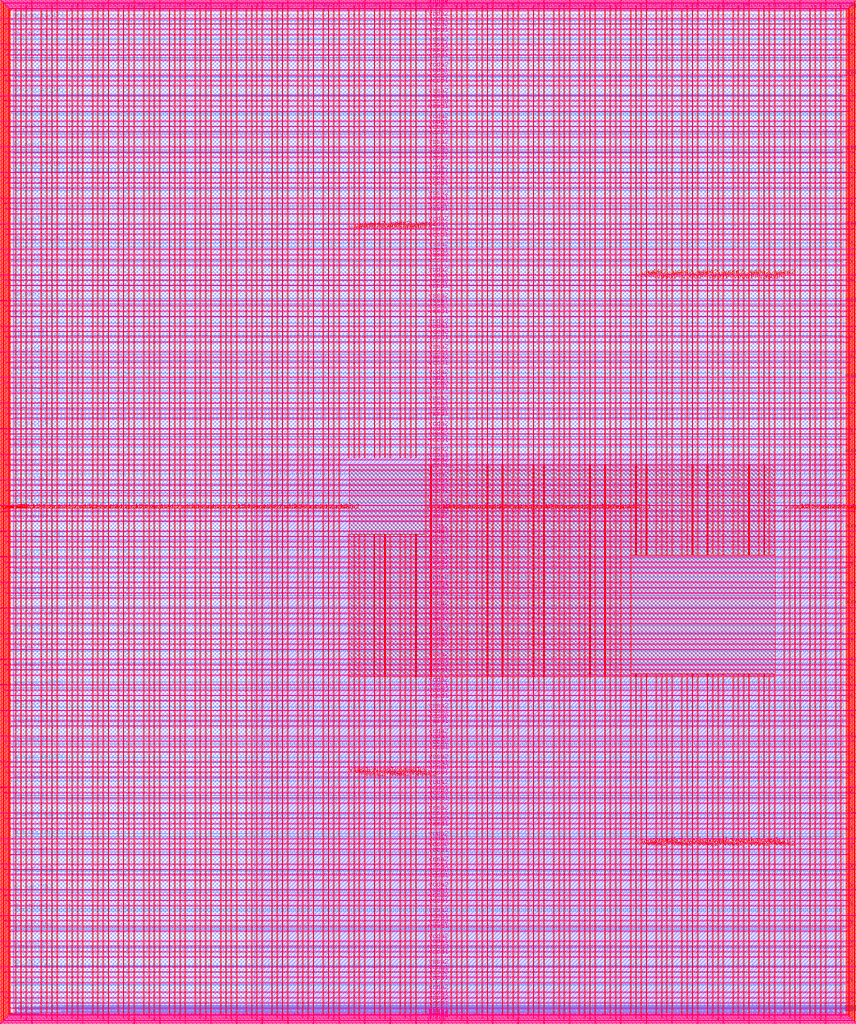
<source format=lef>
VERSION 5.7 ;
  NOWIREEXTENSIONATPIN ON ;
  DIVIDERCHAR "/" ;
  BUSBITCHARS "[]" ;
MACRO user_project_wrapper
  CLASS BLOCK ;
  FOREIGN user_project_wrapper ;
  ORIGIN 0.000 0.000 ;
  SIZE 2920.000 BY 3520.000 ;
  PIN analog_io[0]
    DIRECTION INOUT ;
    USE SIGNAL ;
    PORT
      LAYER met3 ;
        RECT 2917.600 1426.380 2924.800 1427.580 ;
    END
  END analog_io[0]
  PIN analog_io[10]
    DIRECTION INOUT ;
    USE SIGNAL ;
    PORT
      LAYER met2 ;
        RECT 2230.490 3517.600 2231.050 3524.800 ;
    END
  END analog_io[10]
  PIN analog_io[11]
    DIRECTION INOUT ;
    USE SIGNAL ;
    PORT
      LAYER met2 ;
        RECT 1905.730 3517.600 1906.290 3524.800 ;
    END
  END analog_io[11]
  PIN analog_io[12]
    DIRECTION INOUT ;
    USE SIGNAL ;
    PORT
      LAYER met2 ;
        RECT 1581.430 3517.600 1581.990 3524.800 ;
    END
  END analog_io[12]
  PIN analog_io[13]
    DIRECTION INOUT ;
    USE SIGNAL ;
    PORT
      LAYER met2 ;
        RECT 1257.130 3517.600 1257.690 3524.800 ;
    END
  END analog_io[13]
  PIN analog_io[14]
    DIRECTION INOUT ;
    USE SIGNAL ;
    PORT
      LAYER met2 ;
        RECT 932.370 3517.600 932.930 3524.800 ;
    END
  END analog_io[14]
  PIN analog_io[15]
    DIRECTION INOUT ;
    USE SIGNAL ;
    PORT
      LAYER met2 ;
        RECT 608.070 3517.600 608.630 3524.800 ;
    END
  END analog_io[15]
  PIN analog_io[16]
    DIRECTION INOUT ;
    USE SIGNAL ;
    PORT
      LAYER met2 ;
        RECT 283.770 3517.600 284.330 3524.800 ;
    END
  END analog_io[16]
  PIN analog_io[17]
    DIRECTION INOUT ;
    USE SIGNAL ;
    PORT
      LAYER met3 ;
        RECT -4.800 3486.100 2.400 3487.300 ;
    END
  END analog_io[17]
  PIN analog_io[18]
    DIRECTION INOUT ;
    USE SIGNAL ;
    PORT
      LAYER met3 ;
        RECT -4.800 3224.980 2.400 3226.180 ;
    END
  END analog_io[18]
  PIN analog_io[19]
    DIRECTION INOUT ;
    USE SIGNAL ;
    PORT
      LAYER met3 ;
        RECT -4.800 2964.540 2.400 2965.740 ;
    END
  END analog_io[19]
  PIN analog_io[1]
    DIRECTION INOUT ;
    USE SIGNAL ;
    PORT
      LAYER met3 ;
        RECT 2917.600 1692.260 2924.800 1693.460 ;
    END
  END analog_io[1]
  PIN analog_io[20]
    DIRECTION INOUT ;
    USE SIGNAL ;
    PORT
      LAYER met3 ;
        RECT -4.800 2703.420 2.400 2704.620 ;
    END
  END analog_io[20]
  PIN analog_io[21]
    DIRECTION INOUT ;
    USE SIGNAL ;
    PORT
      LAYER met3 ;
        RECT -4.800 2442.980 2.400 2444.180 ;
    END
  END analog_io[21]
  PIN analog_io[22]
    DIRECTION INOUT ;
    USE SIGNAL ;
    PORT
      LAYER met3 ;
        RECT -4.800 2182.540 2.400 2183.740 ;
    END
  END analog_io[22]
  PIN analog_io[23]
    DIRECTION INOUT ;
    USE SIGNAL ;
    PORT
      LAYER met3 ;
        RECT -4.800 1921.420 2.400 1922.620 ;
    END
  END analog_io[23]
  PIN analog_io[24]
    DIRECTION INOUT ;
    USE SIGNAL ;
    PORT
      LAYER met3 ;
        RECT -4.800 1660.980 2.400 1662.180 ;
    END
  END analog_io[24]
  PIN analog_io[25]
    DIRECTION INOUT ;
    USE SIGNAL ;
    PORT
      LAYER met3 ;
        RECT -4.800 1399.860 2.400 1401.060 ;
    END
  END analog_io[25]
  PIN analog_io[26]
    DIRECTION INOUT ;
    USE SIGNAL ;
    PORT
      LAYER met3 ;
        RECT -4.800 1139.420 2.400 1140.620 ;
    END
  END analog_io[26]
  PIN analog_io[27]
    DIRECTION INOUT ;
    USE SIGNAL ;
    PORT
      LAYER met3 ;
        RECT -4.800 878.980 2.400 880.180 ;
    END
  END analog_io[27]
  PIN analog_io[28]
    DIRECTION INOUT ;
    USE SIGNAL ;
    PORT
      LAYER met3 ;
        RECT -4.800 617.860 2.400 619.060 ;
    END
  END analog_io[28]
  PIN analog_io[2]
    DIRECTION INOUT ;
    USE SIGNAL ;
    PORT
      LAYER met3 ;
        RECT 2917.600 1958.140 2924.800 1959.340 ;
    END
  END analog_io[2]
  PIN analog_io[3]
    DIRECTION INOUT ;
    USE SIGNAL ;
    PORT
      LAYER met3 ;
        RECT 2917.600 2223.340 2924.800 2224.540 ;
    END
  END analog_io[3]
  PIN analog_io[4]
    DIRECTION INOUT ;
    USE SIGNAL ;
    PORT
      LAYER met3 ;
        RECT 2917.600 2489.220 2924.800 2490.420 ;
    END
  END analog_io[4]
  PIN analog_io[5]
    DIRECTION INOUT ;
    USE SIGNAL ;
    PORT
      LAYER met3 ;
        RECT 2917.600 2755.100 2924.800 2756.300 ;
    END
  END analog_io[5]
  PIN analog_io[6]
    DIRECTION INOUT ;
    USE SIGNAL ;
    PORT
      LAYER met3 ;
        RECT 2917.600 3020.300 2924.800 3021.500 ;
    END
  END analog_io[6]
  PIN analog_io[7]
    DIRECTION INOUT ;
    USE SIGNAL ;
    PORT
      LAYER met3 ;
        RECT 2917.600 3286.180 2924.800 3287.380 ;
    END
  END analog_io[7]
  PIN analog_io[8]
    DIRECTION INOUT ;
    USE SIGNAL ;
    PORT
      LAYER met2 ;
        RECT 2879.090 3517.600 2879.650 3524.800 ;
    END
  END analog_io[8]
  PIN analog_io[9]
    DIRECTION INOUT ;
    USE SIGNAL ;
    PORT
      LAYER met2 ;
        RECT 2554.790 3517.600 2555.350 3524.800 ;
    END
  END analog_io[9]
  PIN io_in[0]
    DIRECTION INPUT ;
    USE SIGNAL ;
    PORT
      LAYER met3 ;
        RECT 2917.600 32.380 2924.800 33.580 ;
    END
  END io_in[0]
  PIN io_in[10]
    DIRECTION INPUT ;
    USE SIGNAL ;
    PORT
      LAYER met3 ;
        RECT 2917.600 2289.980 2924.800 2291.180 ;
    END
  END io_in[10]
  PIN io_in[11]
    DIRECTION INPUT ;
    USE SIGNAL ;
    PORT
      LAYER met3 ;
        RECT 2917.600 2555.860 2924.800 2557.060 ;
    END
  END io_in[11]
  PIN io_in[12]
    DIRECTION INPUT ;
    USE SIGNAL ;
    PORT
      LAYER met3 ;
        RECT 2917.600 2821.060 2924.800 2822.260 ;
    END
  END io_in[12]
  PIN io_in[13]
    DIRECTION INPUT ;
    USE SIGNAL ;
    PORT
      LAYER met3 ;
        RECT 2917.600 3086.940 2924.800 3088.140 ;
    END
  END io_in[13]
  PIN io_in[14]
    DIRECTION INPUT ;
    USE SIGNAL ;
    PORT
      LAYER met3 ;
        RECT 2917.600 3352.820 2924.800 3354.020 ;
    END
  END io_in[14]
  PIN io_in[15]
    DIRECTION INPUT ;
    USE SIGNAL ;
    PORT
      LAYER met2 ;
        RECT 2798.130 3517.600 2798.690 3524.800 ;
    END
  END io_in[15]
  PIN io_in[16]
    DIRECTION INPUT ;
    USE SIGNAL ;
    PORT
      LAYER met2 ;
        RECT 2473.830 3517.600 2474.390 3524.800 ;
    END
  END io_in[16]
  PIN io_in[17]
    DIRECTION INPUT ;
    USE SIGNAL ;
    PORT
      LAYER met2 ;
        RECT 2149.070 3517.600 2149.630 3524.800 ;
    END
  END io_in[17]
  PIN io_in[18]
    DIRECTION INPUT ;
    USE SIGNAL ;
    PORT
      LAYER met2 ;
        RECT 1824.770 3517.600 1825.330 3524.800 ;
    END
  END io_in[18]
  PIN io_in[19]
    DIRECTION INPUT ;
    USE SIGNAL ;
    PORT
      LAYER met2 ;
        RECT 1500.470 3517.600 1501.030 3524.800 ;
    END
  END io_in[19]
  PIN io_in[1]
    DIRECTION INPUT ;
    USE SIGNAL ;
    PORT
      LAYER met3 ;
        RECT 2917.600 230.940 2924.800 232.140 ;
    END
  END io_in[1]
  PIN io_in[20]
    DIRECTION INPUT ;
    USE SIGNAL ;
    PORT
      LAYER met2 ;
        RECT 1175.710 3517.600 1176.270 3524.800 ;
    END
  END io_in[20]
  PIN io_in[21]
    DIRECTION INPUT ;
    USE SIGNAL ;
    PORT
      LAYER met2 ;
        RECT 851.410 3517.600 851.970 3524.800 ;
    END
  END io_in[21]
  PIN io_in[22]
    DIRECTION INPUT ;
    USE SIGNAL ;
    PORT
      LAYER met2 ;
        RECT 527.110 3517.600 527.670 3524.800 ;
    END
  END io_in[22]
  PIN io_in[23]
    DIRECTION INPUT ;
    USE SIGNAL ;
    PORT
      LAYER met2 ;
        RECT 202.350 3517.600 202.910 3524.800 ;
    END
  END io_in[23]
  PIN io_in[24]
    DIRECTION INPUT ;
    USE SIGNAL ;
    PORT
      LAYER met3 ;
        RECT -4.800 3420.820 2.400 3422.020 ;
    END
  END io_in[24]
  PIN io_in[25]
    DIRECTION INPUT ;
    USE SIGNAL ;
    PORT
      LAYER met3 ;
        RECT -4.800 3159.700 2.400 3160.900 ;
    END
  END io_in[25]
  PIN io_in[26]
    DIRECTION INPUT ;
    USE SIGNAL ;
    PORT
      LAYER met3 ;
        RECT -4.800 2899.260 2.400 2900.460 ;
    END
  END io_in[26]
  PIN io_in[27]
    DIRECTION INPUT ;
    USE SIGNAL ;
    PORT
      LAYER met3 ;
        RECT -4.800 2638.820 2.400 2640.020 ;
    END
  END io_in[27]
  PIN io_in[28]
    DIRECTION INPUT ;
    USE SIGNAL ;
    PORT
      LAYER met3 ;
        RECT -4.800 2377.700 2.400 2378.900 ;
    END
  END io_in[28]
  PIN io_in[29]
    DIRECTION INPUT ;
    USE SIGNAL ;
    PORT
      LAYER met3 ;
        RECT -4.800 2117.260 2.400 2118.460 ;
    END
  END io_in[29]
  PIN io_in[2]
    DIRECTION INPUT ;
    USE SIGNAL ;
    PORT
      LAYER met3 ;
        RECT 2917.600 430.180 2924.800 431.380 ;
    END
  END io_in[2]
  PIN io_in[30]
    DIRECTION INPUT ;
    USE SIGNAL ;
    PORT
      LAYER met3 ;
        RECT -4.800 1856.140 2.400 1857.340 ;
    END
  END io_in[30]
  PIN io_in[31]
    DIRECTION INPUT ;
    USE SIGNAL ;
    PORT
      LAYER met3 ;
        RECT -4.800 1595.700 2.400 1596.900 ;
    END
  END io_in[31]
  PIN io_in[32]
    DIRECTION INPUT ;
    USE SIGNAL ;
    PORT
      LAYER met3 ;
        RECT -4.800 1335.260 2.400 1336.460 ;
    END
  END io_in[32]
  PIN io_in[33]
    DIRECTION INPUT ;
    USE SIGNAL ;
    PORT
      LAYER met3 ;
        RECT -4.800 1074.140 2.400 1075.340 ;
    END
  END io_in[33]
  PIN io_in[34]
    DIRECTION INPUT ;
    USE SIGNAL ;
    PORT
      LAYER met3 ;
        RECT -4.800 813.700 2.400 814.900 ;
    END
  END io_in[34]
  PIN io_in[35]
    DIRECTION INPUT ;
    USE SIGNAL ;
    PORT
      LAYER met3 ;
        RECT -4.800 552.580 2.400 553.780 ;
    END
  END io_in[35]
  PIN io_in[36]
    DIRECTION INPUT ;
    USE SIGNAL ;
    PORT
      LAYER met3 ;
        RECT -4.800 357.420 2.400 358.620 ;
    END
  END io_in[36]
  PIN io_in[37]
    DIRECTION INPUT ;
    USE SIGNAL ;
    PORT
      LAYER met3 ;
        RECT -4.800 161.580 2.400 162.780 ;
    END
  END io_in[37]
  PIN io_in[3]
    DIRECTION INPUT ;
    USE SIGNAL ;
    PORT
      LAYER met3 ;
        RECT 2917.600 629.420 2924.800 630.620 ;
    END
  END io_in[3]
  PIN io_in[4]
    DIRECTION INPUT ;
    USE SIGNAL ;
    PORT
      LAYER met3 ;
        RECT 2917.600 828.660 2924.800 829.860 ;
    END
  END io_in[4]
  PIN io_in[5]
    DIRECTION INPUT ;
    USE SIGNAL ;
    PORT
      LAYER met3 ;
        RECT 2917.600 1027.900 2924.800 1029.100 ;
    END
  END io_in[5]
  PIN io_in[6]
    DIRECTION INPUT ;
    USE SIGNAL ;
    PORT
      LAYER met3 ;
        RECT 2917.600 1227.140 2924.800 1228.340 ;
    END
  END io_in[6]
  PIN io_in[7]
    DIRECTION INPUT ;
    USE SIGNAL ;
    PORT
      LAYER met3 ;
        RECT 2917.600 1493.020 2924.800 1494.220 ;
    END
  END io_in[7]
  PIN io_in[8]
    DIRECTION INPUT ;
    USE SIGNAL ;
    PORT
      LAYER met3 ;
        RECT 2917.600 1758.900 2924.800 1760.100 ;
    END
  END io_in[8]
  PIN io_in[9]
    DIRECTION INPUT ;
    USE SIGNAL ;
    PORT
      LAYER met3 ;
        RECT 2917.600 2024.100 2924.800 2025.300 ;
    END
  END io_in[9]
  PIN io_oeb[0]
    DIRECTION OUTPUT TRISTATE ;
    USE SIGNAL ;
    PORT
      LAYER met3 ;
        RECT 2917.600 164.980 2924.800 166.180 ;
    END
  END io_oeb[0]
  PIN io_oeb[10]
    DIRECTION OUTPUT TRISTATE ;
    USE SIGNAL ;
    PORT
      LAYER met3 ;
        RECT 2917.600 2422.580 2924.800 2423.780 ;
    END
  END io_oeb[10]
  PIN io_oeb[11]
    DIRECTION OUTPUT TRISTATE ;
    USE SIGNAL ;
    PORT
      LAYER met3 ;
        RECT 2917.600 2688.460 2924.800 2689.660 ;
    END
  END io_oeb[11]
  PIN io_oeb[12]
    DIRECTION OUTPUT TRISTATE ;
    USE SIGNAL ;
    PORT
      LAYER met3 ;
        RECT 2917.600 2954.340 2924.800 2955.540 ;
    END
  END io_oeb[12]
  PIN io_oeb[13]
    DIRECTION OUTPUT TRISTATE ;
    USE SIGNAL ;
    PORT
      LAYER met3 ;
        RECT 2917.600 3219.540 2924.800 3220.740 ;
    END
  END io_oeb[13]
  PIN io_oeb[14]
    DIRECTION OUTPUT TRISTATE ;
    USE SIGNAL ;
    PORT
      LAYER met3 ;
        RECT 2917.600 3485.420 2924.800 3486.620 ;
    END
  END io_oeb[14]
  PIN io_oeb[15]
    DIRECTION OUTPUT TRISTATE ;
    USE SIGNAL ;
    PORT
      LAYER met2 ;
        RECT 2635.750 3517.600 2636.310 3524.800 ;
    END
  END io_oeb[15]
  PIN io_oeb[16]
    DIRECTION OUTPUT TRISTATE ;
    USE SIGNAL ;
    PORT
      LAYER met2 ;
        RECT 2311.450 3517.600 2312.010 3524.800 ;
    END
  END io_oeb[16]
  PIN io_oeb[17]
    DIRECTION OUTPUT TRISTATE ;
    USE SIGNAL ;
    PORT
      LAYER met2 ;
        RECT 1987.150 3517.600 1987.710 3524.800 ;
    END
  END io_oeb[17]
  PIN io_oeb[18]
    DIRECTION OUTPUT TRISTATE ;
    USE SIGNAL ;
    PORT
      LAYER met2 ;
        RECT 1662.390 3517.600 1662.950 3524.800 ;
    END
  END io_oeb[18]
  PIN io_oeb[19]
    DIRECTION OUTPUT TRISTATE ;
    USE SIGNAL ;
    PORT
      LAYER met2 ;
        RECT 1338.090 3517.600 1338.650 3524.800 ;
    END
  END io_oeb[19]
  PIN io_oeb[1]
    DIRECTION OUTPUT TRISTATE ;
    USE SIGNAL ;
    PORT
      LAYER met3 ;
        RECT 2917.600 364.220 2924.800 365.420 ;
    END
  END io_oeb[1]
  PIN io_oeb[20]
    DIRECTION OUTPUT TRISTATE ;
    USE SIGNAL ;
    PORT
      LAYER met2 ;
        RECT 1013.790 3517.600 1014.350 3524.800 ;
    END
  END io_oeb[20]
  PIN io_oeb[21]
    DIRECTION OUTPUT TRISTATE ;
    USE SIGNAL ;
    PORT
      LAYER met2 ;
        RECT 689.030 3517.600 689.590 3524.800 ;
    END
  END io_oeb[21]
  PIN io_oeb[22]
    DIRECTION OUTPUT TRISTATE ;
    USE SIGNAL ;
    PORT
      LAYER met2 ;
        RECT 364.730 3517.600 365.290 3524.800 ;
    END
  END io_oeb[22]
  PIN io_oeb[23]
    DIRECTION OUTPUT TRISTATE ;
    USE SIGNAL ;
    PORT
      LAYER met2 ;
        RECT 40.430 3517.600 40.990 3524.800 ;
    END
  END io_oeb[23]
  PIN io_oeb[24]
    DIRECTION OUTPUT TRISTATE ;
    USE SIGNAL ;
    PORT
      LAYER met3 ;
        RECT -4.800 3290.260 2.400 3291.460 ;
    END
  END io_oeb[24]
  PIN io_oeb[25]
    DIRECTION OUTPUT TRISTATE ;
    USE SIGNAL ;
    PORT
      LAYER met3 ;
        RECT -4.800 3029.820 2.400 3031.020 ;
    END
  END io_oeb[25]
  PIN io_oeb[26]
    DIRECTION OUTPUT TRISTATE ;
    USE SIGNAL ;
    PORT
      LAYER met3 ;
        RECT -4.800 2768.700 2.400 2769.900 ;
    END
  END io_oeb[26]
  PIN io_oeb[27]
    DIRECTION OUTPUT TRISTATE ;
    USE SIGNAL ;
    PORT
      LAYER met3 ;
        RECT -4.800 2508.260 2.400 2509.460 ;
    END
  END io_oeb[27]
  PIN io_oeb[28]
    DIRECTION OUTPUT TRISTATE ;
    USE SIGNAL ;
    PORT
      LAYER met3 ;
        RECT -4.800 2247.140 2.400 2248.340 ;
    END
  END io_oeb[28]
  PIN io_oeb[29]
    DIRECTION OUTPUT TRISTATE ;
    USE SIGNAL ;
    PORT
      LAYER met3 ;
        RECT -4.800 1986.700 2.400 1987.900 ;
    END
  END io_oeb[29]
  PIN io_oeb[2]
    DIRECTION OUTPUT TRISTATE ;
    USE SIGNAL ;
    PORT
      LAYER met3 ;
        RECT 2917.600 563.460 2924.800 564.660 ;
    END
  END io_oeb[2]
  PIN io_oeb[30]
    DIRECTION OUTPUT TRISTATE ;
    USE SIGNAL ;
    PORT
      LAYER met3 ;
        RECT -4.800 1726.260 2.400 1727.460 ;
    END
  END io_oeb[30]
  PIN io_oeb[31]
    DIRECTION OUTPUT TRISTATE ;
    USE SIGNAL ;
    PORT
      LAYER met3 ;
        RECT -4.800 1465.140 2.400 1466.340 ;
    END
  END io_oeb[31]
  PIN io_oeb[32]
    DIRECTION OUTPUT TRISTATE ;
    USE SIGNAL ;
    PORT
      LAYER met3 ;
        RECT -4.800 1204.700 2.400 1205.900 ;
    END
  END io_oeb[32]
  PIN io_oeb[33]
    DIRECTION OUTPUT TRISTATE ;
    USE SIGNAL ;
    PORT
      LAYER met3 ;
        RECT -4.800 943.580 2.400 944.780 ;
    END
  END io_oeb[33]
  PIN io_oeb[34]
    DIRECTION OUTPUT TRISTATE ;
    USE SIGNAL ;
    PORT
      LAYER met3 ;
        RECT -4.800 683.140 2.400 684.340 ;
    END
  END io_oeb[34]
  PIN io_oeb[35]
    DIRECTION OUTPUT TRISTATE ;
    USE SIGNAL ;
    PORT
      LAYER met3 ;
        RECT -4.800 422.700 2.400 423.900 ;
    END
  END io_oeb[35]
  PIN io_oeb[36]
    DIRECTION OUTPUT TRISTATE ;
    USE SIGNAL ;
    PORT
      LAYER met3 ;
        RECT -4.800 226.860 2.400 228.060 ;
    END
  END io_oeb[36]
  PIN io_oeb[37]
    DIRECTION OUTPUT TRISTATE ;
    USE SIGNAL ;
    PORT
      LAYER met3 ;
        RECT -4.800 31.700 2.400 32.900 ;
    END
  END io_oeb[37]
  PIN io_oeb[3]
    DIRECTION OUTPUT TRISTATE ;
    USE SIGNAL ;
    PORT
      LAYER met3 ;
        RECT 2917.600 762.700 2924.800 763.900 ;
    END
  END io_oeb[3]
  PIN io_oeb[4]
    DIRECTION OUTPUT TRISTATE ;
    USE SIGNAL ;
    PORT
      LAYER met3 ;
        RECT 2917.600 961.940 2924.800 963.140 ;
    END
  END io_oeb[4]
  PIN io_oeb[5]
    DIRECTION OUTPUT TRISTATE ;
    USE SIGNAL ;
    PORT
      LAYER met3 ;
        RECT 2917.600 1161.180 2924.800 1162.380 ;
    END
  END io_oeb[5]
  PIN io_oeb[6]
    DIRECTION OUTPUT TRISTATE ;
    USE SIGNAL ;
    PORT
      LAYER met3 ;
        RECT 2917.600 1360.420 2924.800 1361.620 ;
    END
  END io_oeb[6]
  PIN io_oeb[7]
    DIRECTION OUTPUT TRISTATE ;
    USE SIGNAL ;
    PORT
      LAYER met3 ;
        RECT 2917.600 1625.620 2924.800 1626.820 ;
    END
  END io_oeb[7]
  PIN io_oeb[8]
    DIRECTION OUTPUT TRISTATE ;
    USE SIGNAL ;
    PORT
      LAYER met3 ;
        RECT 2917.600 1891.500 2924.800 1892.700 ;
    END
  END io_oeb[8]
  PIN io_oeb[9]
    DIRECTION OUTPUT TRISTATE ;
    USE SIGNAL ;
    PORT
      LAYER met3 ;
        RECT 2917.600 2157.380 2924.800 2158.580 ;
    END
  END io_oeb[9]
  PIN io_out[0]
    DIRECTION OUTPUT TRISTATE ;
    USE SIGNAL ;
    PORT
      LAYER met3 ;
        RECT 2917.600 98.340 2924.800 99.540 ;
    END
  END io_out[0]
  PIN io_out[10]
    DIRECTION OUTPUT TRISTATE ;
    USE SIGNAL ;
    PORT
      LAYER met3 ;
        RECT 2917.600 2356.620 2924.800 2357.820 ;
    END
  END io_out[10]
  PIN io_out[11]
    DIRECTION OUTPUT TRISTATE ;
    USE SIGNAL ;
    PORT
      LAYER met3 ;
        RECT 2917.600 2621.820 2924.800 2623.020 ;
    END
  END io_out[11]
  PIN io_out[12]
    DIRECTION OUTPUT TRISTATE ;
    USE SIGNAL ;
    PORT
      LAYER met3 ;
        RECT 2917.600 2887.700 2924.800 2888.900 ;
    END
  END io_out[12]
  PIN io_out[13]
    DIRECTION OUTPUT TRISTATE ;
    USE SIGNAL ;
    PORT
      LAYER met3 ;
        RECT 2917.600 3153.580 2924.800 3154.780 ;
    END
  END io_out[13]
  PIN io_out[14]
    DIRECTION OUTPUT TRISTATE ;
    USE SIGNAL ;
    PORT
      LAYER met3 ;
        RECT 2917.600 3418.780 2924.800 3419.980 ;
    END
  END io_out[14]
  PIN io_out[15]
    DIRECTION OUTPUT TRISTATE ;
    USE SIGNAL ;
    PORT
      LAYER met2 ;
        RECT 2717.170 3517.600 2717.730 3524.800 ;
    END
  END io_out[15]
  PIN io_out[16]
    DIRECTION OUTPUT TRISTATE ;
    USE SIGNAL ;
    PORT
      LAYER met2 ;
        RECT 2392.410 3517.600 2392.970 3524.800 ;
    END
  END io_out[16]
  PIN io_out[17]
    DIRECTION OUTPUT TRISTATE ;
    USE SIGNAL ;
    PORT
      LAYER met2 ;
        RECT 2068.110 3517.600 2068.670 3524.800 ;
    END
  END io_out[17]
  PIN io_out[18]
    DIRECTION OUTPUT TRISTATE ;
    USE SIGNAL ;
    PORT
      LAYER met2 ;
        RECT 1743.810 3517.600 1744.370 3524.800 ;
    END
  END io_out[18]
  PIN io_out[19]
    DIRECTION OUTPUT TRISTATE ;
    USE SIGNAL ;
    PORT
      LAYER met2 ;
        RECT 1419.050 3517.600 1419.610 3524.800 ;
    END
  END io_out[19]
  PIN io_out[1]
    DIRECTION OUTPUT TRISTATE ;
    USE SIGNAL ;
    PORT
      LAYER met3 ;
        RECT 2917.600 297.580 2924.800 298.780 ;
    END
  END io_out[1]
  PIN io_out[20]
    DIRECTION OUTPUT TRISTATE ;
    USE SIGNAL ;
    PORT
      LAYER met2 ;
        RECT 1094.750 3517.600 1095.310 3524.800 ;
    END
  END io_out[20]
  PIN io_out[21]
    DIRECTION OUTPUT TRISTATE ;
    USE SIGNAL ;
    PORT
      LAYER met2 ;
        RECT 770.450 3517.600 771.010 3524.800 ;
    END
  END io_out[21]
  PIN io_out[22]
    DIRECTION OUTPUT TRISTATE ;
    USE SIGNAL ;
    PORT
      LAYER met2 ;
        RECT 445.690 3517.600 446.250 3524.800 ;
    END
  END io_out[22]
  PIN io_out[23]
    DIRECTION OUTPUT TRISTATE ;
    USE SIGNAL ;
    PORT
      LAYER met2 ;
        RECT 121.390 3517.600 121.950 3524.800 ;
    END
  END io_out[23]
  PIN io_out[24]
    DIRECTION OUTPUT TRISTATE ;
    USE SIGNAL ;
    PORT
      LAYER met3 ;
        RECT -4.800 3355.540 2.400 3356.740 ;
    END
  END io_out[24]
  PIN io_out[25]
    DIRECTION OUTPUT TRISTATE ;
    USE SIGNAL ;
    PORT
      LAYER met3 ;
        RECT -4.800 3095.100 2.400 3096.300 ;
    END
  END io_out[25]
  PIN io_out[26]
    DIRECTION OUTPUT TRISTATE ;
    USE SIGNAL ;
    PORT
      LAYER met3 ;
        RECT -4.800 2833.980 2.400 2835.180 ;
    END
  END io_out[26]
  PIN io_out[27]
    DIRECTION OUTPUT TRISTATE ;
    USE SIGNAL ;
    PORT
      LAYER met3 ;
        RECT -4.800 2573.540 2.400 2574.740 ;
    END
  END io_out[27]
  PIN io_out[28]
    DIRECTION OUTPUT TRISTATE ;
    USE SIGNAL ;
    PORT
      LAYER met3 ;
        RECT -4.800 2312.420 2.400 2313.620 ;
    END
  END io_out[28]
  PIN io_out[29]
    DIRECTION OUTPUT TRISTATE ;
    USE SIGNAL ;
    PORT
      LAYER met3 ;
        RECT -4.800 2051.980 2.400 2053.180 ;
    END
  END io_out[29]
  PIN io_out[2]
    DIRECTION OUTPUT TRISTATE ;
    USE SIGNAL ;
    PORT
      LAYER met3 ;
        RECT 2917.600 496.820 2924.800 498.020 ;
    END
  END io_out[2]
  PIN io_out[30]
    DIRECTION OUTPUT TRISTATE ;
    USE SIGNAL ;
    PORT
      LAYER met3 ;
        RECT -4.800 1791.540 2.400 1792.740 ;
    END
  END io_out[30]
  PIN io_out[31]
    DIRECTION OUTPUT TRISTATE ;
    USE SIGNAL ;
    PORT
      LAYER met3 ;
        RECT -4.800 1530.420 2.400 1531.620 ;
    END
  END io_out[31]
  PIN io_out[32]
    DIRECTION OUTPUT TRISTATE ;
    USE SIGNAL ;
    PORT
      LAYER met3 ;
        RECT -4.800 1269.980 2.400 1271.180 ;
    END
  END io_out[32]
  PIN io_out[33]
    DIRECTION OUTPUT TRISTATE ;
    USE SIGNAL ;
    PORT
      LAYER met3 ;
        RECT -4.800 1008.860 2.400 1010.060 ;
    END
  END io_out[33]
  PIN io_out[34]
    DIRECTION OUTPUT TRISTATE ;
    USE SIGNAL ;
    PORT
      LAYER met3 ;
        RECT -4.800 748.420 2.400 749.620 ;
    END
  END io_out[34]
  PIN io_out[35]
    DIRECTION OUTPUT TRISTATE ;
    USE SIGNAL ;
    PORT
      LAYER met3 ;
        RECT -4.800 487.300 2.400 488.500 ;
    END
  END io_out[35]
  PIN io_out[36]
    DIRECTION OUTPUT TRISTATE ;
    USE SIGNAL ;
    PORT
      LAYER met3 ;
        RECT -4.800 292.140 2.400 293.340 ;
    END
  END io_out[36]
  PIN io_out[37]
    DIRECTION OUTPUT TRISTATE ;
    USE SIGNAL ;
    PORT
      LAYER met3 ;
        RECT -4.800 96.300 2.400 97.500 ;
    END
  END io_out[37]
  PIN io_out[3]
    DIRECTION OUTPUT TRISTATE ;
    USE SIGNAL ;
    PORT
      LAYER met3 ;
        RECT 2917.600 696.060 2924.800 697.260 ;
    END
  END io_out[3]
  PIN io_out[4]
    DIRECTION OUTPUT TRISTATE ;
    USE SIGNAL ;
    PORT
      LAYER met3 ;
        RECT 2917.600 895.300 2924.800 896.500 ;
    END
  END io_out[4]
  PIN io_out[5]
    DIRECTION OUTPUT TRISTATE ;
    USE SIGNAL ;
    PORT
      LAYER met3 ;
        RECT 2917.600 1094.540 2924.800 1095.740 ;
    END
  END io_out[5]
  PIN io_out[6]
    DIRECTION OUTPUT TRISTATE ;
    USE SIGNAL ;
    PORT
      LAYER met3 ;
        RECT 2917.600 1293.780 2924.800 1294.980 ;
    END
  END io_out[6]
  PIN io_out[7]
    DIRECTION OUTPUT TRISTATE ;
    USE SIGNAL ;
    PORT
      LAYER met3 ;
        RECT 2917.600 1559.660 2924.800 1560.860 ;
    END
  END io_out[7]
  PIN io_out[8]
    DIRECTION OUTPUT TRISTATE ;
    USE SIGNAL ;
    PORT
      LAYER met3 ;
        RECT 2917.600 1824.860 2924.800 1826.060 ;
    END
  END io_out[8]
  PIN io_out[9]
    DIRECTION OUTPUT TRISTATE ;
    USE SIGNAL ;
    PORT
      LAYER met3 ;
        RECT 2917.600 2090.740 2924.800 2091.940 ;
    END
  END io_out[9]
  PIN la_data_in[0]
    DIRECTION INPUT ;
    USE SIGNAL ;
    PORT
      LAYER met2 ;
        RECT 629.230 -4.800 629.790 2.400 ;
    END
  END la_data_in[0]
  PIN la_data_in[100]
    DIRECTION INPUT ;
    USE SIGNAL ;
    PORT
      LAYER met2 ;
        RECT 2402.530 -4.800 2403.090 2.400 ;
    END
  END la_data_in[100]
  PIN la_data_in[101]
    DIRECTION INPUT ;
    USE SIGNAL ;
    PORT
      LAYER met2 ;
        RECT 2420.010 -4.800 2420.570 2.400 ;
    END
  END la_data_in[101]
  PIN la_data_in[102]
    DIRECTION INPUT ;
    USE SIGNAL ;
    PORT
      LAYER met2 ;
        RECT 2437.950 -4.800 2438.510 2.400 ;
    END
  END la_data_in[102]
  PIN la_data_in[103]
    DIRECTION INPUT ;
    USE SIGNAL ;
    PORT
      LAYER met2 ;
        RECT 2455.430 -4.800 2455.990 2.400 ;
    END
  END la_data_in[103]
  PIN la_data_in[104]
    DIRECTION INPUT ;
    USE SIGNAL ;
    PORT
      LAYER met2 ;
        RECT 2473.370 -4.800 2473.930 2.400 ;
    END
  END la_data_in[104]
  PIN la_data_in[105]
    DIRECTION INPUT ;
    USE SIGNAL ;
    PORT
      LAYER met2 ;
        RECT 2490.850 -4.800 2491.410 2.400 ;
    END
  END la_data_in[105]
  PIN la_data_in[106]
    DIRECTION INPUT ;
    USE SIGNAL ;
    PORT
      LAYER met2 ;
        RECT 2508.790 -4.800 2509.350 2.400 ;
    END
  END la_data_in[106]
  PIN la_data_in[107]
    DIRECTION INPUT ;
    USE SIGNAL ;
    PORT
      LAYER met2 ;
        RECT 2526.730 -4.800 2527.290 2.400 ;
    END
  END la_data_in[107]
  PIN la_data_in[108]
    DIRECTION INPUT ;
    USE SIGNAL ;
    PORT
      LAYER met2 ;
        RECT 2544.210 -4.800 2544.770 2.400 ;
    END
  END la_data_in[108]
  PIN la_data_in[109]
    DIRECTION INPUT ;
    USE SIGNAL ;
    PORT
      LAYER met2 ;
        RECT 2562.150 -4.800 2562.710 2.400 ;
    END
  END la_data_in[109]
  PIN la_data_in[10]
    DIRECTION INPUT ;
    USE SIGNAL ;
    PORT
      LAYER met2 ;
        RECT 806.330 -4.800 806.890 2.400 ;
    END
  END la_data_in[10]
  PIN la_data_in[110]
    DIRECTION INPUT ;
    USE SIGNAL ;
    PORT
      LAYER met2 ;
        RECT 2579.630 -4.800 2580.190 2.400 ;
    END
  END la_data_in[110]
  PIN la_data_in[111]
    DIRECTION INPUT ;
    USE SIGNAL ;
    PORT
      LAYER met2 ;
        RECT 2597.570 -4.800 2598.130 2.400 ;
    END
  END la_data_in[111]
  PIN la_data_in[112]
    DIRECTION INPUT ;
    USE SIGNAL ;
    PORT
      LAYER met2 ;
        RECT 2615.050 -4.800 2615.610 2.400 ;
    END
  END la_data_in[112]
  PIN la_data_in[113]
    DIRECTION INPUT ;
    USE SIGNAL ;
    PORT
      LAYER met2 ;
        RECT 2632.990 -4.800 2633.550 2.400 ;
    END
  END la_data_in[113]
  PIN la_data_in[114]
    DIRECTION INPUT ;
    USE SIGNAL ;
    PORT
      LAYER met2 ;
        RECT 2650.470 -4.800 2651.030 2.400 ;
    END
  END la_data_in[114]
  PIN la_data_in[115]
    DIRECTION INPUT ;
    USE SIGNAL ;
    PORT
      LAYER met2 ;
        RECT 2668.410 -4.800 2668.970 2.400 ;
    END
  END la_data_in[115]
  PIN la_data_in[116]
    DIRECTION INPUT ;
    USE SIGNAL ;
    PORT
      LAYER met2 ;
        RECT 2685.890 -4.800 2686.450 2.400 ;
    END
  END la_data_in[116]
  PIN la_data_in[117]
    DIRECTION INPUT ;
    USE SIGNAL ;
    PORT
      LAYER met2 ;
        RECT 2703.830 -4.800 2704.390 2.400 ;
    END
  END la_data_in[117]
  PIN la_data_in[118]
    DIRECTION INPUT ;
    USE SIGNAL ;
    PORT
      LAYER met2 ;
        RECT 2721.770 -4.800 2722.330 2.400 ;
    END
  END la_data_in[118]
  PIN la_data_in[119]
    DIRECTION INPUT ;
    USE SIGNAL ;
    PORT
      LAYER met2 ;
        RECT 2739.250 -4.800 2739.810 2.400 ;
    END
  END la_data_in[119]
  PIN la_data_in[11]
    DIRECTION INPUT ;
    USE SIGNAL ;
    PORT
      LAYER met2 ;
        RECT 824.270 -4.800 824.830 2.400 ;
    END
  END la_data_in[11]
  PIN la_data_in[120]
    DIRECTION INPUT ;
    USE SIGNAL ;
    PORT
      LAYER met2 ;
        RECT 2757.190 -4.800 2757.750 2.400 ;
    END
  END la_data_in[120]
  PIN la_data_in[121]
    DIRECTION INPUT ;
    USE SIGNAL ;
    PORT
      LAYER met2 ;
        RECT 2774.670 -4.800 2775.230 2.400 ;
    END
  END la_data_in[121]
  PIN la_data_in[122]
    DIRECTION INPUT ;
    USE SIGNAL ;
    PORT
      LAYER met2 ;
        RECT 2792.610 -4.800 2793.170 2.400 ;
    END
  END la_data_in[122]
  PIN la_data_in[123]
    DIRECTION INPUT ;
    USE SIGNAL ;
    PORT
      LAYER met2 ;
        RECT 2810.090 -4.800 2810.650 2.400 ;
    END
  END la_data_in[123]
  PIN la_data_in[124]
    DIRECTION INPUT ;
    USE SIGNAL ;
    PORT
      LAYER met2 ;
        RECT 2828.030 -4.800 2828.590 2.400 ;
    END
  END la_data_in[124]
  PIN la_data_in[125]
    DIRECTION INPUT ;
    USE SIGNAL ;
    PORT
      LAYER met2 ;
        RECT 2845.510 -4.800 2846.070 2.400 ;
    END
  END la_data_in[125]
  PIN la_data_in[126]
    DIRECTION INPUT ;
    USE SIGNAL ;
    PORT
      LAYER met2 ;
        RECT 2863.450 -4.800 2864.010 2.400 ;
    END
  END la_data_in[126]
  PIN la_data_in[127]
    DIRECTION INPUT ;
    USE SIGNAL ;
    PORT
      LAYER met2 ;
        RECT 2881.390 -4.800 2881.950 2.400 ;
    END
  END la_data_in[127]
  PIN la_data_in[12]
    DIRECTION INPUT ;
    USE SIGNAL ;
    PORT
      LAYER met2 ;
        RECT 841.750 -4.800 842.310 2.400 ;
    END
  END la_data_in[12]
  PIN la_data_in[13]
    DIRECTION INPUT ;
    USE SIGNAL ;
    PORT
      LAYER met2 ;
        RECT 859.690 -4.800 860.250 2.400 ;
    END
  END la_data_in[13]
  PIN la_data_in[14]
    DIRECTION INPUT ;
    USE SIGNAL ;
    PORT
      LAYER met2 ;
        RECT 877.170 -4.800 877.730 2.400 ;
    END
  END la_data_in[14]
  PIN la_data_in[15]
    DIRECTION INPUT ;
    USE SIGNAL ;
    PORT
      LAYER met2 ;
        RECT 895.110 -4.800 895.670 2.400 ;
    END
  END la_data_in[15]
  PIN la_data_in[16]
    DIRECTION INPUT ;
    USE SIGNAL ;
    PORT
      LAYER met2 ;
        RECT 912.590 -4.800 913.150 2.400 ;
    END
  END la_data_in[16]
  PIN la_data_in[17]
    DIRECTION INPUT ;
    USE SIGNAL ;
    PORT
      LAYER met2 ;
        RECT 930.530 -4.800 931.090 2.400 ;
    END
  END la_data_in[17]
  PIN la_data_in[18]
    DIRECTION INPUT ;
    USE SIGNAL ;
    PORT
      LAYER met2 ;
        RECT 948.470 -4.800 949.030 2.400 ;
    END
  END la_data_in[18]
  PIN la_data_in[19]
    DIRECTION INPUT ;
    USE SIGNAL ;
    PORT
      LAYER met2 ;
        RECT 965.950 -4.800 966.510 2.400 ;
    END
  END la_data_in[19]
  PIN la_data_in[1]
    DIRECTION INPUT ;
    USE SIGNAL ;
    PORT
      LAYER met2 ;
        RECT 646.710 -4.800 647.270 2.400 ;
    END
  END la_data_in[1]
  PIN la_data_in[20]
    DIRECTION INPUT ;
    USE SIGNAL ;
    PORT
      LAYER met2 ;
        RECT 983.890 -4.800 984.450 2.400 ;
    END
  END la_data_in[20]
  PIN la_data_in[21]
    DIRECTION INPUT ;
    USE SIGNAL ;
    PORT
      LAYER met2 ;
        RECT 1001.370 -4.800 1001.930 2.400 ;
    END
  END la_data_in[21]
  PIN la_data_in[22]
    DIRECTION INPUT ;
    USE SIGNAL ;
    PORT
      LAYER met2 ;
        RECT 1019.310 -4.800 1019.870 2.400 ;
    END
  END la_data_in[22]
  PIN la_data_in[23]
    DIRECTION INPUT ;
    USE SIGNAL ;
    PORT
      LAYER met2 ;
        RECT 1036.790 -4.800 1037.350 2.400 ;
    END
  END la_data_in[23]
  PIN la_data_in[24]
    DIRECTION INPUT ;
    USE SIGNAL ;
    PORT
      LAYER met2 ;
        RECT 1054.730 -4.800 1055.290 2.400 ;
    END
  END la_data_in[24]
  PIN la_data_in[25]
    DIRECTION INPUT ;
    USE SIGNAL ;
    PORT
      LAYER met2 ;
        RECT 1072.210 -4.800 1072.770 2.400 ;
    END
  END la_data_in[25]
  PIN la_data_in[26]
    DIRECTION INPUT ;
    USE SIGNAL ;
    PORT
      LAYER met2 ;
        RECT 1090.150 -4.800 1090.710 2.400 ;
    END
  END la_data_in[26]
  PIN la_data_in[27]
    DIRECTION INPUT ;
    USE SIGNAL ;
    PORT
      LAYER met2 ;
        RECT 1107.630 -4.800 1108.190 2.400 ;
    END
  END la_data_in[27]
  PIN la_data_in[28]
    DIRECTION INPUT ;
    USE SIGNAL ;
    PORT
      LAYER met2 ;
        RECT 1125.570 -4.800 1126.130 2.400 ;
    END
  END la_data_in[28]
  PIN la_data_in[29]
    DIRECTION INPUT ;
    USE SIGNAL ;
    PORT
      LAYER met2 ;
        RECT 1143.510 -4.800 1144.070 2.400 ;
    END
  END la_data_in[29]
  PIN la_data_in[2]
    DIRECTION INPUT ;
    USE SIGNAL ;
    PORT
      LAYER met2 ;
        RECT 664.650 -4.800 665.210 2.400 ;
    END
  END la_data_in[2]
  PIN la_data_in[30]
    DIRECTION INPUT ;
    USE SIGNAL ;
    PORT
      LAYER met2 ;
        RECT 1160.990 -4.800 1161.550 2.400 ;
    END
  END la_data_in[30]
  PIN la_data_in[31]
    DIRECTION INPUT ;
    USE SIGNAL ;
    PORT
      LAYER met2 ;
        RECT 1178.930 -4.800 1179.490 2.400 ;
    END
  END la_data_in[31]
  PIN la_data_in[32]
    DIRECTION INPUT ;
    USE SIGNAL ;
    PORT
      LAYER met2 ;
        RECT 1196.410 -4.800 1196.970 2.400 ;
    END
  END la_data_in[32]
  PIN la_data_in[33]
    DIRECTION INPUT ;
    USE SIGNAL ;
    PORT
      LAYER met2 ;
        RECT 1214.350 -4.800 1214.910 2.400 ;
    END
  END la_data_in[33]
  PIN la_data_in[34]
    DIRECTION INPUT ;
    USE SIGNAL ;
    PORT
      LAYER met2 ;
        RECT 1231.830 -4.800 1232.390 2.400 ;
    END
  END la_data_in[34]
  PIN la_data_in[35]
    DIRECTION INPUT ;
    USE SIGNAL ;
    PORT
      LAYER met2 ;
        RECT 1249.770 -4.800 1250.330 2.400 ;
    END
  END la_data_in[35]
  PIN la_data_in[36]
    DIRECTION INPUT ;
    USE SIGNAL ;
    PORT
      LAYER met2 ;
        RECT 1267.250 -4.800 1267.810 2.400 ;
    END
  END la_data_in[36]
  PIN la_data_in[37]
    DIRECTION INPUT ;
    USE SIGNAL ;
    PORT
      LAYER met2 ;
        RECT 1285.190 -4.800 1285.750 2.400 ;
    END
  END la_data_in[37]
  PIN la_data_in[38]
    DIRECTION INPUT ;
    USE SIGNAL ;
    PORT
      LAYER met2 ;
        RECT 1303.130 -4.800 1303.690 2.400 ;
    END
  END la_data_in[38]
  PIN la_data_in[39]
    DIRECTION INPUT ;
    USE SIGNAL ;
    PORT
      LAYER met2 ;
        RECT 1320.610 -4.800 1321.170 2.400 ;
    END
  END la_data_in[39]
  PIN la_data_in[3]
    DIRECTION INPUT ;
    USE SIGNAL ;
    PORT
      LAYER met2 ;
        RECT 682.130 -4.800 682.690 2.400 ;
    END
  END la_data_in[3]
  PIN la_data_in[40]
    DIRECTION INPUT ;
    USE SIGNAL ;
    PORT
      LAYER met2 ;
        RECT 1338.550 -4.800 1339.110 2.400 ;
    END
  END la_data_in[40]
  PIN la_data_in[41]
    DIRECTION INPUT ;
    USE SIGNAL ;
    PORT
      LAYER met2 ;
        RECT 1356.030 -4.800 1356.590 2.400 ;
    END
  END la_data_in[41]
  PIN la_data_in[42]
    DIRECTION INPUT ;
    USE SIGNAL ;
    PORT
      LAYER met2 ;
        RECT 1373.970 -4.800 1374.530 2.400 ;
    END
  END la_data_in[42]
  PIN la_data_in[43]
    DIRECTION INPUT ;
    USE SIGNAL ;
    PORT
      LAYER met2 ;
        RECT 1391.450 -4.800 1392.010 2.400 ;
    END
  END la_data_in[43]
  PIN la_data_in[44]
    DIRECTION INPUT ;
    USE SIGNAL ;
    PORT
      LAYER met2 ;
        RECT 1409.390 -4.800 1409.950 2.400 ;
    END
  END la_data_in[44]
  PIN la_data_in[45]
    DIRECTION INPUT ;
    USE SIGNAL ;
    PORT
      LAYER met2 ;
        RECT 1426.870 -4.800 1427.430 2.400 ;
    END
  END la_data_in[45]
  PIN la_data_in[46]
    DIRECTION INPUT ;
    USE SIGNAL ;
    PORT
      LAYER met2 ;
        RECT 1444.810 -4.800 1445.370 2.400 ;
    END
  END la_data_in[46]
  PIN la_data_in[47]
    DIRECTION INPUT ;
    USE SIGNAL ;
    PORT
      LAYER met2 ;
        RECT 1462.750 -4.800 1463.310 2.400 ;
    END
  END la_data_in[47]
  PIN la_data_in[48]
    DIRECTION INPUT ;
    USE SIGNAL ;
    PORT
      LAYER met2 ;
        RECT 1480.230 -4.800 1480.790 2.400 ;
    END
  END la_data_in[48]
  PIN la_data_in[49]
    DIRECTION INPUT ;
    USE SIGNAL ;
    PORT
      LAYER met2 ;
        RECT 1498.170 -4.800 1498.730 2.400 ;
    END
  END la_data_in[49]
  PIN la_data_in[4]
    DIRECTION INPUT ;
    USE SIGNAL ;
    PORT
      LAYER met2 ;
        RECT 700.070 -4.800 700.630 2.400 ;
    END
  END la_data_in[4]
  PIN la_data_in[50]
    DIRECTION INPUT ;
    USE SIGNAL ;
    PORT
      LAYER met2 ;
        RECT 1515.650 -4.800 1516.210 2.400 ;
    END
  END la_data_in[50]
  PIN la_data_in[51]
    DIRECTION INPUT ;
    USE SIGNAL ;
    PORT
      LAYER met2 ;
        RECT 1533.590 -4.800 1534.150 2.400 ;
    END
  END la_data_in[51]
  PIN la_data_in[52]
    DIRECTION INPUT ;
    USE SIGNAL ;
    PORT
      LAYER met2 ;
        RECT 1551.070 -4.800 1551.630 2.400 ;
    END
  END la_data_in[52]
  PIN la_data_in[53]
    DIRECTION INPUT ;
    USE SIGNAL ;
    PORT
      LAYER met2 ;
        RECT 1569.010 -4.800 1569.570 2.400 ;
    END
  END la_data_in[53]
  PIN la_data_in[54]
    DIRECTION INPUT ;
    USE SIGNAL ;
    PORT
      LAYER met2 ;
        RECT 1586.490 -4.800 1587.050 2.400 ;
    END
  END la_data_in[54]
  PIN la_data_in[55]
    DIRECTION INPUT ;
    USE SIGNAL ;
    PORT
      LAYER met2 ;
        RECT 1604.430 -4.800 1604.990 2.400 ;
    END
  END la_data_in[55]
  PIN la_data_in[56]
    DIRECTION INPUT ;
    USE SIGNAL ;
    PORT
      LAYER met2 ;
        RECT 1621.910 -4.800 1622.470 2.400 ;
    END
  END la_data_in[56]
  PIN la_data_in[57]
    DIRECTION INPUT ;
    USE SIGNAL ;
    PORT
      LAYER met2 ;
        RECT 1639.850 -4.800 1640.410 2.400 ;
    END
  END la_data_in[57]
  PIN la_data_in[58]
    DIRECTION INPUT ;
    USE SIGNAL ;
    PORT
      LAYER met2 ;
        RECT 1657.790 -4.800 1658.350 2.400 ;
    END
  END la_data_in[58]
  PIN la_data_in[59]
    DIRECTION INPUT ;
    USE SIGNAL ;
    PORT
      LAYER met2 ;
        RECT 1675.270 -4.800 1675.830 2.400 ;
    END
  END la_data_in[59]
  PIN la_data_in[5]
    DIRECTION INPUT ;
    USE SIGNAL ;
    PORT
      LAYER met2 ;
        RECT 717.550 -4.800 718.110 2.400 ;
    END
  END la_data_in[5]
  PIN la_data_in[60]
    DIRECTION INPUT ;
    USE SIGNAL ;
    PORT
      LAYER met2 ;
        RECT 1693.210 -4.800 1693.770 2.400 ;
    END
  END la_data_in[60]
  PIN la_data_in[61]
    DIRECTION INPUT ;
    USE SIGNAL ;
    PORT
      LAYER met2 ;
        RECT 1710.690 -4.800 1711.250 2.400 ;
    END
  END la_data_in[61]
  PIN la_data_in[62]
    DIRECTION INPUT ;
    USE SIGNAL ;
    PORT
      LAYER met2 ;
        RECT 1728.630 -4.800 1729.190 2.400 ;
    END
  END la_data_in[62]
  PIN la_data_in[63]
    DIRECTION INPUT ;
    USE SIGNAL ;
    PORT
      LAYER met2 ;
        RECT 1746.110 -4.800 1746.670 2.400 ;
    END
  END la_data_in[63]
  PIN la_data_in[64]
    DIRECTION INPUT ;
    USE SIGNAL ;
    PORT
      LAYER met2 ;
        RECT 1764.050 -4.800 1764.610 2.400 ;
    END
  END la_data_in[64]
  PIN la_data_in[65]
    DIRECTION INPUT ;
    USE SIGNAL ;
    PORT
      LAYER met2 ;
        RECT 1781.530 -4.800 1782.090 2.400 ;
    END
  END la_data_in[65]
  PIN la_data_in[66]
    DIRECTION INPUT ;
    USE SIGNAL ;
    PORT
      LAYER met2 ;
        RECT 1799.470 -4.800 1800.030 2.400 ;
    END
  END la_data_in[66]
  PIN la_data_in[67]
    DIRECTION INPUT ;
    USE SIGNAL ;
    PORT
      LAYER met2 ;
        RECT 1817.410 -4.800 1817.970 2.400 ;
    END
  END la_data_in[67]
  PIN la_data_in[68]
    DIRECTION INPUT ;
    USE SIGNAL ;
    PORT
      LAYER met2 ;
        RECT 1834.890 -4.800 1835.450 2.400 ;
    END
  END la_data_in[68]
  PIN la_data_in[69]
    DIRECTION INPUT ;
    USE SIGNAL ;
    PORT
      LAYER met2 ;
        RECT 1852.830 -4.800 1853.390 2.400 ;
    END
  END la_data_in[69]
  PIN la_data_in[6]
    DIRECTION INPUT ;
    USE SIGNAL ;
    PORT
      LAYER met2 ;
        RECT 735.490 -4.800 736.050 2.400 ;
    END
  END la_data_in[6]
  PIN la_data_in[70]
    DIRECTION INPUT ;
    USE SIGNAL ;
    PORT
      LAYER met2 ;
        RECT 1870.310 -4.800 1870.870 2.400 ;
    END
  END la_data_in[70]
  PIN la_data_in[71]
    DIRECTION INPUT ;
    USE SIGNAL ;
    PORT
      LAYER met2 ;
        RECT 1888.250 -4.800 1888.810 2.400 ;
    END
  END la_data_in[71]
  PIN la_data_in[72]
    DIRECTION INPUT ;
    USE SIGNAL ;
    PORT
      LAYER met2 ;
        RECT 1905.730 -4.800 1906.290 2.400 ;
    END
  END la_data_in[72]
  PIN la_data_in[73]
    DIRECTION INPUT ;
    USE SIGNAL ;
    PORT
      LAYER met2 ;
        RECT 1923.670 -4.800 1924.230 2.400 ;
    END
  END la_data_in[73]
  PIN la_data_in[74]
    DIRECTION INPUT ;
    USE SIGNAL ;
    PORT
      LAYER met2 ;
        RECT 1941.150 -4.800 1941.710 2.400 ;
    END
  END la_data_in[74]
  PIN la_data_in[75]
    DIRECTION INPUT ;
    USE SIGNAL ;
    PORT
      LAYER met2 ;
        RECT 1959.090 -4.800 1959.650 2.400 ;
    END
  END la_data_in[75]
  PIN la_data_in[76]
    DIRECTION INPUT ;
    USE SIGNAL ;
    PORT
      LAYER met2 ;
        RECT 1976.570 -4.800 1977.130 2.400 ;
    END
  END la_data_in[76]
  PIN la_data_in[77]
    DIRECTION INPUT ;
    USE SIGNAL ;
    PORT
      LAYER met2 ;
        RECT 1994.510 -4.800 1995.070 2.400 ;
    END
  END la_data_in[77]
  PIN la_data_in[78]
    DIRECTION INPUT ;
    USE SIGNAL ;
    PORT
      LAYER met2 ;
        RECT 2012.450 -4.800 2013.010 2.400 ;
    END
  END la_data_in[78]
  PIN la_data_in[79]
    DIRECTION INPUT ;
    USE SIGNAL ;
    PORT
      LAYER met2 ;
        RECT 2029.930 -4.800 2030.490 2.400 ;
    END
  END la_data_in[79]
  PIN la_data_in[7]
    DIRECTION INPUT ;
    USE SIGNAL ;
    PORT
      LAYER met2 ;
        RECT 752.970 -4.800 753.530 2.400 ;
    END
  END la_data_in[7]
  PIN la_data_in[80]
    DIRECTION INPUT ;
    USE SIGNAL ;
    PORT
      LAYER met2 ;
        RECT 2047.870 -4.800 2048.430 2.400 ;
    END
  END la_data_in[80]
  PIN la_data_in[81]
    DIRECTION INPUT ;
    USE SIGNAL ;
    PORT
      LAYER met2 ;
        RECT 2065.350 -4.800 2065.910 2.400 ;
    END
  END la_data_in[81]
  PIN la_data_in[82]
    DIRECTION INPUT ;
    USE SIGNAL ;
    PORT
      LAYER met2 ;
        RECT 2083.290 -4.800 2083.850 2.400 ;
    END
  END la_data_in[82]
  PIN la_data_in[83]
    DIRECTION INPUT ;
    USE SIGNAL ;
    PORT
      LAYER met2 ;
        RECT 2100.770 -4.800 2101.330 2.400 ;
    END
  END la_data_in[83]
  PIN la_data_in[84]
    DIRECTION INPUT ;
    USE SIGNAL ;
    PORT
      LAYER met2 ;
        RECT 2118.710 -4.800 2119.270 2.400 ;
    END
  END la_data_in[84]
  PIN la_data_in[85]
    DIRECTION INPUT ;
    USE SIGNAL ;
    PORT
      LAYER met2 ;
        RECT 2136.190 -4.800 2136.750 2.400 ;
    END
  END la_data_in[85]
  PIN la_data_in[86]
    DIRECTION INPUT ;
    USE SIGNAL ;
    PORT
      LAYER met2 ;
        RECT 2154.130 -4.800 2154.690 2.400 ;
    END
  END la_data_in[86]
  PIN la_data_in[87]
    DIRECTION INPUT ;
    USE SIGNAL ;
    PORT
      LAYER met2 ;
        RECT 2172.070 -4.800 2172.630 2.400 ;
    END
  END la_data_in[87]
  PIN la_data_in[88]
    DIRECTION INPUT ;
    USE SIGNAL ;
    PORT
      LAYER met2 ;
        RECT 2189.550 -4.800 2190.110 2.400 ;
    END
  END la_data_in[88]
  PIN la_data_in[89]
    DIRECTION INPUT ;
    USE SIGNAL ;
    PORT
      LAYER met2 ;
        RECT 2207.490 -4.800 2208.050 2.400 ;
    END
  END la_data_in[89]
  PIN la_data_in[8]
    DIRECTION INPUT ;
    USE SIGNAL ;
    PORT
      LAYER met2 ;
        RECT 770.910 -4.800 771.470 2.400 ;
    END
  END la_data_in[8]
  PIN la_data_in[90]
    DIRECTION INPUT ;
    USE SIGNAL ;
    PORT
      LAYER met2 ;
        RECT 2224.970 -4.800 2225.530 2.400 ;
    END
  END la_data_in[90]
  PIN la_data_in[91]
    DIRECTION INPUT ;
    USE SIGNAL ;
    PORT
      LAYER met2 ;
        RECT 2242.910 -4.800 2243.470 2.400 ;
    END
  END la_data_in[91]
  PIN la_data_in[92]
    DIRECTION INPUT ;
    USE SIGNAL ;
    PORT
      LAYER met2 ;
        RECT 2260.390 -4.800 2260.950 2.400 ;
    END
  END la_data_in[92]
  PIN la_data_in[93]
    DIRECTION INPUT ;
    USE SIGNAL ;
    PORT
      LAYER met2 ;
        RECT 2278.330 -4.800 2278.890 2.400 ;
    END
  END la_data_in[93]
  PIN la_data_in[94]
    DIRECTION INPUT ;
    USE SIGNAL ;
    PORT
      LAYER met2 ;
        RECT 2295.810 -4.800 2296.370 2.400 ;
    END
  END la_data_in[94]
  PIN la_data_in[95]
    DIRECTION INPUT ;
    USE SIGNAL ;
    PORT
      LAYER met2 ;
        RECT 2313.750 -4.800 2314.310 2.400 ;
    END
  END la_data_in[95]
  PIN la_data_in[96]
    DIRECTION INPUT ;
    USE SIGNAL ;
    PORT
      LAYER met2 ;
        RECT 2331.230 -4.800 2331.790 2.400 ;
    END
  END la_data_in[96]
  PIN la_data_in[97]
    DIRECTION INPUT ;
    USE SIGNAL ;
    PORT
      LAYER met2 ;
        RECT 2349.170 -4.800 2349.730 2.400 ;
    END
  END la_data_in[97]
  PIN la_data_in[98]
    DIRECTION INPUT ;
    USE SIGNAL ;
    PORT
      LAYER met2 ;
        RECT 2367.110 -4.800 2367.670 2.400 ;
    END
  END la_data_in[98]
  PIN la_data_in[99]
    DIRECTION INPUT ;
    USE SIGNAL ;
    PORT
      LAYER met2 ;
        RECT 2384.590 -4.800 2385.150 2.400 ;
    END
  END la_data_in[99]
  PIN la_data_in[9]
    DIRECTION INPUT ;
    USE SIGNAL ;
    PORT
      LAYER met2 ;
        RECT 788.850 -4.800 789.410 2.400 ;
    END
  END la_data_in[9]
  PIN la_data_out[0]
    DIRECTION OUTPUT TRISTATE ;
    USE SIGNAL ;
    PORT
      LAYER met2 ;
        RECT 634.750 -4.800 635.310 2.400 ;
    END
  END la_data_out[0]
  PIN la_data_out[100]
    DIRECTION OUTPUT TRISTATE ;
    USE SIGNAL ;
    PORT
      LAYER met2 ;
        RECT 2408.510 -4.800 2409.070 2.400 ;
    END
  END la_data_out[100]
  PIN la_data_out[101]
    DIRECTION OUTPUT TRISTATE ;
    USE SIGNAL ;
    PORT
      LAYER met2 ;
        RECT 2425.990 -4.800 2426.550 2.400 ;
    END
  END la_data_out[101]
  PIN la_data_out[102]
    DIRECTION OUTPUT TRISTATE ;
    USE SIGNAL ;
    PORT
      LAYER met2 ;
        RECT 2443.930 -4.800 2444.490 2.400 ;
    END
  END la_data_out[102]
  PIN la_data_out[103]
    DIRECTION OUTPUT TRISTATE ;
    USE SIGNAL ;
    PORT
      LAYER met2 ;
        RECT 2461.410 -4.800 2461.970 2.400 ;
    END
  END la_data_out[103]
  PIN la_data_out[104]
    DIRECTION OUTPUT TRISTATE ;
    USE SIGNAL ;
    PORT
      LAYER met2 ;
        RECT 2479.350 -4.800 2479.910 2.400 ;
    END
  END la_data_out[104]
  PIN la_data_out[105]
    DIRECTION OUTPUT TRISTATE ;
    USE SIGNAL ;
    PORT
      LAYER met2 ;
        RECT 2496.830 -4.800 2497.390 2.400 ;
    END
  END la_data_out[105]
  PIN la_data_out[106]
    DIRECTION OUTPUT TRISTATE ;
    USE SIGNAL ;
    PORT
      LAYER met2 ;
        RECT 2514.770 -4.800 2515.330 2.400 ;
    END
  END la_data_out[106]
  PIN la_data_out[107]
    DIRECTION OUTPUT TRISTATE ;
    USE SIGNAL ;
    PORT
      LAYER met2 ;
        RECT 2532.250 -4.800 2532.810 2.400 ;
    END
  END la_data_out[107]
  PIN la_data_out[108]
    DIRECTION OUTPUT TRISTATE ;
    USE SIGNAL ;
    PORT
      LAYER met2 ;
        RECT 2550.190 -4.800 2550.750 2.400 ;
    END
  END la_data_out[108]
  PIN la_data_out[109]
    DIRECTION OUTPUT TRISTATE ;
    USE SIGNAL ;
    PORT
      LAYER met2 ;
        RECT 2567.670 -4.800 2568.230 2.400 ;
    END
  END la_data_out[109]
  PIN la_data_out[10]
    DIRECTION OUTPUT TRISTATE ;
    USE SIGNAL ;
    PORT
      LAYER met2 ;
        RECT 812.310 -4.800 812.870 2.400 ;
    END
  END la_data_out[10]
  PIN la_data_out[110]
    DIRECTION OUTPUT TRISTATE ;
    USE SIGNAL ;
    PORT
      LAYER met2 ;
        RECT 2585.610 -4.800 2586.170 2.400 ;
    END
  END la_data_out[110]
  PIN la_data_out[111]
    DIRECTION OUTPUT TRISTATE ;
    USE SIGNAL ;
    PORT
      LAYER met2 ;
        RECT 2603.550 -4.800 2604.110 2.400 ;
    END
  END la_data_out[111]
  PIN la_data_out[112]
    DIRECTION OUTPUT TRISTATE ;
    USE SIGNAL ;
    PORT
      LAYER met2 ;
        RECT 2621.030 -4.800 2621.590 2.400 ;
    END
  END la_data_out[112]
  PIN la_data_out[113]
    DIRECTION OUTPUT TRISTATE ;
    USE SIGNAL ;
    PORT
      LAYER met2 ;
        RECT 2638.970 -4.800 2639.530 2.400 ;
    END
  END la_data_out[113]
  PIN la_data_out[114]
    DIRECTION OUTPUT TRISTATE ;
    USE SIGNAL ;
    PORT
      LAYER met2 ;
        RECT 2656.450 -4.800 2657.010 2.400 ;
    END
  END la_data_out[114]
  PIN la_data_out[115]
    DIRECTION OUTPUT TRISTATE ;
    USE SIGNAL ;
    PORT
      LAYER met2 ;
        RECT 2674.390 -4.800 2674.950 2.400 ;
    END
  END la_data_out[115]
  PIN la_data_out[116]
    DIRECTION OUTPUT TRISTATE ;
    USE SIGNAL ;
    PORT
      LAYER met2 ;
        RECT 2691.870 -4.800 2692.430 2.400 ;
    END
  END la_data_out[116]
  PIN la_data_out[117]
    DIRECTION OUTPUT TRISTATE ;
    USE SIGNAL ;
    PORT
      LAYER met2 ;
        RECT 2709.810 -4.800 2710.370 2.400 ;
    END
  END la_data_out[117]
  PIN la_data_out[118]
    DIRECTION OUTPUT TRISTATE ;
    USE SIGNAL ;
    PORT
      LAYER met2 ;
        RECT 2727.290 -4.800 2727.850 2.400 ;
    END
  END la_data_out[118]
  PIN la_data_out[119]
    DIRECTION OUTPUT TRISTATE ;
    USE SIGNAL ;
    PORT
      LAYER met2 ;
        RECT 2745.230 -4.800 2745.790 2.400 ;
    END
  END la_data_out[119]
  PIN la_data_out[11]
    DIRECTION OUTPUT TRISTATE ;
    USE SIGNAL ;
    PORT
      LAYER met2 ;
        RECT 830.250 -4.800 830.810 2.400 ;
    END
  END la_data_out[11]
  PIN la_data_out[120]
    DIRECTION OUTPUT TRISTATE ;
    USE SIGNAL ;
    PORT
      LAYER met2 ;
        RECT 2763.170 -4.800 2763.730 2.400 ;
    END
  END la_data_out[120]
  PIN la_data_out[121]
    DIRECTION OUTPUT TRISTATE ;
    USE SIGNAL ;
    PORT
      LAYER met2 ;
        RECT 2780.650 -4.800 2781.210 2.400 ;
    END
  END la_data_out[121]
  PIN la_data_out[122]
    DIRECTION OUTPUT TRISTATE ;
    USE SIGNAL ;
    PORT
      LAYER met2 ;
        RECT 2798.590 -4.800 2799.150 2.400 ;
    END
  END la_data_out[122]
  PIN la_data_out[123]
    DIRECTION OUTPUT TRISTATE ;
    USE SIGNAL ;
    PORT
      LAYER met2 ;
        RECT 2816.070 -4.800 2816.630 2.400 ;
    END
  END la_data_out[123]
  PIN la_data_out[124]
    DIRECTION OUTPUT TRISTATE ;
    USE SIGNAL ;
    PORT
      LAYER met2 ;
        RECT 2834.010 -4.800 2834.570 2.400 ;
    END
  END la_data_out[124]
  PIN la_data_out[125]
    DIRECTION OUTPUT TRISTATE ;
    USE SIGNAL ;
    PORT
      LAYER met2 ;
        RECT 2851.490 -4.800 2852.050 2.400 ;
    END
  END la_data_out[125]
  PIN la_data_out[126]
    DIRECTION OUTPUT TRISTATE ;
    USE SIGNAL ;
    PORT
      LAYER met2 ;
        RECT 2869.430 -4.800 2869.990 2.400 ;
    END
  END la_data_out[126]
  PIN la_data_out[127]
    DIRECTION OUTPUT TRISTATE ;
    USE SIGNAL ;
    PORT
      LAYER met2 ;
        RECT 2886.910 -4.800 2887.470 2.400 ;
    END
  END la_data_out[127]
  PIN la_data_out[12]
    DIRECTION OUTPUT TRISTATE ;
    USE SIGNAL ;
    PORT
      LAYER met2 ;
        RECT 847.730 -4.800 848.290 2.400 ;
    END
  END la_data_out[12]
  PIN la_data_out[13]
    DIRECTION OUTPUT TRISTATE ;
    USE SIGNAL ;
    PORT
      LAYER met2 ;
        RECT 865.670 -4.800 866.230 2.400 ;
    END
  END la_data_out[13]
  PIN la_data_out[14]
    DIRECTION OUTPUT TRISTATE ;
    USE SIGNAL ;
    PORT
      LAYER met2 ;
        RECT 883.150 -4.800 883.710 2.400 ;
    END
  END la_data_out[14]
  PIN la_data_out[15]
    DIRECTION OUTPUT TRISTATE ;
    USE SIGNAL ;
    PORT
      LAYER met2 ;
        RECT 901.090 -4.800 901.650 2.400 ;
    END
  END la_data_out[15]
  PIN la_data_out[16]
    DIRECTION OUTPUT TRISTATE ;
    USE SIGNAL ;
    PORT
      LAYER met2 ;
        RECT 918.570 -4.800 919.130 2.400 ;
    END
  END la_data_out[16]
  PIN la_data_out[17]
    DIRECTION OUTPUT TRISTATE ;
    USE SIGNAL ;
    PORT
      LAYER met2 ;
        RECT 936.510 -4.800 937.070 2.400 ;
    END
  END la_data_out[17]
  PIN la_data_out[18]
    DIRECTION OUTPUT TRISTATE ;
    USE SIGNAL ;
    PORT
      LAYER met2 ;
        RECT 953.990 -4.800 954.550 2.400 ;
    END
  END la_data_out[18]
  PIN la_data_out[19]
    DIRECTION OUTPUT TRISTATE ;
    USE SIGNAL ;
    PORT
      LAYER met2 ;
        RECT 971.930 -4.800 972.490 2.400 ;
    END
  END la_data_out[19]
  PIN la_data_out[1]
    DIRECTION OUTPUT TRISTATE ;
    USE SIGNAL ;
    PORT
      LAYER met2 ;
        RECT 652.690 -4.800 653.250 2.400 ;
    END
  END la_data_out[1]
  PIN la_data_out[20]
    DIRECTION OUTPUT TRISTATE ;
    USE SIGNAL ;
    PORT
      LAYER met2 ;
        RECT 989.410 -4.800 989.970 2.400 ;
    END
  END la_data_out[20]
  PIN la_data_out[21]
    DIRECTION OUTPUT TRISTATE ;
    USE SIGNAL ;
    PORT
      LAYER met2 ;
        RECT 1007.350 -4.800 1007.910 2.400 ;
    END
  END la_data_out[21]
  PIN la_data_out[22]
    DIRECTION OUTPUT TRISTATE ;
    USE SIGNAL ;
    PORT
      LAYER met2 ;
        RECT 1025.290 -4.800 1025.850 2.400 ;
    END
  END la_data_out[22]
  PIN la_data_out[23]
    DIRECTION OUTPUT TRISTATE ;
    USE SIGNAL ;
    PORT
      LAYER met2 ;
        RECT 1042.770 -4.800 1043.330 2.400 ;
    END
  END la_data_out[23]
  PIN la_data_out[24]
    DIRECTION OUTPUT TRISTATE ;
    USE SIGNAL ;
    PORT
      LAYER met2 ;
        RECT 1060.710 -4.800 1061.270 2.400 ;
    END
  END la_data_out[24]
  PIN la_data_out[25]
    DIRECTION OUTPUT TRISTATE ;
    USE SIGNAL ;
    PORT
      LAYER met2 ;
        RECT 1078.190 -4.800 1078.750 2.400 ;
    END
  END la_data_out[25]
  PIN la_data_out[26]
    DIRECTION OUTPUT TRISTATE ;
    USE SIGNAL ;
    PORT
      LAYER met2 ;
        RECT 1096.130 -4.800 1096.690 2.400 ;
    END
  END la_data_out[26]
  PIN la_data_out[27]
    DIRECTION OUTPUT TRISTATE ;
    USE SIGNAL ;
    PORT
      LAYER met2 ;
        RECT 1113.610 -4.800 1114.170 2.400 ;
    END
  END la_data_out[27]
  PIN la_data_out[28]
    DIRECTION OUTPUT TRISTATE ;
    USE SIGNAL ;
    PORT
      LAYER met2 ;
        RECT 1131.550 -4.800 1132.110 2.400 ;
    END
  END la_data_out[28]
  PIN la_data_out[29]
    DIRECTION OUTPUT TRISTATE ;
    USE SIGNAL ;
    PORT
      LAYER met2 ;
        RECT 1149.030 -4.800 1149.590 2.400 ;
    END
  END la_data_out[29]
  PIN la_data_out[2]
    DIRECTION OUTPUT TRISTATE ;
    USE SIGNAL ;
    PORT
      LAYER met2 ;
        RECT 670.630 -4.800 671.190 2.400 ;
    END
  END la_data_out[2]
  PIN la_data_out[30]
    DIRECTION OUTPUT TRISTATE ;
    USE SIGNAL ;
    PORT
      LAYER met2 ;
        RECT 1166.970 -4.800 1167.530 2.400 ;
    END
  END la_data_out[30]
  PIN la_data_out[31]
    DIRECTION OUTPUT TRISTATE ;
    USE SIGNAL ;
    PORT
      LAYER met2 ;
        RECT 1184.910 -4.800 1185.470 2.400 ;
    END
  END la_data_out[31]
  PIN la_data_out[32]
    DIRECTION OUTPUT TRISTATE ;
    USE SIGNAL ;
    PORT
      LAYER met2 ;
        RECT 1202.390 -4.800 1202.950 2.400 ;
    END
  END la_data_out[32]
  PIN la_data_out[33]
    DIRECTION OUTPUT TRISTATE ;
    USE SIGNAL ;
    PORT
      LAYER met2 ;
        RECT 1220.330 -4.800 1220.890 2.400 ;
    END
  END la_data_out[33]
  PIN la_data_out[34]
    DIRECTION OUTPUT TRISTATE ;
    USE SIGNAL ;
    PORT
      LAYER met2 ;
        RECT 1237.810 -4.800 1238.370 2.400 ;
    END
  END la_data_out[34]
  PIN la_data_out[35]
    DIRECTION OUTPUT TRISTATE ;
    USE SIGNAL ;
    PORT
      LAYER met2 ;
        RECT 1255.750 -4.800 1256.310 2.400 ;
    END
  END la_data_out[35]
  PIN la_data_out[36]
    DIRECTION OUTPUT TRISTATE ;
    USE SIGNAL ;
    PORT
      LAYER met2 ;
        RECT 1273.230 -4.800 1273.790 2.400 ;
    END
  END la_data_out[36]
  PIN la_data_out[37]
    DIRECTION OUTPUT TRISTATE ;
    USE SIGNAL ;
    PORT
      LAYER met2 ;
        RECT 1291.170 -4.800 1291.730 2.400 ;
    END
  END la_data_out[37]
  PIN la_data_out[38]
    DIRECTION OUTPUT TRISTATE ;
    USE SIGNAL ;
    PORT
      LAYER met2 ;
        RECT 1308.650 -4.800 1309.210 2.400 ;
    END
  END la_data_out[38]
  PIN la_data_out[39]
    DIRECTION OUTPUT TRISTATE ;
    USE SIGNAL ;
    PORT
      LAYER met2 ;
        RECT 1326.590 -4.800 1327.150 2.400 ;
    END
  END la_data_out[39]
  PIN la_data_out[3]
    DIRECTION OUTPUT TRISTATE ;
    USE SIGNAL ;
    PORT
      LAYER met2 ;
        RECT 688.110 -4.800 688.670 2.400 ;
    END
  END la_data_out[3]
  PIN la_data_out[40]
    DIRECTION OUTPUT TRISTATE ;
    USE SIGNAL ;
    PORT
      LAYER met2 ;
        RECT 1344.070 -4.800 1344.630 2.400 ;
    END
  END la_data_out[40]
  PIN la_data_out[41]
    DIRECTION OUTPUT TRISTATE ;
    USE SIGNAL ;
    PORT
      LAYER met2 ;
        RECT 1362.010 -4.800 1362.570 2.400 ;
    END
  END la_data_out[41]
  PIN la_data_out[42]
    DIRECTION OUTPUT TRISTATE ;
    USE SIGNAL ;
    PORT
      LAYER met2 ;
        RECT 1379.950 -4.800 1380.510 2.400 ;
    END
  END la_data_out[42]
  PIN la_data_out[43]
    DIRECTION OUTPUT TRISTATE ;
    USE SIGNAL ;
    PORT
      LAYER met2 ;
        RECT 1397.430 -4.800 1397.990 2.400 ;
    END
  END la_data_out[43]
  PIN la_data_out[44]
    DIRECTION OUTPUT TRISTATE ;
    USE SIGNAL ;
    PORT
      LAYER met2 ;
        RECT 1415.370 -4.800 1415.930 2.400 ;
    END
  END la_data_out[44]
  PIN la_data_out[45]
    DIRECTION OUTPUT TRISTATE ;
    USE SIGNAL ;
    PORT
      LAYER met2 ;
        RECT 1432.850 -4.800 1433.410 2.400 ;
    END
  END la_data_out[45]
  PIN la_data_out[46]
    DIRECTION OUTPUT TRISTATE ;
    USE SIGNAL ;
    PORT
      LAYER met2 ;
        RECT 1450.790 -4.800 1451.350 2.400 ;
    END
  END la_data_out[46]
  PIN la_data_out[47]
    DIRECTION OUTPUT TRISTATE ;
    USE SIGNAL ;
    PORT
      LAYER met2 ;
        RECT 1468.270 -4.800 1468.830 2.400 ;
    END
  END la_data_out[47]
  PIN la_data_out[48]
    DIRECTION OUTPUT TRISTATE ;
    USE SIGNAL ;
    PORT
      LAYER met2 ;
        RECT 1486.210 -4.800 1486.770 2.400 ;
    END
  END la_data_out[48]
  PIN la_data_out[49]
    DIRECTION OUTPUT TRISTATE ;
    USE SIGNAL ;
    PORT
      LAYER met2 ;
        RECT 1503.690 -4.800 1504.250 2.400 ;
    END
  END la_data_out[49]
  PIN la_data_out[4]
    DIRECTION OUTPUT TRISTATE ;
    USE SIGNAL ;
    PORT
      LAYER met2 ;
        RECT 706.050 -4.800 706.610 2.400 ;
    END
  END la_data_out[4]
  PIN la_data_out[50]
    DIRECTION OUTPUT TRISTATE ;
    USE SIGNAL ;
    PORT
      LAYER met2 ;
        RECT 1521.630 -4.800 1522.190 2.400 ;
    END
  END la_data_out[50]
  PIN la_data_out[51]
    DIRECTION OUTPUT TRISTATE ;
    USE SIGNAL ;
    PORT
      LAYER met2 ;
        RECT 1539.570 -4.800 1540.130 2.400 ;
    END
  END la_data_out[51]
  PIN la_data_out[52]
    DIRECTION OUTPUT TRISTATE ;
    USE SIGNAL ;
    PORT
      LAYER met2 ;
        RECT 1557.050 -4.800 1557.610 2.400 ;
    END
  END la_data_out[52]
  PIN la_data_out[53]
    DIRECTION OUTPUT TRISTATE ;
    USE SIGNAL ;
    PORT
      LAYER met2 ;
        RECT 1574.990 -4.800 1575.550 2.400 ;
    END
  END la_data_out[53]
  PIN la_data_out[54]
    DIRECTION OUTPUT TRISTATE ;
    USE SIGNAL ;
    PORT
      LAYER met2 ;
        RECT 1592.470 -4.800 1593.030 2.400 ;
    END
  END la_data_out[54]
  PIN la_data_out[55]
    DIRECTION OUTPUT TRISTATE ;
    USE SIGNAL ;
    PORT
      LAYER met2 ;
        RECT 1610.410 -4.800 1610.970 2.400 ;
    END
  END la_data_out[55]
  PIN la_data_out[56]
    DIRECTION OUTPUT TRISTATE ;
    USE SIGNAL ;
    PORT
      LAYER met2 ;
        RECT 1627.890 -4.800 1628.450 2.400 ;
    END
  END la_data_out[56]
  PIN la_data_out[57]
    DIRECTION OUTPUT TRISTATE ;
    USE SIGNAL ;
    PORT
      LAYER met2 ;
        RECT 1645.830 -4.800 1646.390 2.400 ;
    END
  END la_data_out[57]
  PIN la_data_out[58]
    DIRECTION OUTPUT TRISTATE ;
    USE SIGNAL ;
    PORT
      LAYER met2 ;
        RECT 1663.310 -4.800 1663.870 2.400 ;
    END
  END la_data_out[58]
  PIN la_data_out[59]
    DIRECTION OUTPUT TRISTATE ;
    USE SIGNAL ;
    PORT
      LAYER met2 ;
        RECT 1681.250 -4.800 1681.810 2.400 ;
    END
  END la_data_out[59]
  PIN la_data_out[5]
    DIRECTION OUTPUT TRISTATE ;
    USE SIGNAL ;
    PORT
      LAYER met2 ;
        RECT 723.530 -4.800 724.090 2.400 ;
    END
  END la_data_out[5]
  PIN la_data_out[60]
    DIRECTION OUTPUT TRISTATE ;
    USE SIGNAL ;
    PORT
      LAYER met2 ;
        RECT 1699.190 -4.800 1699.750 2.400 ;
    END
  END la_data_out[60]
  PIN la_data_out[61]
    DIRECTION OUTPUT TRISTATE ;
    USE SIGNAL ;
    PORT
      LAYER met2 ;
        RECT 1716.670 -4.800 1717.230 2.400 ;
    END
  END la_data_out[61]
  PIN la_data_out[62]
    DIRECTION OUTPUT TRISTATE ;
    USE SIGNAL ;
    PORT
      LAYER met2 ;
        RECT 1734.610 -4.800 1735.170 2.400 ;
    END
  END la_data_out[62]
  PIN la_data_out[63]
    DIRECTION OUTPUT TRISTATE ;
    USE SIGNAL ;
    PORT
      LAYER met2 ;
        RECT 1752.090 -4.800 1752.650 2.400 ;
    END
  END la_data_out[63]
  PIN la_data_out[64]
    DIRECTION OUTPUT TRISTATE ;
    USE SIGNAL ;
    PORT
      LAYER met2 ;
        RECT 1770.030 -4.800 1770.590 2.400 ;
    END
  END la_data_out[64]
  PIN la_data_out[65]
    DIRECTION OUTPUT TRISTATE ;
    USE SIGNAL ;
    PORT
      LAYER met2 ;
        RECT 1787.510 -4.800 1788.070 2.400 ;
    END
  END la_data_out[65]
  PIN la_data_out[66]
    DIRECTION OUTPUT TRISTATE ;
    USE SIGNAL ;
    PORT
      LAYER met2 ;
        RECT 1805.450 -4.800 1806.010 2.400 ;
    END
  END la_data_out[66]
  PIN la_data_out[67]
    DIRECTION OUTPUT TRISTATE ;
    USE SIGNAL ;
    PORT
      LAYER met2 ;
        RECT 1822.930 -4.800 1823.490 2.400 ;
    END
  END la_data_out[67]
  PIN la_data_out[68]
    DIRECTION OUTPUT TRISTATE ;
    USE SIGNAL ;
    PORT
      LAYER met2 ;
        RECT 1840.870 -4.800 1841.430 2.400 ;
    END
  END la_data_out[68]
  PIN la_data_out[69]
    DIRECTION OUTPUT TRISTATE ;
    USE SIGNAL ;
    PORT
      LAYER met2 ;
        RECT 1858.350 -4.800 1858.910 2.400 ;
    END
  END la_data_out[69]
  PIN la_data_out[6]
    DIRECTION OUTPUT TRISTATE ;
    USE SIGNAL ;
    PORT
      LAYER met2 ;
        RECT 741.470 -4.800 742.030 2.400 ;
    END
  END la_data_out[6]
  PIN la_data_out[70]
    DIRECTION OUTPUT TRISTATE ;
    USE SIGNAL ;
    PORT
      LAYER met2 ;
        RECT 1876.290 -4.800 1876.850 2.400 ;
    END
  END la_data_out[70]
  PIN la_data_out[71]
    DIRECTION OUTPUT TRISTATE ;
    USE SIGNAL ;
    PORT
      LAYER met2 ;
        RECT 1894.230 -4.800 1894.790 2.400 ;
    END
  END la_data_out[71]
  PIN la_data_out[72]
    DIRECTION OUTPUT TRISTATE ;
    USE SIGNAL ;
    PORT
      LAYER met2 ;
        RECT 1911.710 -4.800 1912.270 2.400 ;
    END
  END la_data_out[72]
  PIN la_data_out[73]
    DIRECTION OUTPUT TRISTATE ;
    USE SIGNAL ;
    PORT
      LAYER met2 ;
        RECT 1929.650 -4.800 1930.210 2.400 ;
    END
  END la_data_out[73]
  PIN la_data_out[74]
    DIRECTION OUTPUT TRISTATE ;
    USE SIGNAL ;
    PORT
      LAYER met2 ;
        RECT 1947.130 -4.800 1947.690 2.400 ;
    END
  END la_data_out[74]
  PIN la_data_out[75]
    DIRECTION OUTPUT TRISTATE ;
    USE SIGNAL ;
    PORT
      LAYER met2 ;
        RECT 1965.070 -4.800 1965.630 2.400 ;
    END
  END la_data_out[75]
  PIN la_data_out[76]
    DIRECTION OUTPUT TRISTATE ;
    USE SIGNAL ;
    PORT
      LAYER met2 ;
        RECT 1982.550 -4.800 1983.110 2.400 ;
    END
  END la_data_out[76]
  PIN la_data_out[77]
    DIRECTION OUTPUT TRISTATE ;
    USE SIGNAL ;
    PORT
      LAYER met2 ;
        RECT 2000.490 -4.800 2001.050 2.400 ;
    END
  END la_data_out[77]
  PIN la_data_out[78]
    DIRECTION OUTPUT TRISTATE ;
    USE SIGNAL ;
    PORT
      LAYER met2 ;
        RECT 2017.970 -4.800 2018.530 2.400 ;
    END
  END la_data_out[78]
  PIN la_data_out[79]
    DIRECTION OUTPUT TRISTATE ;
    USE SIGNAL ;
    PORT
      LAYER met2 ;
        RECT 2035.910 -4.800 2036.470 2.400 ;
    END
  END la_data_out[79]
  PIN la_data_out[7]
    DIRECTION OUTPUT TRISTATE ;
    USE SIGNAL ;
    PORT
      LAYER met2 ;
        RECT 758.950 -4.800 759.510 2.400 ;
    END
  END la_data_out[7]
  PIN la_data_out[80]
    DIRECTION OUTPUT TRISTATE ;
    USE SIGNAL ;
    PORT
      LAYER met2 ;
        RECT 2053.850 -4.800 2054.410 2.400 ;
    END
  END la_data_out[80]
  PIN la_data_out[81]
    DIRECTION OUTPUT TRISTATE ;
    USE SIGNAL ;
    PORT
      LAYER met2 ;
        RECT 2071.330 -4.800 2071.890 2.400 ;
    END
  END la_data_out[81]
  PIN la_data_out[82]
    DIRECTION OUTPUT TRISTATE ;
    USE SIGNAL ;
    PORT
      LAYER met2 ;
        RECT 2089.270 -4.800 2089.830 2.400 ;
    END
  END la_data_out[82]
  PIN la_data_out[83]
    DIRECTION OUTPUT TRISTATE ;
    USE SIGNAL ;
    PORT
      LAYER met2 ;
        RECT 2106.750 -4.800 2107.310 2.400 ;
    END
  END la_data_out[83]
  PIN la_data_out[84]
    DIRECTION OUTPUT TRISTATE ;
    USE SIGNAL ;
    PORT
      LAYER met2 ;
        RECT 2124.690 -4.800 2125.250 2.400 ;
    END
  END la_data_out[84]
  PIN la_data_out[85]
    DIRECTION OUTPUT TRISTATE ;
    USE SIGNAL ;
    PORT
      LAYER met2 ;
        RECT 2142.170 -4.800 2142.730 2.400 ;
    END
  END la_data_out[85]
  PIN la_data_out[86]
    DIRECTION OUTPUT TRISTATE ;
    USE SIGNAL ;
    PORT
      LAYER met2 ;
        RECT 2160.110 -4.800 2160.670 2.400 ;
    END
  END la_data_out[86]
  PIN la_data_out[87]
    DIRECTION OUTPUT TRISTATE ;
    USE SIGNAL ;
    PORT
      LAYER met2 ;
        RECT 2177.590 -4.800 2178.150 2.400 ;
    END
  END la_data_out[87]
  PIN la_data_out[88]
    DIRECTION OUTPUT TRISTATE ;
    USE SIGNAL ;
    PORT
      LAYER met2 ;
        RECT 2195.530 -4.800 2196.090 2.400 ;
    END
  END la_data_out[88]
  PIN la_data_out[89]
    DIRECTION OUTPUT TRISTATE ;
    USE SIGNAL ;
    PORT
      LAYER met2 ;
        RECT 2213.010 -4.800 2213.570 2.400 ;
    END
  END la_data_out[89]
  PIN la_data_out[8]
    DIRECTION OUTPUT TRISTATE ;
    USE SIGNAL ;
    PORT
      LAYER met2 ;
        RECT 776.890 -4.800 777.450 2.400 ;
    END
  END la_data_out[8]
  PIN la_data_out[90]
    DIRECTION OUTPUT TRISTATE ;
    USE SIGNAL ;
    PORT
      LAYER met2 ;
        RECT 2230.950 -4.800 2231.510 2.400 ;
    END
  END la_data_out[90]
  PIN la_data_out[91]
    DIRECTION OUTPUT TRISTATE ;
    USE SIGNAL ;
    PORT
      LAYER met2 ;
        RECT 2248.890 -4.800 2249.450 2.400 ;
    END
  END la_data_out[91]
  PIN la_data_out[92]
    DIRECTION OUTPUT TRISTATE ;
    USE SIGNAL ;
    PORT
      LAYER met2 ;
        RECT 2266.370 -4.800 2266.930 2.400 ;
    END
  END la_data_out[92]
  PIN la_data_out[93]
    DIRECTION OUTPUT TRISTATE ;
    USE SIGNAL ;
    PORT
      LAYER met2 ;
        RECT 2284.310 -4.800 2284.870 2.400 ;
    END
  END la_data_out[93]
  PIN la_data_out[94]
    DIRECTION OUTPUT TRISTATE ;
    USE SIGNAL ;
    PORT
      LAYER met2 ;
        RECT 2301.790 -4.800 2302.350 2.400 ;
    END
  END la_data_out[94]
  PIN la_data_out[95]
    DIRECTION OUTPUT TRISTATE ;
    USE SIGNAL ;
    PORT
      LAYER met2 ;
        RECT 2319.730 -4.800 2320.290 2.400 ;
    END
  END la_data_out[95]
  PIN la_data_out[96]
    DIRECTION OUTPUT TRISTATE ;
    USE SIGNAL ;
    PORT
      LAYER met2 ;
        RECT 2337.210 -4.800 2337.770 2.400 ;
    END
  END la_data_out[96]
  PIN la_data_out[97]
    DIRECTION OUTPUT TRISTATE ;
    USE SIGNAL ;
    PORT
      LAYER met2 ;
        RECT 2355.150 -4.800 2355.710 2.400 ;
    END
  END la_data_out[97]
  PIN la_data_out[98]
    DIRECTION OUTPUT TRISTATE ;
    USE SIGNAL ;
    PORT
      LAYER met2 ;
        RECT 2372.630 -4.800 2373.190 2.400 ;
    END
  END la_data_out[98]
  PIN la_data_out[99]
    DIRECTION OUTPUT TRISTATE ;
    USE SIGNAL ;
    PORT
      LAYER met2 ;
        RECT 2390.570 -4.800 2391.130 2.400 ;
    END
  END la_data_out[99]
  PIN la_data_out[9]
    DIRECTION OUTPUT TRISTATE ;
    USE SIGNAL ;
    PORT
      LAYER met2 ;
        RECT 794.370 -4.800 794.930 2.400 ;
    END
  END la_data_out[9]
  PIN la_oenb[0]
    DIRECTION INPUT ;
    USE SIGNAL ;
    PORT
      LAYER met2 ;
        RECT 640.730 -4.800 641.290 2.400 ;
    END
  END la_oenb[0]
  PIN la_oenb[100]
    DIRECTION INPUT ;
    USE SIGNAL ;
    PORT
      LAYER met2 ;
        RECT 2414.030 -4.800 2414.590 2.400 ;
    END
  END la_oenb[100]
  PIN la_oenb[101]
    DIRECTION INPUT ;
    USE SIGNAL ;
    PORT
      LAYER met2 ;
        RECT 2431.970 -4.800 2432.530 2.400 ;
    END
  END la_oenb[101]
  PIN la_oenb[102]
    DIRECTION INPUT ;
    USE SIGNAL ;
    PORT
      LAYER met2 ;
        RECT 2449.450 -4.800 2450.010 2.400 ;
    END
  END la_oenb[102]
  PIN la_oenb[103]
    DIRECTION INPUT ;
    USE SIGNAL ;
    PORT
      LAYER met2 ;
        RECT 2467.390 -4.800 2467.950 2.400 ;
    END
  END la_oenb[103]
  PIN la_oenb[104]
    DIRECTION INPUT ;
    USE SIGNAL ;
    PORT
      LAYER met2 ;
        RECT 2485.330 -4.800 2485.890 2.400 ;
    END
  END la_oenb[104]
  PIN la_oenb[105]
    DIRECTION INPUT ;
    USE SIGNAL ;
    PORT
      LAYER met2 ;
        RECT 2502.810 -4.800 2503.370 2.400 ;
    END
  END la_oenb[105]
  PIN la_oenb[106]
    DIRECTION INPUT ;
    USE SIGNAL ;
    PORT
      LAYER met2 ;
        RECT 2520.750 -4.800 2521.310 2.400 ;
    END
  END la_oenb[106]
  PIN la_oenb[107]
    DIRECTION INPUT ;
    USE SIGNAL ;
    PORT
      LAYER met2 ;
        RECT 2538.230 -4.800 2538.790 2.400 ;
    END
  END la_oenb[107]
  PIN la_oenb[108]
    DIRECTION INPUT ;
    USE SIGNAL ;
    PORT
      LAYER met2 ;
        RECT 2556.170 -4.800 2556.730 2.400 ;
    END
  END la_oenb[108]
  PIN la_oenb[109]
    DIRECTION INPUT ;
    USE SIGNAL ;
    PORT
      LAYER met2 ;
        RECT 2573.650 -4.800 2574.210 2.400 ;
    END
  END la_oenb[109]
  PIN la_oenb[10]
    DIRECTION INPUT ;
    USE SIGNAL ;
    PORT
      LAYER met2 ;
        RECT 818.290 -4.800 818.850 2.400 ;
    END
  END la_oenb[10]
  PIN la_oenb[110]
    DIRECTION INPUT ;
    USE SIGNAL ;
    PORT
      LAYER met2 ;
        RECT 2591.590 -4.800 2592.150 2.400 ;
    END
  END la_oenb[110]
  PIN la_oenb[111]
    DIRECTION INPUT ;
    USE SIGNAL ;
    PORT
      LAYER met2 ;
        RECT 2609.070 -4.800 2609.630 2.400 ;
    END
  END la_oenb[111]
  PIN la_oenb[112]
    DIRECTION INPUT ;
    USE SIGNAL ;
    PORT
      LAYER met2 ;
        RECT 2627.010 -4.800 2627.570 2.400 ;
    END
  END la_oenb[112]
  PIN la_oenb[113]
    DIRECTION INPUT ;
    USE SIGNAL ;
    PORT
      LAYER met2 ;
        RECT 2644.950 -4.800 2645.510 2.400 ;
    END
  END la_oenb[113]
  PIN la_oenb[114]
    DIRECTION INPUT ;
    USE SIGNAL ;
    PORT
      LAYER met2 ;
        RECT 2662.430 -4.800 2662.990 2.400 ;
    END
  END la_oenb[114]
  PIN la_oenb[115]
    DIRECTION INPUT ;
    USE SIGNAL ;
    PORT
      LAYER met2 ;
        RECT 2680.370 -4.800 2680.930 2.400 ;
    END
  END la_oenb[115]
  PIN la_oenb[116]
    DIRECTION INPUT ;
    USE SIGNAL ;
    PORT
      LAYER met2 ;
        RECT 2697.850 -4.800 2698.410 2.400 ;
    END
  END la_oenb[116]
  PIN la_oenb[117]
    DIRECTION INPUT ;
    USE SIGNAL ;
    PORT
      LAYER met2 ;
        RECT 2715.790 -4.800 2716.350 2.400 ;
    END
  END la_oenb[117]
  PIN la_oenb[118]
    DIRECTION INPUT ;
    USE SIGNAL ;
    PORT
      LAYER met2 ;
        RECT 2733.270 -4.800 2733.830 2.400 ;
    END
  END la_oenb[118]
  PIN la_oenb[119]
    DIRECTION INPUT ;
    USE SIGNAL ;
    PORT
      LAYER met2 ;
        RECT 2751.210 -4.800 2751.770 2.400 ;
    END
  END la_oenb[119]
  PIN la_oenb[11]
    DIRECTION INPUT ;
    USE SIGNAL ;
    PORT
      LAYER met2 ;
        RECT 835.770 -4.800 836.330 2.400 ;
    END
  END la_oenb[11]
  PIN la_oenb[120]
    DIRECTION INPUT ;
    USE SIGNAL ;
    PORT
      LAYER met2 ;
        RECT 2768.690 -4.800 2769.250 2.400 ;
    END
  END la_oenb[120]
  PIN la_oenb[121]
    DIRECTION INPUT ;
    USE SIGNAL ;
    PORT
      LAYER met2 ;
        RECT 2786.630 -4.800 2787.190 2.400 ;
    END
  END la_oenb[121]
  PIN la_oenb[122]
    DIRECTION INPUT ;
    USE SIGNAL ;
    PORT
      LAYER met2 ;
        RECT 2804.110 -4.800 2804.670 2.400 ;
    END
  END la_oenb[122]
  PIN la_oenb[123]
    DIRECTION INPUT ;
    USE SIGNAL ;
    PORT
      LAYER met2 ;
        RECT 2822.050 -4.800 2822.610 2.400 ;
    END
  END la_oenb[123]
  PIN la_oenb[124]
    DIRECTION INPUT ;
    USE SIGNAL ;
    PORT
      LAYER met2 ;
        RECT 2839.990 -4.800 2840.550 2.400 ;
    END
  END la_oenb[124]
  PIN la_oenb[125]
    DIRECTION INPUT ;
    USE SIGNAL ;
    PORT
      LAYER met2 ;
        RECT 2857.470 -4.800 2858.030 2.400 ;
    END
  END la_oenb[125]
  PIN la_oenb[126]
    DIRECTION INPUT ;
    USE SIGNAL ;
    PORT
      LAYER met2 ;
        RECT 2875.410 -4.800 2875.970 2.400 ;
    END
  END la_oenb[126]
  PIN la_oenb[127]
    DIRECTION INPUT ;
    USE SIGNAL ;
    PORT
      LAYER met2 ;
        RECT 2892.890 -4.800 2893.450 2.400 ;
    END
  END la_oenb[127]
  PIN la_oenb[12]
    DIRECTION INPUT ;
    USE SIGNAL ;
    PORT
      LAYER met2 ;
        RECT 853.710 -4.800 854.270 2.400 ;
    END
  END la_oenb[12]
  PIN la_oenb[13]
    DIRECTION INPUT ;
    USE SIGNAL ;
    PORT
      LAYER met2 ;
        RECT 871.190 -4.800 871.750 2.400 ;
    END
  END la_oenb[13]
  PIN la_oenb[14]
    DIRECTION INPUT ;
    USE SIGNAL ;
    PORT
      LAYER met2 ;
        RECT 889.130 -4.800 889.690 2.400 ;
    END
  END la_oenb[14]
  PIN la_oenb[15]
    DIRECTION INPUT ;
    USE SIGNAL ;
    PORT
      LAYER met2 ;
        RECT 907.070 -4.800 907.630 2.400 ;
    END
  END la_oenb[15]
  PIN la_oenb[16]
    DIRECTION INPUT ;
    USE SIGNAL ;
    PORT
      LAYER met2 ;
        RECT 924.550 -4.800 925.110 2.400 ;
    END
  END la_oenb[16]
  PIN la_oenb[17]
    DIRECTION INPUT ;
    USE SIGNAL ;
    PORT
      LAYER met2 ;
        RECT 942.490 -4.800 943.050 2.400 ;
    END
  END la_oenb[17]
  PIN la_oenb[18]
    DIRECTION INPUT ;
    USE SIGNAL ;
    PORT
      LAYER met2 ;
        RECT 959.970 -4.800 960.530 2.400 ;
    END
  END la_oenb[18]
  PIN la_oenb[19]
    DIRECTION INPUT ;
    USE SIGNAL ;
    PORT
      LAYER met2 ;
        RECT 977.910 -4.800 978.470 2.400 ;
    END
  END la_oenb[19]
  PIN la_oenb[1]
    DIRECTION INPUT ;
    USE SIGNAL ;
    PORT
      LAYER met2 ;
        RECT 658.670 -4.800 659.230 2.400 ;
    END
  END la_oenb[1]
  PIN la_oenb[20]
    DIRECTION INPUT ;
    USE SIGNAL ;
    PORT
      LAYER met2 ;
        RECT 995.390 -4.800 995.950 2.400 ;
    END
  END la_oenb[20]
  PIN la_oenb[21]
    DIRECTION INPUT ;
    USE SIGNAL ;
    PORT
      LAYER met2 ;
        RECT 1013.330 -4.800 1013.890 2.400 ;
    END
  END la_oenb[21]
  PIN la_oenb[22]
    DIRECTION INPUT ;
    USE SIGNAL ;
    PORT
      LAYER met2 ;
        RECT 1030.810 -4.800 1031.370 2.400 ;
    END
  END la_oenb[22]
  PIN la_oenb[23]
    DIRECTION INPUT ;
    USE SIGNAL ;
    PORT
      LAYER met2 ;
        RECT 1048.750 -4.800 1049.310 2.400 ;
    END
  END la_oenb[23]
  PIN la_oenb[24]
    DIRECTION INPUT ;
    USE SIGNAL ;
    PORT
      LAYER met2 ;
        RECT 1066.690 -4.800 1067.250 2.400 ;
    END
  END la_oenb[24]
  PIN la_oenb[25]
    DIRECTION INPUT ;
    USE SIGNAL ;
    PORT
      LAYER met2 ;
        RECT 1084.170 -4.800 1084.730 2.400 ;
    END
  END la_oenb[25]
  PIN la_oenb[26]
    DIRECTION INPUT ;
    USE SIGNAL ;
    PORT
      LAYER met2 ;
        RECT 1102.110 -4.800 1102.670 2.400 ;
    END
  END la_oenb[26]
  PIN la_oenb[27]
    DIRECTION INPUT ;
    USE SIGNAL ;
    PORT
      LAYER met2 ;
        RECT 1119.590 -4.800 1120.150 2.400 ;
    END
  END la_oenb[27]
  PIN la_oenb[28]
    DIRECTION INPUT ;
    USE SIGNAL ;
    PORT
      LAYER met2 ;
        RECT 1137.530 -4.800 1138.090 2.400 ;
    END
  END la_oenb[28]
  PIN la_oenb[29]
    DIRECTION INPUT ;
    USE SIGNAL ;
    PORT
      LAYER met2 ;
        RECT 1155.010 -4.800 1155.570 2.400 ;
    END
  END la_oenb[29]
  PIN la_oenb[2]
    DIRECTION INPUT ;
    USE SIGNAL ;
    PORT
      LAYER met2 ;
        RECT 676.150 -4.800 676.710 2.400 ;
    END
  END la_oenb[2]
  PIN la_oenb[30]
    DIRECTION INPUT ;
    USE SIGNAL ;
    PORT
      LAYER met2 ;
        RECT 1172.950 -4.800 1173.510 2.400 ;
    END
  END la_oenb[30]
  PIN la_oenb[31]
    DIRECTION INPUT ;
    USE SIGNAL ;
    PORT
      LAYER met2 ;
        RECT 1190.430 -4.800 1190.990 2.400 ;
    END
  END la_oenb[31]
  PIN la_oenb[32]
    DIRECTION INPUT ;
    USE SIGNAL ;
    PORT
      LAYER met2 ;
        RECT 1208.370 -4.800 1208.930 2.400 ;
    END
  END la_oenb[32]
  PIN la_oenb[33]
    DIRECTION INPUT ;
    USE SIGNAL ;
    PORT
      LAYER met2 ;
        RECT 1225.850 -4.800 1226.410 2.400 ;
    END
  END la_oenb[33]
  PIN la_oenb[34]
    DIRECTION INPUT ;
    USE SIGNAL ;
    PORT
      LAYER met2 ;
        RECT 1243.790 -4.800 1244.350 2.400 ;
    END
  END la_oenb[34]
  PIN la_oenb[35]
    DIRECTION INPUT ;
    USE SIGNAL ;
    PORT
      LAYER met2 ;
        RECT 1261.730 -4.800 1262.290 2.400 ;
    END
  END la_oenb[35]
  PIN la_oenb[36]
    DIRECTION INPUT ;
    USE SIGNAL ;
    PORT
      LAYER met2 ;
        RECT 1279.210 -4.800 1279.770 2.400 ;
    END
  END la_oenb[36]
  PIN la_oenb[37]
    DIRECTION INPUT ;
    USE SIGNAL ;
    PORT
      LAYER met2 ;
        RECT 1297.150 -4.800 1297.710 2.400 ;
    END
  END la_oenb[37]
  PIN la_oenb[38]
    DIRECTION INPUT ;
    USE SIGNAL ;
    PORT
      LAYER met2 ;
        RECT 1314.630 -4.800 1315.190 2.400 ;
    END
  END la_oenb[38]
  PIN la_oenb[39]
    DIRECTION INPUT ;
    USE SIGNAL ;
    PORT
      LAYER met2 ;
        RECT 1332.570 -4.800 1333.130 2.400 ;
    END
  END la_oenb[39]
  PIN la_oenb[3]
    DIRECTION INPUT ;
    USE SIGNAL ;
    PORT
      LAYER met2 ;
        RECT 694.090 -4.800 694.650 2.400 ;
    END
  END la_oenb[3]
  PIN la_oenb[40]
    DIRECTION INPUT ;
    USE SIGNAL ;
    PORT
      LAYER met2 ;
        RECT 1350.050 -4.800 1350.610 2.400 ;
    END
  END la_oenb[40]
  PIN la_oenb[41]
    DIRECTION INPUT ;
    USE SIGNAL ;
    PORT
      LAYER met2 ;
        RECT 1367.990 -4.800 1368.550 2.400 ;
    END
  END la_oenb[41]
  PIN la_oenb[42]
    DIRECTION INPUT ;
    USE SIGNAL ;
    PORT
      LAYER met2 ;
        RECT 1385.470 -4.800 1386.030 2.400 ;
    END
  END la_oenb[42]
  PIN la_oenb[43]
    DIRECTION INPUT ;
    USE SIGNAL ;
    PORT
      LAYER met2 ;
        RECT 1403.410 -4.800 1403.970 2.400 ;
    END
  END la_oenb[43]
  PIN la_oenb[44]
    DIRECTION INPUT ;
    USE SIGNAL ;
    PORT
      LAYER met2 ;
        RECT 1421.350 -4.800 1421.910 2.400 ;
    END
  END la_oenb[44]
  PIN la_oenb[45]
    DIRECTION INPUT ;
    USE SIGNAL ;
    PORT
      LAYER met2 ;
        RECT 1438.830 -4.800 1439.390 2.400 ;
    END
  END la_oenb[45]
  PIN la_oenb[46]
    DIRECTION INPUT ;
    USE SIGNAL ;
    PORT
      LAYER met2 ;
        RECT 1456.770 -4.800 1457.330 2.400 ;
    END
  END la_oenb[46]
  PIN la_oenb[47]
    DIRECTION INPUT ;
    USE SIGNAL ;
    PORT
      LAYER met2 ;
        RECT 1474.250 -4.800 1474.810 2.400 ;
    END
  END la_oenb[47]
  PIN la_oenb[48]
    DIRECTION INPUT ;
    USE SIGNAL ;
    PORT
      LAYER met2 ;
        RECT 1492.190 -4.800 1492.750 2.400 ;
    END
  END la_oenb[48]
  PIN la_oenb[49]
    DIRECTION INPUT ;
    USE SIGNAL ;
    PORT
      LAYER met2 ;
        RECT 1509.670 -4.800 1510.230 2.400 ;
    END
  END la_oenb[49]
  PIN la_oenb[4]
    DIRECTION INPUT ;
    USE SIGNAL ;
    PORT
      LAYER met2 ;
        RECT 712.030 -4.800 712.590 2.400 ;
    END
  END la_oenb[4]
  PIN la_oenb[50]
    DIRECTION INPUT ;
    USE SIGNAL ;
    PORT
      LAYER met2 ;
        RECT 1527.610 -4.800 1528.170 2.400 ;
    END
  END la_oenb[50]
  PIN la_oenb[51]
    DIRECTION INPUT ;
    USE SIGNAL ;
    PORT
      LAYER met2 ;
        RECT 1545.090 -4.800 1545.650 2.400 ;
    END
  END la_oenb[51]
  PIN la_oenb[52]
    DIRECTION INPUT ;
    USE SIGNAL ;
    PORT
      LAYER met2 ;
        RECT 1563.030 -4.800 1563.590 2.400 ;
    END
  END la_oenb[52]
  PIN la_oenb[53]
    DIRECTION INPUT ;
    USE SIGNAL ;
    PORT
      LAYER met2 ;
        RECT 1580.970 -4.800 1581.530 2.400 ;
    END
  END la_oenb[53]
  PIN la_oenb[54]
    DIRECTION INPUT ;
    USE SIGNAL ;
    PORT
      LAYER met2 ;
        RECT 1598.450 -4.800 1599.010 2.400 ;
    END
  END la_oenb[54]
  PIN la_oenb[55]
    DIRECTION INPUT ;
    USE SIGNAL ;
    PORT
      LAYER met2 ;
        RECT 1616.390 -4.800 1616.950 2.400 ;
    END
  END la_oenb[55]
  PIN la_oenb[56]
    DIRECTION INPUT ;
    USE SIGNAL ;
    PORT
      LAYER met2 ;
        RECT 1633.870 -4.800 1634.430 2.400 ;
    END
  END la_oenb[56]
  PIN la_oenb[57]
    DIRECTION INPUT ;
    USE SIGNAL ;
    PORT
      LAYER met2 ;
        RECT 1651.810 -4.800 1652.370 2.400 ;
    END
  END la_oenb[57]
  PIN la_oenb[58]
    DIRECTION INPUT ;
    USE SIGNAL ;
    PORT
      LAYER met2 ;
        RECT 1669.290 -4.800 1669.850 2.400 ;
    END
  END la_oenb[58]
  PIN la_oenb[59]
    DIRECTION INPUT ;
    USE SIGNAL ;
    PORT
      LAYER met2 ;
        RECT 1687.230 -4.800 1687.790 2.400 ;
    END
  END la_oenb[59]
  PIN la_oenb[5]
    DIRECTION INPUT ;
    USE SIGNAL ;
    PORT
      LAYER met2 ;
        RECT 729.510 -4.800 730.070 2.400 ;
    END
  END la_oenb[5]
  PIN la_oenb[60]
    DIRECTION INPUT ;
    USE SIGNAL ;
    PORT
      LAYER met2 ;
        RECT 1704.710 -4.800 1705.270 2.400 ;
    END
  END la_oenb[60]
  PIN la_oenb[61]
    DIRECTION INPUT ;
    USE SIGNAL ;
    PORT
      LAYER met2 ;
        RECT 1722.650 -4.800 1723.210 2.400 ;
    END
  END la_oenb[61]
  PIN la_oenb[62]
    DIRECTION INPUT ;
    USE SIGNAL ;
    PORT
      LAYER met2 ;
        RECT 1740.130 -4.800 1740.690 2.400 ;
    END
  END la_oenb[62]
  PIN la_oenb[63]
    DIRECTION INPUT ;
    USE SIGNAL ;
    PORT
      LAYER met2 ;
        RECT 1758.070 -4.800 1758.630 2.400 ;
    END
  END la_oenb[63]
  PIN la_oenb[64]
    DIRECTION INPUT ;
    USE SIGNAL ;
    PORT
      LAYER met2 ;
        RECT 1776.010 -4.800 1776.570 2.400 ;
    END
  END la_oenb[64]
  PIN la_oenb[65]
    DIRECTION INPUT ;
    USE SIGNAL ;
    PORT
      LAYER met2 ;
        RECT 1793.490 -4.800 1794.050 2.400 ;
    END
  END la_oenb[65]
  PIN la_oenb[66]
    DIRECTION INPUT ;
    USE SIGNAL ;
    PORT
      LAYER met2 ;
        RECT 1811.430 -4.800 1811.990 2.400 ;
    END
  END la_oenb[66]
  PIN la_oenb[67]
    DIRECTION INPUT ;
    USE SIGNAL ;
    PORT
      LAYER met2 ;
        RECT 1828.910 -4.800 1829.470 2.400 ;
    END
  END la_oenb[67]
  PIN la_oenb[68]
    DIRECTION INPUT ;
    USE SIGNAL ;
    PORT
      LAYER met2 ;
        RECT 1846.850 -4.800 1847.410 2.400 ;
    END
  END la_oenb[68]
  PIN la_oenb[69]
    DIRECTION INPUT ;
    USE SIGNAL ;
    PORT
      LAYER met2 ;
        RECT 1864.330 -4.800 1864.890 2.400 ;
    END
  END la_oenb[69]
  PIN la_oenb[6]
    DIRECTION INPUT ;
    USE SIGNAL ;
    PORT
      LAYER met2 ;
        RECT 747.450 -4.800 748.010 2.400 ;
    END
  END la_oenb[6]
  PIN la_oenb[70]
    DIRECTION INPUT ;
    USE SIGNAL ;
    PORT
      LAYER met2 ;
        RECT 1882.270 -4.800 1882.830 2.400 ;
    END
  END la_oenb[70]
  PIN la_oenb[71]
    DIRECTION INPUT ;
    USE SIGNAL ;
    PORT
      LAYER met2 ;
        RECT 1899.750 -4.800 1900.310 2.400 ;
    END
  END la_oenb[71]
  PIN la_oenb[72]
    DIRECTION INPUT ;
    USE SIGNAL ;
    PORT
      LAYER met2 ;
        RECT 1917.690 -4.800 1918.250 2.400 ;
    END
  END la_oenb[72]
  PIN la_oenb[73]
    DIRECTION INPUT ;
    USE SIGNAL ;
    PORT
      LAYER met2 ;
        RECT 1935.630 -4.800 1936.190 2.400 ;
    END
  END la_oenb[73]
  PIN la_oenb[74]
    DIRECTION INPUT ;
    USE SIGNAL ;
    PORT
      LAYER met2 ;
        RECT 1953.110 -4.800 1953.670 2.400 ;
    END
  END la_oenb[74]
  PIN la_oenb[75]
    DIRECTION INPUT ;
    USE SIGNAL ;
    PORT
      LAYER met2 ;
        RECT 1971.050 -4.800 1971.610 2.400 ;
    END
  END la_oenb[75]
  PIN la_oenb[76]
    DIRECTION INPUT ;
    USE SIGNAL ;
    PORT
      LAYER met2 ;
        RECT 1988.530 -4.800 1989.090 2.400 ;
    END
  END la_oenb[76]
  PIN la_oenb[77]
    DIRECTION INPUT ;
    USE SIGNAL ;
    PORT
      LAYER met2 ;
        RECT 2006.470 -4.800 2007.030 2.400 ;
    END
  END la_oenb[77]
  PIN la_oenb[78]
    DIRECTION INPUT ;
    USE SIGNAL ;
    PORT
      LAYER met2 ;
        RECT 2023.950 -4.800 2024.510 2.400 ;
    END
  END la_oenb[78]
  PIN la_oenb[79]
    DIRECTION INPUT ;
    USE SIGNAL ;
    PORT
      LAYER met2 ;
        RECT 2041.890 -4.800 2042.450 2.400 ;
    END
  END la_oenb[79]
  PIN la_oenb[7]
    DIRECTION INPUT ;
    USE SIGNAL ;
    PORT
      LAYER met2 ;
        RECT 764.930 -4.800 765.490 2.400 ;
    END
  END la_oenb[7]
  PIN la_oenb[80]
    DIRECTION INPUT ;
    USE SIGNAL ;
    PORT
      LAYER met2 ;
        RECT 2059.370 -4.800 2059.930 2.400 ;
    END
  END la_oenb[80]
  PIN la_oenb[81]
    DIRECTION INPUT ;
    USE SIGNAL ;
    PORT
      LAYER met2 ;
        RECT 2077.310 -4.800 2077.870 2.400 ;
    END
  END la_oenb[81]
  PIN la_oenb[82]
    DIRECTION INPUT ;
    USE SIGNAL ;
    PORT
      LAYER met2 ;
        RECT 2094.790 -4.800 2095.350 2.400 ;
    END
  END la_oenb[82]
  PIN la_oenb[83]
    DIRECTION INPUT ;
    USE SIGNAL ;
    PORT
      LAYER met2 ;
        RECT 2112.730 -4.800 2113.290 2.400 ;
    END
  END la_oenb[83]
  PIN la_oenb[84]
    DIRECTION INPUT ;
    USE SIGNAL ;
    PORT
      LAYER met2 ;
        RECT 2130.670 -4.800 2131.230 2.400 ;
    END
  END la_oenb[84]
  PIN la_oenb[85]
    DIRECTION INPUT ;
    USE SIGNAL ;
    PORT
      LAYER met2 ;
        RECT 2148.150 -4.800 2148.710 2.400 ;
    END
  END la_oenb[85]
  PIN la_oenb[86]
    DIRECTION INPUT ;
    USE SIGNAL ;
    PORT
      LAYER met2 ;
        RECT 2166.090 -4.800 2166.650 2.400 ;
    END
  END la_oenb[86]
  PIN la_oenb[87]
    DIRECTION INPUT ;
    USE SIGNAL ;
    PORT
      LAYER met2 ;
        RECT 2183.570 -4.800 2184.130 2.400 ;
    END
  END la_oenb[87]
  PIN la_oenb[88]
    DIRECTION INPUT ;
    USE SIGNAL ;
    PORT
      LAYER met2 ;
        RECT 2201.510 -4.800 2202.070 2.400 ;
    END
  END la_oenb[88]
  PIN la_oenb[89]
    DIRECTION INPUT ;
    USE SIGNAL ;
    PORT
      LAYER met2 ;
        RECT 2218.990 -4.800 2219.550 2.400 ;
    END
  END la_oenb[89]
  PIN la_oenb[8]
    DIRECTION INPUT ;
    USE SIGNAL ;
    PORT
      LAYER met2 ;
        RECT 782.870 -4.800 783.430 2.400 ;
    END
  END la_oenb[8]
  PIN la_oenb[90]
    DIRECTION INPUT ;
    USE SIGNAL ;
    PORT
      LAYER met2 ;
        RECT 2236.930 -4.800 2237.490 2.400 ;
    END
  END la_oenb[90]
  PIN la_oenb[91]
    DIRECTION INPUT ;
    USE SIGNAL ;
    PORT
      LAYER met2 ;
        RECT 2254.410 -4.800 2254.970 2.400 ;
    END
  END la_oenb[91]
  PIN la_oenb[92]
    DIRECTION INPUT ;
    USE SIGNAL ;
    PORT
      LAYER met2 ;
        RECT 2272.350 -4.800 2272.910 2.400 ;
    END
  END la_oenb[92]
  PIN la_oenb[93]
    DIRECTION INPUT ;
    USE SIGNAL ;
    PORT
      LAYER met2 ;
        RECT 2290.290 -4.800 2290.850 2.400 ;
    END
  END la_oenb[93]
  PIN la_oenb[94]
    DIRECTION INPUT ;
    USE SIGNAL ;
    PORT
      LAYER met2 ;
        RECT 2307.770 -4.800 2308.330 2.400 ;
    END
  END la_oenb[94]
  PIN la_oenb[95]
    DIRECTION INPUT ;
    USE SIGNAL ;
    PORT
      LAYER met2 ;
        RECT 2325.710 -4.800 2326.270 2.400 ;
    END
  END la_oenb[95]
  PIN la_oenb[96]
    DIRECTION INPUT ;
    USE SIGNAL ;
    PORT
      LAYER met2 ;
        RECT 2343.190 -4.800 2343.750 2.400 ;
    END
  END la_oenb[96]
  PIN la_oenb[97]
    DIRECTION INPUT ;
    USE SIGNAL ;
    PORT
      LAYER met2 ;
        RECT 2361.130 -4.800 2361.690 2.400 ;
    END
  END la_oenb[97]
  PIN la_oenb[98]
    DIRECTION INPUT ;
    USE SIGNAL ;
    PORT
      LAYER met2 ;
        RECT 2378.610 -4.800 2379.170 2.400 ;
    END
  END la_oenb[98]
  PIN la_oenb[99]
    DIRECTION INPUT ;
    USE SIGNAL ;
    PORT
      LAYER met2 ;
        RECT 2396.550 -4.800 2397.110 2.400 ;
    END
  END la_oenb[99]
  PIN la_oenb[9]
    DIRECTION INPUT ;
    USE SIGNAL ;
    PORT
      LAYER met2 ;
        RECT 800.350 -4.800 800.910 2.400 ;
    END
  END la_oenb[9]
  PIN user_clock2
    DIRECTION INPUT ;
    USE SIGNAL ;
    PORT
      LAYER met2 ;
        RECT 2898.870 -4.800 2899.430 2.400 ;
    END
  END user_clock2
  PIN user_irq[0]
    DIRECTION OUTPUT TRISTATE ;
    USE SIGNAL ;
    PORT
      LAYER met2 ;
        RECT 2904.850 -4.800 2905.410 2.400 ;
    END
  END user_irq[0]
  PIN user_irq[1]
    DIRECTION OUTPUT TRISTATE ;
    USE SIGNAL ;
    PORT
      LAYER met2 ;
        RECT 2910.830 -4.800 2911.390 2.400 ;
    END
  END user_irq[1]
  PIN user_irq[2]
    DIRECTION OUTPUT TRISTATE ;
    USE SIGNAL ;
    PORT
      LAYER met2 ;
        RECT 2916.810 -4.800 2917.370 2.400 ;
    END
  END user_irq[2]
  PIN vccd1
    DIRECTION INPUT ;
    USE POWER ;
    PORT
      LAYER met5 ;
        RECT -10.030 -4.670 2929.650 -1.570 ;
    END
    PORT
      LAYER met5 ;
        RECT -14.830 14.330 2934.450 17.430 ;
    END
    PORT
      LAYER met5 ;
        RECT -14.830 194.330 2934.450 197.430 ;
    END
    PORT
      LAYER met5 ;
        RECT -14.830 374.330 2934.450 377.430 ;
    END
    PORT
      LAYER met5 ;
        RECT -14.830 554.330 2934.450 557.430 ;
    END
    PORT
      LAYER met5 ;
        RECT -14.830 734.330 2934.450 737.430 ;
    END
    PORT
      LAYER met5 ;
        RECT -14.830 914.330 2934.450 917.430 ;
    END
    PORT
      LAYER met5 ;
        RECT -14.830 1094.330 2934.450 1097.430 ;
    END
    PORT
      LAYER met5 ;
        RECT -14.830 1274.330 2934.450 1277.430 ;
    END
    PORT
      LAYER met5 ;
        RECT -14.830 1454.330 2934.450 1457.430 ;
    END
    PORT
      LAYER met5 ;
        RECT -14.830 1634.330 2934.450 1637.430 ;
    END
    PORT
      LAYER met5 ;
        RECT -14.830 1814.330 2934.450 1817.430 ;
    END
    PORT
      LAYER met5 ;
        RECT -14.830 1994.330 2934.450 1997.430 ;
    END
    PORT
      LAYER met5 ;
        RECT -14.830 2174.330 2934.450 2177.430 ;
    END
    PORT
      LAYER met5 ;
        RECT -14.830 2354.330 2934.450 2357.430 ;
    END
    PORT
      LAYER met5 ;
        RECT -14.830 2534.330 2934.450 2537.430 ;
    END
    PORT
      LAYER met5 ;
        RECT -14.830 2714.330 2934.450 2717.430 ;
    END
    PORT
      LAYER met5 ;
        RECT -14.830 2894.330 2934.450 2897.430 ;
    END
    PORT
      LAYER met5 ;
        RECT -14.830 3074.330 2934.450 3077.430 ;
    END
    PORT
      LAYER met5 ;
        RECT -14.830 3254.330 2934.450 3257.430 ;
    END
    PORT
      LAYER met5 ;
        RECT -14.830 3434.330 2934.450 3437.430 ;
    END
    PORT
      LAYER met5 ;
        RECT -10.030 3521.250 2929.650 3524.350 ;
    END
    PORT
      LAYER met4 ;
        RECT 2348.970 -9.470 2352.070 1190.000 ;
    END
    PORT
      LAYER met4 ;
        RECT 2528.970 -9.470 2532.070 1190.000 ;
    END
    PORT
      LAYER met4 ;
        RECT 1268.970 -9.470 1272.070 1680.000 ;
    END
    PORT
      LAYER met4 ;
        RECT -10.030 -4.670 -6.930 3524.350 ;
    END
    PORT
      LAYER met4 ;
        RECT 2926.550 -4.670 2929.650 3524.350 ;
    END
    PORT
      LAYER met4 ;
        RECT 8.970 -9.470 12.070 3529.150 ;
    END
    PORT
      LAYER met4 ;
        RECT 188.970 -9.470 192.070 3529.150 ;
    END
    PORT
      LAYER met4 ;
        RECT 368.970 -9.470 372.070 3529.150 ;
    END
    PORT
      LAYER met4 ;
        RECT 548.970 -9.470 552.070 3529.150 ;
    END
    PORT
      LAYER met4 ;
        RECT 728.970 -9.470 732.070 3529.150 ;
    END
    PORT
      LAYER met4 ;
        RECT 908.970 -9.470 912.070 3529.150 ;
    END
    PORT
      LAYER met4 ;
        RECT 1088.970 -9.470 1092.070 3529.150 ;
    END
    PORT
      LAYER met4 ;
        RECT 1268.970 1950.000 1272.070 3529.150 ;
    END
    PORT
      LAYER met4 ;
        RECT 1448.970 -9.470 1452.070 3529.150 ;
    END
    PORT
      LAYER met4 ;
        RECT 1628.970 -9.470 1632.070 3529.150 ;
    END
    PORT
      LAYER met4 ;
        RECT 1808.970 -9.470 1812.070 3529.150 ;
    END
    PORT
      LAYER met4 ;
        RECT 1988.970 -9.470 1992.070 3529.150 ;
    END
    PORT
      LAYER met4 ;
        RECT 2168.970 -9.470 2172.070 3529.150 ;
    END
    PORT
      LAYER met4 ;
        RECT 2348.970 1607.500 2352.070 3529.150 ;
    END
    PORT
      LAYER met4 ;
        RECT 2528.970 1607.500 2532.070 3529.150 ;
    END
    PORT
      LAYER met4 ;
        RECT 2708.970 -9.470 2712.070 3529.150 ;
    END
    PORT
      LAYER met4 ;
        RECT 2888.970 -9.470 2892.070 3529.150 ;
    END
  END vccd1
  PIN vccd2
    DIRECTION INPUT ;
    USE POWER ;
    PORT
      LAYER met5 ;
        RECT -19.630 -14.270 2939.250 -11.170 ;
    END
    PORT
      LAYER met5 ;
        RECT -24.430 32.930 2944.050 36.030 ;
    END
    PORT
      LAYER met5 ;
        RECT -24.430 212.930 2944.050 216.030 ;
    END
    PORT
      LAYER met5 ;
        RECT -24.430 392.930 2944.050 396.030 ;
    END
    PORT
      LAYER met5 ;
        RECT -24.430 572.930 2944.050 576.030 ;
    END
    PORT
      LAYER met5 ;
        RECT -24.430 752.930 2944.050 756.030 ;
    END
    PORT
      LAYER met5 ;
        RECT -24.430 932.930 2944.050 936.030 ;
    END
    PORT
      LAYER met5 ;
        RECT -24.430 1112.930 2944.050 1116.030 ;
    END
    PORT
      LAYER met5 ;
        RECT -24.430 1292.930 2944.050 1296.030 ;
    END
    PORT
      LAYER met5 ;
        RECT -24.430 1472.930 2944.050 1476.030 ;
    END
    PORT
      LAYER met5 ;
        RECT -24.430 1652.930 2944.050 1656.030 ;
    END
    PORT
      LAYER met5 ;
        RECT -24.430 1832.930 2944.050 1836.030 ;
    END
    PORT
      LAYER met5 ;
        RECT -24.430 2012.930 2944.050 2016.030 ;
    END
    PORT
      LAYER met5 ;
        RECT -24.430 2192.930 2944.050 2196.030 ;
    END
    PORT
      LAYER met5 ;
        RECT -24.430 2372.930 2944.050 2376.030 ;
    END
    PORT
      LAYER met5 ;
        RECT -24.430 2552.930 2944.050 2556.030 ;
    END
    PORT
      LAYER met5 ;
        RECT -24.430 2732.930 2944.050 2736.030 ;
    END
    PORT
      LAYER met5 ;
        RECT -24.430 2912.930 2944.050 2916.030 ;
    END
    PORT
      LAYER met5 ;
        RECT -24.430 3092.930 2944.050 3096.030 ;
    END
    PORT
      LAYER met5 ;
        RECT -24.430 3272.930 2944.050 3276.030 ;
    END
    PORT
      LAYER met5 ;
        RECT -24.430 3452.930 2944.050 3456.030 ;
    END
    PORT
      LAYER met5 ;
        RECT -19.630 3530.850 2939.250 3533.950 ;
    END
    PORT
      LAYER met4 ;
        RECT 2187.570 -19.070 2190.670 1190.000 ;
    END
    PORT
      LAYER met4 ;
        RECT 2367.570 -19.070 2370.670 1190.000 ;
    END
    PORT
      LAYER met4 ;
        RECT 2547.570 -19.070 2550.670 1190.000 ;
    END
    PORT
      LAYER met4 ;
        RECT 1287.570 -19.070 1290.670 1680.000 ;
    END
    PORT
      LAYER met4 ;
        RECT -19.630 -14.270 -16.530 3533.950 ;
    END
    PORT
      LAYER met4 ;
        RECT 2936.150 -14.270 2939.250 3533.950 ;
    END
    PORT
      LAYER met4 ;
        RECT 27.570 -19.070 30.670 3538.750 ;
    END
    PORT
      LAYER met4 ;
        RECT 207.570 -19.070 210.670 3538.750 ;
    END
    PORT
      LAYER met4 ;
        RECT 387.570 -19.070 390.670 3538.750 ;
    END
    PORT
      LAYER met4 ;
        RECT 567.570 -19.070 570.670 3538.750 ;
    END
    PORT
      LAYER met4 ;
        RECT 747.570 -19.070 750.670 3538.750 ;
    END
    PORT
      LAYER met4 ;
        RECT 927.570 -19.070 930.670 3538.750 ;
    END
    PORT
      LAYER met4 ;
        RECT 1107.570 -19.070 1110.670 3538.750 ;
    END
    PORT
      LAYER met4 ;
        RECT 1287.570 1950.000 1290.670 3538.750 ;
    END
    PORT
      LAYER met4 ;
        RECT 1467.570 -19.070 1470.670 3538.750 ;
    END
    PORT
      LAYER met4 ;
        RECT 1647.570 -19.070 1650.670 3538.750 ;
    END
    PORT
      LAYER met4 ;
        RECT 1827.570 -19.070 1830.670 3538.750 ;
    END
    PORT
      LAYER met4 ;
        RECT 2007.570 -19.070 2010.670 3538.750 ;
    END
    PORT
      LAYER met4 ;
        RECT 2187.570 1607.500 2190.670 3538.750 ;
    END
    PORT
      LAYER met4 ;
        RECT 2367.570 1607.500 2370.670 3538.750 ;
    END
    PORT
      LAYER met4 ;
        RECT 2547.570 1607.500 2550.670 3538.750 ;
    END
    PORT
      LAYER met4 ;
        RECT 2727.570 -19.070 2730.670 3538.750 ;
    END
    PORT
      LAYER met4 ;
        RECT 2907.570 -19.070 2910.670 3538.750 ;
    END
  END vccd2
  PIN vdda1
    DIRECTION INPUT ;
    USE POWER ;
    PORT
      LAYER met5 ;
        RECT -29.230 -23.870 2948.850 -20.770 ;
    END
    PORT
      LAYER met5 ;
        RECT -34.030 51.530 2953.650 54.630 ;
    END
    PORT
      LAYER met5 ;
        RECT -34.030 231.530 2953.650 234.630 ;
    END
    PORT
      LAYER met5 ;
        RECT -34.030 411.530 2953.650 414.630 ;
    END
    PORT
      LAYER met5 ;
        RECT -34.030 591.530 2953.650 594.630 ;
    END
    PORT
      LAYER met5 ;
        RECT -34.030 771.530 2953.650 774.630 ;
    END
    PORT
      LAYER met5 ;
        RECT -34.030 951.530 2953.650 954.630 ;
    END
    PORT
      LAYER met5 ;
        RECT -34.030 1131.530 2953.650 1134.630 ;
    END
    PORT
      LAYER met5 ;
        RECT -34.030 1311.530 2953.650 1314.630 ;
    END
    PORT
      LAYER met5 ;
        RECT -34.030 1491.530 2953.650 1494.630 ;
    END
    PORT
      LAYER met5 ;
        RECT -34.030 1671.530 2953.650 1674.630 ;
    END
    PORT
      LAYER met5 ;
        RECT -34.030 1851.530 2953.650 1854.630 ;
    END
    PORT
      LAYER met5 ;
        RECT -34.030 2031.530 2953.650 2034.630 ;
    END
    PORT
      LAYER met5 ;
        RECT -34.030 2211.530 2953.650 2214.630 ;
    END
    PORT
      LAYER met5 ;
        RECT -34.030 2391.530 2953.650 2394.630 ;
    END
    PORT
      LAYER met5 ;
        RECT -34.030 2571.530 2953.650 2574.630 ;
    END
    PORT
      LAYER met5 ;
        RECT -34.030 2751.530 2953.650 2754.630 ;
    END
    PORT
      LAYER met5 ;
        RECT -34.030 2931.530 2953.650 2934.630 ;
    END
    PORT
      LAYER met5 ;
        RECT -34.030 3111.530 2953.650 3114.630 ;
    END
    PORT
      LAYER met5 ;
        RECT -34.030 3291.530 2953.650 3294.630 ;
    END
    PORT
      LAYER met5 ;
        RECT -34.030 3471.530 2953.650 3474.630 ;
    END
    PORT
      LAYER met5 ;
        RECT -29.230 3540.450 2948.850 3543.550 ;
    END
    PORT
      LAYER met4 ;
        RECT 2206.170 -28.670 2209.270 1190.000 ;
    END
    PORT
      LAYER met4 ;
        RECT 2386.170 -28.670 2389.270 1190.000 ;
    END
    PORT
      LAYER met4 ;
        RECT 2566.170 -28.670 2569.270 1190.000 ;
    END
    PORT
      LAYER met4 ;
        RECT 1306.170 -28.670 1309.270 1680.000 ;
    END
    PORT
      LAYER met4 ;
        RECT -29.230 -23.870 -26.130 3543.550 ;
    END
    PORT
      LAYER met4 ;
        RECT 2945.750 -23.870 2948.850 3543.550 ;
    END
    PORT
      LAYER met4 ;
        RECT 46.170 -28.670 49.270 3548.350 ;
    END
    PORT
      LAYER met4 ;
        RECT 226.170 -28.670 229.270 3548.350 ;
    END
    PORT
      LAYER met4 ;
        RECT 406.170 -28.670 409.270 3548.350 ;
    END
    PORT
      LAYER met4 ;
        RECT 586.170 -28.670 589.270 3548.350 ;
    END
    PORT
      LAYER met4 ;
        RECT 766.170 -28.670 769.270 3548.350 ;
    END
    PORT
      LAYER met4 ;
        RECT 946.170 -28.670 949.270 3548.350 ;
    END
    PORT
      LAYER met4 ;
        RECT 1126.170 -28.670 1129.270 3548.350 ;
    END
    PORT
      LAYER met4 ;
        RECT 1306.170 1950.000 1309.270 3548.350 ;
    END
    PORT
      LAYER met4 ;
        RECT 1486.170 -28.670 1489.270 3548.350 ;
    END
    PORT
      LAYER met4 ;
        RECT 1666.170 -28.670 1669.270 3548.350 ;
    END
    PORT
      LAYER met4 ;
        RECT 1846.170 -28.670 1849.270 3548.350 ;
    END
    PORT
      LAYER met4 ;
        RECT 2026.170 -28.670 2029.270 3548.350 ;
    END
    PORT
      LAYER met4 ;
        RECT 2206.170 1607.500 2209.270 3548.350 ;
    END
    PORT
      LAYER met4 ;
        RECT 2386.170 1607.500 2389.270 3548.350 ;
    END
    PORT
      LAYER met4 ;
        RECT 2566.170 1607.500 2569.270 3548.350 ;
    END
    PORT
      LAYER met4 ;
        RECT 2746.170 -28.670 2749.270 3548.350 ;
    END
  END vdda1
  PIN vdda2
    DIRECTION INPUT ;
    USE POWER ;
    PORT
      LAYER met5 ;
        RECT -38.830 -33.470 2958.450 -30.370 ;
    END
    PORT
      LAYER met5 ;
        RECT -43.630 70.130 2963.250 73.230 ;
    END
    PORT
      LAYER met5 ;
        RECT -43.630 250.130 2963.250 253.230 ;
    END
    PORT
      LAYER met5 ;
        RECT -43.630 430.130 2963.250 433.230 ;
    END
    PORT
      LAYER met5 ;
        RECT -43.630 610.130 2963.250 613.230 ;
    END
    PORT
      LAYER met5 ;
        RECT -43.630 790.130 2963.250 793.230 ;
    END
    PORT
      LAYER met5 ;
        RECT -43.630 970.130 2963.250 973.230 ;
    END
    PORT
      LAYER met5 ;
        RECT -43.630 1150.130 2963.250 1153.230 ;
    END
    PORT
      LAYER met5 ;
        RECT -43.630 1330.130 2963.250 1333.230 ;
    END
    PORT
      LAYER met5 ;
        RECT -43.630 1510.130 2963.250 1513.230 ;
    END
    PORT
      LAYER met5 ;
        RECT -43.630 1690.130 2963.250 1693.230 ;
    END
    PORT
      LAYER met5 ;
        RECT -43.630 1870.130 2963.250 1873.230 ;
    END
    PORT
      LAYER met5 ;
        RECT -43.630 2050.130 2963.250 2053.230 ;
    END
    PORT
      LAYER met5 ;
        RECT -43.630 2230.130 2963.250 2233.230 ;
    END
    PORT
      LAYER met5 ;
        RECT -43.630 2410.130 2963.250 2413.230 ;
    END
    PORT
      LAYER met5 ;
        RECT -43.630 2590.130 2963.250 2593.230 ;
    END
    PORT
      LAYER met5 ;
        RECT -43.630 2770.130 2963.250 2773.230 ;
    END
    PORT
      LAYER met5 ;
        RECT -43.630 2950.130 2963.250 2953.230 ;
    END
    PORT
      LAYER met5 ;
        RECT -43.630 3130.130 2963.250 3133.230 ;
    END
    PORT
      LAYER met5 ;
        RECT -43.630 3310.130 2963.250 3313.230 ;
    END
    PORT
      LAYER met5 ;
        RECT -43.630 3490.130 2963.250 3493.230 ;
    END
    PORT
      LAYER met5 ;
        RECT -38.830 3550.050 2958.450 3553.150 ;
    END
    PORT
      LAYER met4 ;
        RECT 2224.770 -38.270 2227.870 1190.000 ;
    END
    PORT
      LAYER met4 ;
        RECT 2404.770 -38.270 2407.870 1190.000 ;
    END
    PORT
      LAYER met4 ;
        RECT 2584.770 -38.270 2587.870 1190.000 ;
    END
    PORT
      LAYER met4 ;
        RECT 1324.770 -38.270 1327.870 1680.000 ;
    END
    PORT
      LAYER met4 ;
        RECT -38.830 -33.470 -35.730 3553.150 ;
    END
    PORT
      LAYER met4 ;
        RECT 2955.350 -33.470 2958.450 3553.150 ;
    END
    PORT
      LAYER met4 ;
        RECT 64.770 -38.270 67.870 3557.950 ;
    END
    PORT
      LAYER met4 ;
        RECT 244.770 -38.270 247.870 3557.950 ;
    END
    PORT
      LAYER met4 ;
        RECT 424.770 -38.270 427.870 3557.950 ;
    END
    PORT
      LAYER met4 ;
        RECT 604.770 -38.270 607.870 3557.950 ;
    END
    PORT
      LAYER met4 ;
        RECT 784.770 -38.270 787.870 3557.950 ;
    END
    PORT
      LAYER met4 ;
        RECT 964.770 -38.270 967.870 3557.950 ;
    END
    PORT
      LAYER met4 ;
        RECT 1144.770 -38.270 1147.870 3557.950 ;
    END
    PORT
      LAYER met4 ;
        RECT 1324.770 1950.000 1327.870 3557.950 ;
    END
    PORT
      LAYER met4 ;
        RECT 1504.770 -38.270 1507.870 3557.950 ;
    END
    PORT
      LAYER met4 ;
        RECT 1684.770 -38.270 1687.870 3557.950 ;
    END
    PORT
      LAYER met4 ;
        RECT 1864.770 -38.270 1867.870 3557.950 ;
    END
    PORT
      LAYER met4 ;
        RECT 2044.770 -38.270 2047.870 3557.950 ;
    END
    PORT
      LAYER met4 ;
        RECT 2224.770 1607.500 2227.870 3557.950 ;
    END
    PORT
      LAYER met4 ;
        RECT 2404.770 1607.500 2407.870 3557.950 ;
    END
    PORT
      LAYER met4 ;
        RECT 2584.770 1607.500 2587.870 3557.950 ;
    END
    PORT
      LAYER met4 ;
        RECT 2764.770 -38.270 2767.870 3557.950 ;
    END
  END vdda2
  PIN vssa1
    DIRECTION INPUT ;
    USE GROUND ;
    PORT
      LAYER met5 ;
        RECT -34.030 -28.670 2953.650 -25.570 ;
    END
    PORT
      LAYER met5 ;
        RECT -34.030 141.530 2953.650 144.630 ;
    END
    PORT
      LAYER met5 ;
        RECT -34.030 321.530 2953.650 324.630 ;
    END
    PORT
      LAYER met5 ;
        RECT -34.030 501.530 2953.650 504.630 ;
    END
    PORT
      LAYER met5 ;
        RECT -34.030 681.530 2953.650 684.630 ;
    END
    PORT
      LAYER met5 ;
        RECT -34.030 861.530 2953.650 864.630 ;
    END
    PORT
      LAYER met5 ;
        RECT -34.030 1041.530 2953.650 1044.630 ;
    END
    PORT
      LAYER met5 ;
        RECT -34.030 1221.530 2953.650 1224.630 ;
    END
    PORT
      LAYER met5 ;
        RECT -34.030 1401.530 2953.650 1404.630 ;
    END
    PORT
      LAYER met5 ;
        RECT -34.030 1581.530 2953.650 1584.630 ;
    END
    PORT
      LAYER met5 ;
        RECT -34.030 1761.530 2953.650 1764.630 ;
    END
    PORT
      LAYER met5 ;
        RECT -34.030 1941.530 2953.650 1944.630 ;
    END
    PORT
      LAYER met5 ;
        RECT -34.030 2121.530 2953.650 2124.630 ;
    END
    PORT
      LAYER met5 ;
        RECT -34.030 2301.530 2953.650 2304.630 ;
    END
    PORT
      LAYER met5 ;
        RECT -34.030 2481.530 2953.650 2484.630 ;
    END
    PORT
      LAYER met5 ;
        RECT -34.030 2661.530 2953.650 2664.630 ;
    END
    PORT
      LAYER met5 ;
        RECT -34.030 2841.530 2953.650 2844.630 ;
    END
    PORT
      LAYER met5 ;
        RECT -34.030 3021.530 2953.650 3024.630 ;
    END
    PORT
      LAYER met5 ;
        RECT -34.030 3201.530 2953.650 3204.630 ;
    END
    PORT
      LAYER met5 ;
        RECT -34.030 3381.530 2953.650 3384.630 ;
    END
    PORT
      LAYER met5 ;
        RECT -34.030 3545.250 2953.650 3548.350 ;
    END
    PORT
      LAYER met4 ;
        RECT 2296.170 -28.670 2299.270 1190.000 ;
    END
    PORT
      LAYER met4 ;
        RECT 2476.170 -28.670 2479.270 1190.000 ;
    END
    PORT
      LAYER met4 ;
        RECT 2656.170 -28.670 2659.270 1190.000 ;
    END
    PORT
      LAYER met4 ;
        RECT 1216.170 -28.670 1219.270 1680.000 ;
    END
    PORT
      LAYER met4 ;
        RECT 1396.170 -28.670 1399.270 1680.000 ;
    END
    PORT
      LAYER met4 ;
        RECT -34.030 -28.670 -30.930 3548.350 ;
    END
    PORT
      LAYER met4 ;
        RECT 136.170 -28.670 139.270 3548.350 ;
    END
    PORT
      LAYER met4 ;
        RECT 316.170 -28.670 319.270 3548.350 ;
    END
    PORT
      LAYER met4 ;
        RECT 496.170 -28.670 499.270 3548.350 ;
    END
    PORT
      LAYER met4 ;
        RECT 676.170 -28.670 679.270 3548.350 ;
    END
    PORT
      LAYER met4 ;
        RECT 856.170 -28.670 859.270 3548.350 ;
    END
    PORT
      LAYER met4 ;
        RECT 1036.170 -28.670 1039.270 3548.350 ;
    END
    PORT
      LAYER met4 ;
        RECT 1216.170 1950.000 1219.270 3548.350 ;
    END
    PORT
      LAYER met4 ;
        RECT 1396.170 1950.000 1399.270 3548.350 ;
    END
    PORT
      LAYER met4 ;
        RECT 1576.170 -28.670 1579.270 3548.350 ;
    END
    PORT
      LAYER met4 ;
        RECT 1756.170 -28.670 1759.270 3548.350 ;
    END
    PORT
      LAYER met4 ;
        RECT 1936.170 -28.670 1939.270 3548.350 ;
    END
    PORT
      LAYER met4 ;
        RECT 2116.170 -28.670 2119.270 3548.350 ;
    END
    PORT
      LAYER met4 ;
        RECT 2296.170 1607.500 2299.270 3548.350 ;
    END
    PORT
      LAYER met4 ;
        RECT 2476.170 1607.500 2479.270 3548.350 ;
    END
    PORT
      LAYER met4 ;
        RECT 2656.170 1607.500 2659.270 3548.350 ;
    END
    PORT
      LAYER met4 ;
        RECT 2836.170 -28.670 2839.270 3548.350 ;
    END
    PORT
      LAYER met4 ;
        RECT 2950.550 -28.670 2953.650 3548.350 ;
    END
  END vssa1
  PIN vssa2
    DIRECTION INPUT ;
    USE GROUND ;
    PORT
      LAYER met5 ;
        RECT -43.630 -38.270 2963.250 -35.170 ;
    END
    PORT
      LAYER met5 ;
        RECT -43.630 160.130 2963.250 163.230 ;
    END
    PORT
      LAYER met5 ;
        RECT -43.630 340.130 2963.250 343.230 ;
    END
    PORT
      LAYER met5 ;
        RECT -43.630 520.130 2963.250 523.230 ;
    END
    PORT
      LAYER met5 ;
        RECT -43.630 700.130 2963.250 703.230 ;
    END
    PORT
      LAYER met5 ;
        RECT -43.630 880.130 2963.250 883.230 ;
    END
    PORT
      LAYER met5 ;
        RECT -43.630 1060.130 2963.250 1063.230 ;
    END
    PORT
      LAYER met5 ;
        RECT -43.630 1240.130 2963.250 1243.230 ;
    END
    PORT
      LAYER met5 ;
        RECT -43.630 1420.130 2963.250 1423.230 ;
    END
    PORT
      LAYER met5 ;
        RECT -43.630 1600.130 2963.250 1603.230 ;
    END
    PORT
      LAYER met5 ;
        RECT -43.630 1780.130 2963.250 1783.230 ;
    END
    PORT
      LAYER met5 ;
        RECT -43.630 1960.130 2963.250 1963.230 ;
    END
    PORT
      LAYER met5 ;
        RECT -43.630 2140.130 2963.250 2143.230 ;
    END
    PORT
      LAYER met5 ;
        RECT -43.630 2320.130 2963.250 2323.230 ;
    END
    PORT
      LAYER met5 ;
        RECT -43.630 2500.130 2963.250 2503.230 ;
    END
    PORT
      LAYER met5 ;
        RECT -43.630 2680.130 2963.250 2683.230 ;
    END
    PORT
      LAYER met5 ;
        RECT -43.630 2860.130 2963.250 2863.230 ;
    END
    PORT
      LAYER met5 ;
        RECT -43.630 3040.130 2963.250 3043.230 ;
    END
    PORT
      LAYER met5 ;
        RECT -43.630 3220.130 2963.250 3223.230 ;
    END
    PORT
      LAYER met5 ;
        RECT -43.630 3400.130 2963.250 3403.230 ;
    END
    PORT
      LAYER met5 ;
        RECT -43.630 3554.850 2963.250 3557.950 ;
    END
    PORT
      LAYER met4 ;
        RECT 2314.770 -38.270 2317.870 1190.000 ;
    END
    PORT
      LAYER met4 ;
        RECT 2494.770 -38.270 2497.870 1190.000 ;
    END
    PORT
      LAYER met4 ;
        RECT 2674.770 -38.270 2677.870 1190.000 ;
    END
    PORT
      LAYER met4 ;
        RECT 1234.770 -38.270 1237.870 1680.000 ;
    END
    PORT
      LAYER met4 ;
        RECT 1414.770 -38.270 1417.870 1680.000 ;
    END
    PORT
      LAYER met4 ;
        RECT -43.630 -38.270 -40.530 3557.950 ;
    END
    PORT
      LAYER met4 ;
        RECT 154.770 -38.270 157.870 3557.950 ;
    END
    PORT
      LAYER met4 ;
        RECT 334.770 -38.270 337.870 3557.950 ;
    END
    PORT
      LAYER met4 ;
        RECT 514.770 -38.270 517.870 3557.950 ;
    END
    PORT
      LAYER met4 ;
        RECT 694.770 -38.270 697.870 3557.950 ;
    END
    PORT
      LAYER met4 ;
        RECT 874.770 -38.270 877.870 3557.950 ;
    END
    PORT
      LAYER met4 ;
        RECT 1054.770 -38.270 1057.870 3557.950 ;
    END
    PORT
      LAYER met4 ;
        RECT 1234.770 1950.000 1237.870 3557.950 ;
    END
    PORT
      LAYER met4 ;
        RECT 1414.770 1950.000 1417.870 3557.950 ;
    END
    PORT
      LAYER met4 ;
        RECT 1594.770 -38.270 1597.870 3557.950 ;
    END
    PORT
      LAYER met4 ;
        RECT 1774.770 -38.270 1777.870 3557.950 ;
    END
    PORT
      LAYER met4 ;
        RECT 1954.770 -38.270 1957.870 3557.950 ;
    END
    PORT
      LAYER met4 ;
        RECT 2134.770 -38.270 2137.870 3557.950 ;
    END
    PORT
      LAYER met4 ;
        RECT 2314.770 1607.500 2317.870 3557.950 ;
    END
    PORT
      LAYER met4 ;
        RECT 2494.770 1607.500 2497.870 3557.950 ;
    END
    PORT
      LAYER met4 ;
        RECT 2674.770 1607.500 2677.870 3557.950 ;
    END
    PORT
      LAYER met4 ;
        RECT 2854.770 -38.270 2857.870 3557.950 ;
    END
    PORT
      LAYER met4 ;
        RECT 2960.150 -38.270 2963.250 3557.950 ;
    END
  END vssa2
  PIN vssd1
    DIRECTION INPUT ;
    USE GROUND ;
    PORT
      LAYER met5 ;
        RECT -14.830 -9.470 2934.450 -6.370 ;
    END
    PORT
      LAYER met5 ;
        RECT -14.830 104.330 2934.450 107.430 ;
    END
    PORT
      LAYER met5 ;
        RECT -14.830 284.330 2934.450 287.430 ;
    END
    PORT
      LAYER met5 ;
        RECT -14.830 464.330 2934.450 467.430 ;
    END
    PORT
      LAYER met5 ;
        RECT -14.830 644.330 2934.450 647.430 ;
    END
    PORT
      LAYER met5 ;
        RECT -14.830 824.330 2934.450 827.430 ;
    END
    PORT
      LAYER met5 ;
        RECT -14.830 1004.330 2934.450 1007.430 ;
    END
    PORT
      LAYER met5 ;
        RECT -14.830 1184.330 2934.450 1187.430 ;
    END
    PORT
      LAYER met5 ;
        RECT -14.830 1364.330 2934.450 1367.430 ;
    END
    PORT
      LAYER met5 ;
        RECT -14.830 1544.330 2934.450 1547.430 ;
    END
    PORT
      LAYER met5 ;
        RECT -14.830 1724.330 2934.450 1727.430 ;
    END
    PORT
      LAYER met5 ;
        RECT -14.830 1904.330 2934.450 1907.430 ;
    END
    PORT
      LAYER met5 ;
        RECT -14.830 2084.330 2934.450 2087.430 ;
    END
    PORT
      LAYER met5 ;
        RECT -14.830 2264.330 2934.450 2267.430 ;
    END
    PORT
      LAYER met5 ;
        RECT -14.830 2444.330 2934.450 2447.430 ;
    END
    PORT
      LAYER met5 ;
        RECT -14.830 2624.330 2934.450 2627.430 ;
    END
    PORT
      LAYER met5 ;
        RECT -14.830 2804.330 2934.450 2807.430 ;
    END
    PORT
      LAYER met5 ;
        RECT -14.830 2984.330 2934.450 2987.430 ;
    END
    PORT
      LAYER met5 ;
        RECT -14.830 3164.330 2934.450 3167.430 ;
    END
    PORT
      LAYER met5 ;
        RECT -14.830 3344.330 2934.450 3347.430 ;
    END
    PORT
      LAYER met5 ;
        RECT -14.830 3526.050 2934.450 3529.150 ;
    END
    PORT
      LAYER met4 ;
        RECT 2258.970 -9.470 2262.070 1190.000 ;
    END
    PORT
      LAYER met4 ;
        RECT 2438.970 -9.470 2442.070 1190.000 ;
    END
    PORT
      LAYER met4 ;
        RECT 2618.970 -9.470 2622.070 1190.000 ;
    END
    PORT
      LAYER met4 ;
        RECT 1178.970 -9.470 1182.070 1680.000 ;
    END
    PORT
      LAYER met4 ;
        RECT 1358.970 -9.470 1362.070 1680.000 ;
    END
    PORT
      LAYER met4 ;
        RECT -14.830 -9.470 -11.730 3529.150 ;
    END
    PORT
      LAYER met4 ;
        RECT 98.970 -9.470 102.070 3529.150 ;
    END
    PORT
      LAYER met4 ;
        RECT 278.970 -9.470 282.070 3529.150 ;
    END
    PORT
      LAYER met4 ;
        RECT 458.970 -9.470 462.070 3529.150 ;
    END
    PORT
      LAYER met4 ;
        RECT 638.970 -9.470 642.070 3529.150 ;
    END
    PORT
      LAYER met4 ;
        RECT 818.970 -9.470 822.070 3529.150 ;
    END
    PORT
      LAYER met4 ;
        RECT 998.970 -9.470 1002.070 3529.150 ;
    END
    PORT
      LAYER met4 ;
        RECT 1178.970 1950.000 1182.070 3529.150 ;
    END
    PORT
      LAYER met4 ;
        RECT 1358.970 1950.000 1362.070 3529.150 ;
    END
    PORT
      LAYER met4 ;
        RECT 1538.970 -9.470 1542.070 3529.150 ;
    END
    PORT
      LAYER met4 ;
        RECT 1718.970 -9.470 1722.070 3529.150 ;
    END
    PORT
      LAYER met4 ;
        RECT 1898.970 -9.470 1902.070 3529.150 ;
    END
    PORT
      LAYER met4 ;
        RECT 2078.970 -9.470 2082.070 3529.150 ;
    END
    PORT
      LAYER met4 ;
        RECT 2258.970 1607.500 2262.070 3529.150 ;
    END
    PORT
      LAYER met4 ;
        RECT 2438.970 1607.500 2442.070 3529.150 ;
    END
    PORT
      LAYER met4 ;
        RECT 2618.970 1607.500 2622.070 3529.150 ;
    END
    PORT
      LAYER met4 ;
        RECT 2798.970 -9.470 2802.070 3529.150 ;
    END
    PORT
      LAYER met4 ;
        RECT 2931.350 -9.470 2934.450 3529.150 ;
    END
  END vssd1
  PIN vssd2
    DIRECTION INPUT ;
    USE GROUND ;
    PORT
      LAYER met5 ;
        RECT -24.430 -19.070 2944.050 -15.970 ;
    END
    PORT
      LAYER met5 ;
        RECT -24.430 122.930 2944.050 126.030 ;
    END
    PORT
      LAYER met5 ;
        RECT -24.430 302.930 2944.050 306.030 ;
    END
    PORT
      LAYER met5 ;
        RECT -24.430 482.930 2944.050 486.030 ;
    END
    PORT
      LAYER met5 ;
        RECT -24.430 662.930 2944.050 666.030 ;
    END
    PORT
      LAYER met5 ;
        RECT -24.430 842.930 2944.050 846.030 ;
    END
    PORT
      LAYER met5 ;
        RECT -24.430 1022.930 2944.050 1026.030 ;
    END
    PORT
      LAYER met5 ;
        RECT -24.430 1202.930 2944.050 1206.030 ;
    END
    PORT
      LAYER met5 ;
        RECT -24.430 1382.930 2944.050 1386.030 ;
    END
    PORT
      LAYER met5 ;
        RECT -24.430 1562.930 2944.050 1566.030 ;
    END
    PORT
      LAYER met5 ;
        RECT -24.430 1742.930 2944.050 1746.030 ;
    END
    PORT
      LAYER met5 ;
        RECT -24.430 1922.930 2944.050 1926.030 ;
    END
    PORT
      LAYER met5 ;
        RECT -24.430 2102.930 2944.050 2106.030 ;
    END
    PORT
      LAYER met5 ;
        RECT -24.430 2282.930 2944.050 2286.030 ;
    END
    PORT
      LAYER met5 ;
        RECT -24.430 2462.930 2944.050 2466.030 ;
    END
    PORT
      LAYER met5 ;
        RECT -24.430 2642.930 2944.050 2646.030 ;
    END
    PORT
      LAYER met5 ;
        RECT -24.430 2822.930 2944.050 2826.030 ;
    END
    PORT
      LAYER met5 ;
        RECT -24.430 3002.930 2944.050 3006.030 ;
    END
    PORT
      LAYER met5 ;
        RECT -24.430 3182.930 2944.050 3186.030 ;
    END
    PORT
      LAYER met5 ;
        RECT -24.430 3362.930 2944.050 3366.030 ;
    END
    PORT
      LAYER met5 ;
        RECT -24.430 3535.650 2944.050 3538.750 ;
    END
    PORT
      LAYER met4 ;
        RECT 2277.570 -19.070 2280.670 1190.000 ;
    END
    PORT
      LAYER met4 ;
        RECT 2457.570 -19.070 2460.670 1190.000 ;
    END
    PORT
      LAYER met4 ;
        RECT 2637.570 -19.070 2640.670 1190.000 ;
    END
    PORT
      LAYER met4 ;
        RECT 1197.570 -19.070 1200.670 1680.000 ;
    END
    PORT
      LAYER met4 ;
        RECT 1377.570 -19.070 1380.670 1680.000 ;
    END
    PORT
      LAYER met4 ;
        RECT -24.430 -19.070 -21.330 3538.750 ;
    END
    PORT
      LAYER met4 ;
        RECT 117.570 -19.070 120.670 3538.750 ;
    END
    PORT
      LAYER met4 ;
        RECT 297.570 -19.070 300.670 3538.750 ;
    END
    PORT
      LAYER met4 ;
        RECT 477.570 -19.070 480.670 3538.750 ;
    END
    PORT
      LAYER met4 ;
        RECT 657.570 -19.070 660.670 3538.750 ;
    END
    PORT
      LAYER met4 ;
        RECT 837.570 -19.070 840.670 3538.750 ;
    END
    PORT
      LAYER met4 ;
        RECT 1017.570 -19.070 1020.670 3538.750 ;
    END
    PORT
      LAYER met4 ;
        RECT 1197.570 1950.000 1200.670 3538.750 ;
    END
    PORT
      LAYER met4 ;
        RECT 1377.570 1950.000 1380.670 3538.750 ;
    END
    PORT
      LAYER met4 ;
        RECT 1557.570 -19.070 1560.670 3538.750 ;
    END
    PORT
      LAYER met4 ;
        RECT 1737.570 -19.070 1740.670 3538.750 ;
    END
    PORT
      LAYER met4 ;
        RECT 1917.570 -19.070 1920.670 3538.750 ;
    END
    PORT
      LAYER met4 ;
        RECT 2097.570 -19.070 2100.670 3538.750 ;
    END
    PORT
      LAYER met4 ;
        RECT 2277.570 1607.500 2280.670 3538.750 ;
    END
    PORT
      LAYER met4 ;
        RECT 2457.570 1607.500 2460.670 3538.750 ;
    END
    PORT
      LAYER met4 ;
        RECT 2637.570 1607.500 2640.670 3538.750 ;
    END
    PORT
      LAYER met4 ;
        RECT 2817.570 -19.070 2820.670 3538.750 ;
    END
    PORT
      LAYER met4 ;
        RECT 2940.950 -19.070 2944.050 3538.750 ;
    END
  END vssd2
  PIN wb_clk_i
    DIRECTION INPUT ;
    USE SIGNAL ;
    PORT
      LAYER met2 ;
        RECT 2.710 -4.800 3.270 2.400 ;
    END
  END wb_clk_i
  PIN wb_rst_i
    DIRECTION INPUT ;
    USE SIGNAL ;
    PORT
      LAYER met2 ;
        RECT 8.230 -4.800 8.790 2.400 ;
    END
  END wb_rst_i
  PIN wbs_ack_o
    DIRECTION OUTPUT TRISTATE ;
    USE SIGNAL ;
    PORT
      LAYER met2 ;
        RECT 14.210 -4.800 14.770 2.400 ;
    END
  END wbs_ack_o
  PIN wbs_adr_i[0]
    DIRECTION INPUT ;
    USE SIGNAL ;
    PORT
      LAYER met2 ;
        RECT 38.130 -4.800 38.690 2.400 ;
    END
  END wbs_adr_i[0]
  PIN wbs_adr_i[10]
    DIRECTION INPUT ;
    USE SIGNAL ;
    PORT
      LAYER met2 ;
        RECT 239.150 -4.800 239.710 2.400 ;
    END
  END wbs_adr_i[10]
  PIN wbs_adr_i[11]
    DIRECTION INPUT ;
    USE SIGNAL ;
    PORT
      LAYER met2 ;
        RECT 256.630 -4.800 257.190 2.400 ;
    END
  END wbs_adr_i[11]
  PIN wbs_adr_i[12]
    DIRECTION INPUT ;
    USE SIGNAL ;
    PORT
      LAYER met2 ;
        RECT 274.570 -4.800 275.130 2.400 ;
    END
  END wbs_adr_i[12]
  PIN wbs_adr_i[13]
    DIRECTION INPUT ;
    USE SIGNAL ;
    PORT
      LAYER met2 ;
        RECT 292.050 -4.800 292.610 2.400 ;
    END
  END wbs_adr_i[13]
  PIN wbs_adr_i[14]
    DIRECTION INPUT ;
    USE SIGNAL ;
    PORT
      LAYER met2 ;
        RECT 309.990 -4.800 310.550 2.400 ;
    END
  END wbs_adr_i[14]
  PIN wbs_adr_i[15]
    DIRECTION INPUT ;
    USE SIGNAL ;
    PORT
      LAYER met2 ;
        RECT 327.470 -4.800 328.030 2.400 ;
    END
  END wbs_adr_i[15]
  PIN wbs_adr_i[16]
    DIRECTION INPUT ;
    USE SIGNAL ;
    PORT
      LAYER met2 ;
        RECT 345.410 -4.800 345.970 2.400 ;
    END
  END wbs_adr_i[16]
  PIN wbs_adr_i[17]
    DIRECTION INPUT ;
    USE SIGNAL ;
    PORT
      LAYER met2 ;
        RECT 362.890 -4.800 363.450 2.400 ;
    END
  END wbs_adr_i[17]
  PIN wbs_adr_i[18]
    DIRECTION INPUT ;
    USE SIGNAL ;
    PORT
      LAYER met2 ;
        RECT 380.830 -4.800 381.390 2.400 ;
    END
  END wbs_adr_i[18]
  PIN wbs_adr_i[19]
    DIRECTION INPUT ;
    USE SIGNAL ;
    PORT
      LAYER met2 ;
        RECT 398.310 -4.800 398.870 2.400 ;
    END
  END wbs_adr_i[19]
  PIN wbs_adr_i[1]
    DIRECTION INPUT ;
    USE SIGNAL ;
    PORT
      LAYER met2 ;
        RECT 61.590 -4.800 62.150 2.400 ;
    END
  END wbs_adr_i[1]
  PIN wbs_adr_i[20]
    DIRECTION INPUT ;
    USE SIGNAL ;
    PORT
      LAYER met2 ;
        RECT 416.250 -4.800 416.810 2.400 ;
    END
  END wbs_adr_i[20]
  PIN wbs_adr_i[21]
    DIRECTION INPUT ;
    USE SIGNAL ;
    PORT
      LAYER met2 ;
        RECT 434.190 -4.800 434.750 2.400 ;
    END
  END wbs_adr_i[21]
  PIN wbs_adr_i[22]
    DIRECTION INPUT ;
    USE SIGNAL ;
    PORT
      LAYER met2 ;
        RECT 451.670 -4.800 452.230 2.400 ;
    END
  END wbs_adr_i[22]
  PIN wbs_adr_i[23]
    DIRECTION INPUT ;
    USE SIGNAL ;
    PORT
      LAYER met2 ;
        RECT 469.610 -4.800 470.170 2.400 ;
    END
  END wbs_adr_i[23]
  PIN wbs_adr_i[24]
    DIRECTION INPUT ;
    USE SIGNAL ;
    PORT
      LAYER met2 ;
        RECT 487.090 -4.800 487.650 2.400 ;
    END
  END wbs_adr_i[24]
  PIN wbs_adr_i[25]
    DIRECTION INPUT ;
    USE SIGNAL ;
    PORT
      LAYER met2 ;
        RECT 505.030 -4.800 505.590 2.400 ;
    END
  END wbs_adr_i[25]
  PIN wbs_adr_i[26]
    DIRECTION INPUT ;
    USE SIGNAL ;
    PORT
      LAYER met2 ;
        RECT 522.510 -4.800 523.070 2.400 ;
    END
  END wbs_adr_i[26]
  PIN wbs_adr_i[27]
    DIRECTION INPUT ;
    USE SIGNAL ;
    PORT
      LAYER met2 ;
        RECT 540.450 -4.800 541.010 2.400 ;
    END
  END wbs_adr_i[27]
  PIN wbs_adr_i[28]
    DIRECTION INPUT ;
    USE SIGNAL ;
    PORT
      LAYER met2 ;
        RECT 557.930 -4.800 558.490 2.400 ;
    END
  END wbs_adr_i[28]
  PIN wbs_adr_i[29]
    DIRECTION INPUT ;
    USE SIGNAL ;
    PORT
      LAYER met2 ;
        RECT 575.870 -4.800 576.430 2.400 ;
    END
  END wbs_adr_i[29]
  PIN wbs_adr_i[2]
    DIRECTION INPUT ;
    USE SIGNAL ;
    PORT
      LAYER met2 ;
        RECT 85.050 -4.800 85.610 2.400 ;
    END
  END wbs_adr_i[2]
  PIN wbs_adr_i[30]
    DIRECTION INPUT ;
    USE SIGNAL ;
    PORT
      LAYER met2 ;
        RECT 593.810 -4.800 594.370 2.400 ;
    END
  END wbs_adr_i[30]
  PIN wbs_adr_i[31]
    DIRECTION INPUT ;
    USE SIGNAL ;
    PORT
      LAYER met2 ;
        RECT 611.290 -4.800 611.850 2.400 ;
    END
  END wbs_adr_i[31]
  PIN wbs_adr_i[3]
    DIRECTION INPUT ;
    USE SIGNAL ;
    PORT
      LAYER met2 ;
        RECT 108.970 -4.800 109.530 2.400 ;
    END
  END wbs_adr_i[3]
  PIN wbs_adr_i[4]
    DIRECTION INPUT ;
    USE SIGNAL ;
    PORT
      LAYER met2 ;
        RECT 132.430 -4.800 132.990 2.400 ;
    END
  END wbs_adr_i[4]
  PIN wbs_adr_i[5]
    DIRECTION INPUT ;
    USE SIGNAL ;
    PORT
      LAYER met2 ;
        RECT 150.370 -4.800 150.930 2.400 ;
    END
  END wbs_adr_i[5]
  PIN wbs_adr_i[6]
    DIRECTION INPUT ;
    USE SIGNAL ;
    PORT
      LAYER met2 ;
        RECT 167.850 -4.800 168.410 2.400 ;
    END
  END wbs_adr_i[6]
  PIN wbs_adr_i[7]
    DIRECTION INPUT ;
    USE SIGNAL ;
    PORT
      LAYER met2 ;
        RECT 185.790 -4.800 186.350 2.400 ;
    END
  END wbs_adr_i[7]
  PIN wbs_adr_i[8]
    DIRECTION INPUT ;
    USE SIGNAL ;
    PORT
      LAYER met2 ;
        RECT 203.270 -4.800 203.830 2.400 ;
    END
  END wbs_adr_i[8]
  PIN wbs_adr_i[9]
    DIRECTION INPUT ;
    USE SIGNAL ;
    PORT
      LAYER met2 ;
        RECT 221.210 -4.800 221.770 2.400 ;
    END
  END wbs_adr_i[9]
  PIN wbs_cyc_i
    DIRECTION INPUT ;
    USE SIGNAL ;
    PORT
      LAYER met2 ;
        RECT 20.190 -4.800 20.750 2.400 ;
    END
  END wbs_cyc_i
  PIN wbs_dat_i[0]
    DIRECTION INPUT ;
    USE SIGNAL ;
    PORT
      LAYER met2 ;
        RECT 43.650 -4.800 44.210 2.400 ;
    END
  END wbs_dat_i[0]
  PIN wbs_dat_i[10]
    DIRECTION INPUT ;
    USE SIGNAL ;
    PORT
      LAYER met2 ;
        RECT 244.670 -4.800 245.230 2.400 ;
    END
  END wbs_dat_i[10]
  PIN wbs_dat_i[11]
    DIRECTION INPUT ;
    USE SIGNAL ;
    PORT
      LAYER met2 ;
        RECT 262.610 -4.800 263.170 2.400 ;
    END
  END wbs_dat_i[11]
  PIN wbs_dat_i[12]
    DIRECTION INPUT ;
    USE SIGNAL ;
    PORT
      LAYER met2 ;
        RECT 280.090 -4.800 280.650 2.400 ;
    END
  END wbs_dat_i[12]
  PIN wbs_dat_i[13]
    DIRECTION INPUT ;
    USE SIGNAL ;
    PORT
      LAYER met2 ;
        RECT 298.030 -4.800 298.590 2.400 ;
    END
  END wbs_dat_i[13]
  PIN wbs_dat_i[14]
    DIRECTION INPUT ;
    USE SIGNAL ;
    PORT
      LAYER met2 ;
        RECT 315.970 -4.800 316.530 2.400 ;
    END
  END wbs_dat_i[14]
  PIN wbs_dat_i[15]
    DIRECTION INPUT ;
    USE SIGNAL ;
    PORT
      LAYER met2 ;
        RECT 333.450 -4.800 334.010 2.400 ;
    END
  END wbs_dat_i[15]
  PIN wbs_dat_i[16]
    DIRECTION INPUT ;
    USE SIGNAL ;
    PORT
      LAYER met2 ;
        RECT 351.390 -4.800 351.950 2.400 ;
    END
  END wbs_dat_i[16]
  PIN wbs_dat_i[17]
    DIRECTION INPUT ;
    USE SIGNAL ;
    PORT
      LAYER met2 ;
        RECT 368.870 -4.800 369.430 2.400 ;
    END
  END wbs_dat_i[17]
  PIN wbs_dat_i[18]
    DIRECTION INPUT ;
    USE SIGNAL ;
    PORT
      LAYER met2 ;
        RECT 386.810 -4.800 387.370 2.400 ;
    END
  END wbs_dat_i[18]
  PIN wbs_dat_i[19]
    DIRECTION INPUT ;
    USE SIGNAL ;
    PORT
      LAYER met2 ;
        RECT 404.290 -4.800 404.850 2.400 ;
    END
  END wbs_dat_i[19]
  PIN wbs_dat_i[1]
    DIRECTION INPUT ;
    USE SIGNAL ;
    PORT
      LAYER met2 ;
        RECT 67.570 -4.800 68.130 2.400 ;
    END
  END wbs_dat_i[1]
  PIN wbs_dat_i[20]
    DIRECTION INPUT ;
    USE SIGNAL ;
    PORT
      LAYER met2 ;
        RECT 422.230 -4.800 422.790 2.400 ;
    END
  END wbs_dat_i[20]
  PIN wbs_dat_i[21]
    DIRECTION INPUT ;
    USE SIGNAL ;
    PORT
      LAYER met2 ;
        RECT 439.710 -4.800 440.270 2.400 ;
    END
  END wbs_dat_i[21]
  PIN wbs_dat_i[22]
    DIRECTION INPUT ;
    USE SIGNAL ;
    PORT
      LAYER met2 ;
        RECT 457.650 -4.800 458.210 2.400 ;
    END
  END wbs_dat_i[22]
  PIN wbs_dat_i[23]
    DIRECTION INPUT ;
    USE SIGNAL ;
    PORT
      LAYER met2 ;
        RECT 475.590 -4.800 476.150 2.400 ;
    END
  END wbs_dat_i[23]
  PIN wbs_dat_i[24]
    DIRECTION INPUT ;
    USE SIGNAL ;
    PORT
      LAYER met2 ;
        RECT 493.070 -4.800 493.630 2.400 ;
    END
  END wbs_dat_i[24]
  PIN wbs_dat_i[25]
    DIRECTION INPUT ;
    USE SIGNAL ;
    PORT
      LAYER met2 ;
        RECT 511.010 -4.800 511.570 2.400 ;
    END
  END wbs_dat_i[25]
  PIN wbs_dat_i[26]
    DIRECTION INPUT ;
    USE SIGNAL ;
    PORT
      LAYER met2 ;
        RECT 528.490 -4.800 529.050 2.400 ;
    END
  END wbs_dat_i[26]
  PIN wbs_dat_i[27]
    DIRECTION INPUT ;
    USE SIGNAL ;
    PORT
      LAYER met2 ;
        RECT 546.430 -4.800 546.990 2.400 ;
    END
  END wbs_dat_i[27]
  PIN wbs_dat_i[28]
    DIRECTION INPUT ;
    USE SIGNAL ;
    PORT
      LAYER met2 ;
        RECT 563.910 -4.800 564.470 2.400 ;
    END
  END wbs_dat_i[28]
  PIN wbs_dat_i[29]
    DIRECTION INPUT ;
    USE SIGNAL ;
    PORT
      LAYER met2 ;
        RECT 581.850 -4.800 582.410 2.400 ;
    END
  END wbs_dat_i[29]
  PIN wbs_dat_i[2]
    DIRECTION INPUT ;
    USE SIGNAL ;
    PORT
      LAYER met2 ;
        RECT 91.030 -4.800 91.590 2.400 ;
    END
  END wbs_dat_i[2]
  PIN wbs_dat_i[30]
    DIRECTION INPUT ;
    USE SIGNAL ;
    PORT
      LAYER met2 ;
        RECT 599.330 -4.800 599.890 2.400 ;
    END
  END wbs_dat_i[30]
  PIN wbs_dat_i[31]
    DIRECTION INPUT ;
    USE SIGNAL ;
    PORT
      LAYER met2 ;
        RECT 617.270 -4.800 617.830 2.400 ;
    END
  END wbs_dat_i[31]
  PIN wbs_dat_i[3]
    DIRECTION INPUT ;
    USE SIGNAL ;
    PORT
      LAYER met2 ;
        RECT 114.950 -4.800 115.510 2.400 ;
    END
  END wbs_dat_i[3]
  PIN wbs_dat_i[4]
    DIRECTION INPUT ;
    USE SIGNAL ;
    PORT
      LAYER met2 ;
        RECT 138.410 -4.800 138.970 2.400 ;
    END
  END wbs_dat_i[4]
  PIN wbs_dat_i[5]
    DIRECTION INPUT ;
    USE SIGNAL ;
    PORT
      LAYER met2 ;
        RECT 156.350 -4.800 156.910 2.400 ;
    END
  END wbs_dat_i[5]
  PIN wbs_dat_i[6]
    DIRECTION INPUT ;
    USE SIGNAL ;
    PORT
      LAYER met2 ;
        RECT 173.830 -4.800 174.390 2.400 ;
    END
  END wbs_dat_i[6]
  PIN wbs_dat_i[7]
    DIRECTION INPUT ;
    USE SIGNAL ;
    PORT
      LAYER met2 ;
        RECT 191.770 -4.800 192.330 2.400 ;
    END
  END wbs_dat_i[7]
  PIN wbs_dat_i[8]
    DIRECTION INPUT ;
    USE SIGNAL ;
    PORT
      LAYER met2 ;
        RECT 209.250 -4.800 209.810 2.400 ;
    END
  END wbs_dat_i[8]
  PIN wbs_dat_i[9]
    DIRECTION INPUT ;
    USE SIGNAL ;
    PORT
      LAYER met2 ;
        RECT 227.190 -4.800 227.750 2.400 ;
    END
  END wbs_dat_i[9]
  PIN wbs_dat_o[0]
    DIRECTION OUTPUT TRISTATE ;
    USE SIGNAL ;
    PORT
      LAYER met2 ;
        RECT 49.630 -4.800 50.190 2.400 ;
    END
  END wbs_dat_o[0]
  PIN wbs_dat_o[10]
    DIRECTION OUTPUT TRISTATE ;
    USE SIGNAL ;
    PORT
      LAYER met2 ;
        RECT 250.650 -4.800 251.210 2.400 ;
    END
  END wbs_dat_o[10]
  PIN wbs_dat_o[11]
    DIRECTION OUTPUT TRISTATE ;
    USE SIGNAL ;
    PORT
      LAYER met2 ;
        RECT 268.590 -4.800 269.150 2.400 ;
    END
  END wbs_dat_o[11]
  PIN wbs_dat_o[12]
    DIRECTION OUTPUT TRISTATE ;
    USE SIGNAL ;
    PORT
      LAYER met2 ;
        RECT 286.070 -4.800 286.630 2.400 ;
    END
  END wbs_dat_o[12]
  PIN wbs_dat_o[13]
    DIRECTION OUTPUT TRISTATE ;
    USE SIGNAL ;
    PORT
      LAYER met2 ;
        RECT 304.010 -4.800 304.570 2.400 ;
    END
  END wbs_dat_o[13]
  PIN wbs_dat_o[14]
    DIRECTION OUTPUT TRISTATE ;
    USE SIGNAL ;
    PORT
      LAYER met2 ;
        RECT 321.490 -4.800 322.050 2.400 ;
    END
  END wbs_dat_o[14]
  PIN wbs_dat_o[15]
    DIRECTION OUTPUT TRISTATE ;
    USE SIGNAL ;
    PORT
      LAYER met2 ;
        RECT 339.430 -4.800 339.990 2.400 ;
    END
  END wbs_dat_o[15]
  PIN wbs_dat_o[16]
    DIRECTION OUTPUT TRISTATE ;
    USE SIGNAL ;
    PORT
      LAYER met2 ;
        RECT 357.370 -4.800 357.930 2.400 ;
    END
  END wbs_dat_o[16]
  PIN wbs_dat_o[17]
    DIRECTION OUTPUT TRISTATE ;
    USE SIGNAL ;
    PORT
      LAYER met2 ;
        RECT 374.850 -4.800 375.410 2.400 ;
    END
  END wbs_dat_o[17]
  PIN wbs_dat_o[18]
    DIRECTION OUTPUT TRISTATE ;
    USE SIGNAL ;
    PORT
      LAYER met2 ;
        RECT 392.790 -4.800 393.350 2.400 ;
    END
  END wbs_dat_o[18]
  PIN wbs_dat_o[19]
    DIRECTION OUTPUT TRISTATE ;
    USE SIGNAL ;
    PORT
      LAYER met2 ;
        RECT 410.270 -4.800 410.830 2.400 ;
    END
  END wbs_dat_o[19]
  PIN wbs_dat_o[1]
    DIRECTION OUTPUT TRISTATE ;
    USE SIGNAL ;
    PORT
      LAYER met2 ;
        RECT 73.550 -4.800 74.110 2.400 ;
    END
  END wbs_dat_o[1]
  PIN wbs_dat_o[20]
    DIRECTION OUTPUT TRISTATE ;
    USE SIGNAL ;
    PORT
      LAYER met2 ;
        RECT 428.210 -4.800 428.770 2.400 ;
    END
  END wbs_dat_o[20]
  PIN wbs_dat_o[21]
    DIRECTION OUTPUT TRISTATE ;
    USE SIGNAL ;
    PORT
      LAYER met2 ;
        RECT 445.690 -4.800 446.250 2.400 ;
    END
  END wbs_dat_o[21]
  PIN wbs_dat_o[22]
    DIRECTION OUTPUT TRISTATE ;
    USE SIGNAL ;
    PORT
      LAYER met2 ;
        RECT 463.630 -4.800 464.190 2.400 ;
    END
  END wbs_dat_o[22]
  PIN wbs_dat_o[23]
    DIRECTION OUTPUT TRISTATE ;
    USE SIGNAL ;
    PORT
      LAYER met2 ;
        RECT 481.110 -4.800 481.670 2.400 ;
    END
  END wbs_dat_o[23]
  PIN wbs_dat_o[24]
    DIRECTION OUTPUT TRISTATE ;
    USE SIGNAL ;
    PORT
      LAYER met2 ;
        RECT 499.050 -4.800 499.610 2.400 ;
    END
  END wbs_dat_o[24]
  PIN wbs_dat_o[25]
    DIRECTION OUTPUT TRISTATE ;
    USE SIGNAL ;
    PORT
      LAYER met2 ;
        RECT 516.530 -4.800 517.090 2.400 ;
    END
  END wbs_dat_o[25]
  PIN wbs_dat_o[26]
    DIRECTION OUTPUT TRISTATE ;
    USE SIGNAL ;
    PORT
      LAYER met2 ;
        RECT 534.470 -4.800 535.030 2.400 ;
    END
  END wbs_dat_o[26]
  PIN wbs_dat_o[27]
    DIRECTION OUTPUT TRISTATE ;
    USE SIGNAL ;
    PORT
      LAYER met2 ;
        RECT 552.410 -4.800 552.970 2.400 ;
    END
  END wbs_dat_o[27]
  PIN wbs_dat_o[28]
    DIRECTION OUTPUT TRISTATE ;
    USE SIGNAL ;
    PORT
      LAYER met2 ;
        RECT 569.890 -4.800 570.450 2.400 ;
    END
  END wbs_dat_o[28]
  PIN wbs_dat_o[29]
    DIRECTION OUTPUT TRISTATE ;
    USE SIGNAL ;
    PORT
      LAYER met2 ;
        RECT 587.830 -4.800 588.390 2.400 ;
    END
  END wbs_dat_o[29]
  PIN wbs_dat_o[2]
    DIRECTION OUTPUT TRISTATE ;
    USE SIGNAL ;
    PORT
      LAYER met2 ;
        RECT 97.010 -4.800 97.570 2.400 ;
    END
  END wbs_dat_o[2]
  PIN wbs_dat_o[30]
    DIRECTION OUTPUT TRISTATE ;
    USE SIGNAL ;
    PORT
      LAYER met2 ;
        RECT 605.310 -4.800 605.870 2.400 ;
    END
  END wbs_dat_o[30]
  PIN wbs_dat_o[31]
    DIRECTION OUTPUT TRISTATE ;
    USE SIGNAL ;
    PORT
      LAYER met2 ;
        RECT 623.250 -4.800 623.810 2.400 ;
    END
  END wbs_dat_o[31]
  PIN wbs_dat_o[3]
    DIRECTION OUTPUT TRISTATE ;
    USE SIGNAL ;
    PORT
      LAYER met2 ;
        RECT 120.930 -4.800 121.490 2.400 ;
    END
  END wbs_dat_o[3]
  PIN wbs_dat_o[4]
    DIRECTION OUTPUT TRISTATE ;
    USE SIGNAL ;
    PORT
      LAYER met2 ;
        RECT 144.390 -4.800 144.950 2.400 ;
    END
  END wbs_dat_o[4]
  PIN wbs_dat_o[5]
    DIRECTION OUTPUT TRISTATE ;
    USE SIGNAL ;
    PORT
      LAYER met2 ;
        RECT 161.870 -4.800 162.430 2.400 ;
    END
  END wbs_dat_o[5]
  PIN wbs_dat_o[6]
    DIRECTION OUTPUT TRISTATE ;
    USE SIGNAL ;
    PORT
      LAYER met2 ;
        RECT 179.810 -4.800 180.370 2.400 ;
    END
  END wbs_dat_o[6]
  PIN wbs_dat_o[7]
    DIRECTION OUTPUT TRISTATE ;
    USE SIGNAL ;
    PORT
      LAYER met2 ;
        RECT 197.750 -4.800 198.310 2.400 ;
    END
  END wbs_dat_o[7]
  PIN wbs_dat_o[8]
    DIRECTION OUTPUT TRISTATE ;
    USE SIGNAL ;
    PORT
      LAYER met2 ;
        RECT 215.230 -4.800 215.790 2.400 ;
    END
  END wbs_dat_o[8]
  PIN wbs_dat_o[9]
    DIRECTION OUTPUT TRISTATE ;
    USE SIGNAL ;
    PORT
      LAYER met2 ;
        RECT 233.170 -4.800 233.730 2.400 ;
    END
  END wbs_dat_o[9]
  PIN wbs_sel_i[0]
    DIRECTION INPUT ;
    USE SIGNAL ;
    PORT
      LAYER met2 ;
        RECT 55.610 -4.800 56.170 2.400 ;
    END
  END wbs_sel_i[0]
  PIN wbs_sel_i[1]
    DIRECTION INPUT ;
    USE SIGNAL ;
    PORT
      LAYER met2 ;
        RECT 79.530 -4.800 80.090 2.400 ;
    END
  END wbs_sel_i[1]
  PIN wbs_sel_i[2]
    DIRECTION INPUT ;
    USE SIGNAL ;
    PORT
      LAYER met2 ;
        RECT 102.990 -4.800 103.550 2.400 ;
    END
  END wbs_sel_i[2]
  PIN wbs_sel_i[3]
    DIRECTION INPUT ;
    USE SIGNAL ;
    PORT
      LAYER met2 ;
        RECT 126.450 -4.800 127.010 2.400 ;
    END
  END wbs_sel_i[3]
  PIN wbs_stb_i
    DIRECTION INPUT ;
    USE SIGNAL ;
    PORT
      LAYER met2 ;
        RECT 26.170 -4.800 26.730 2.400 ;
    END
  END wbs_stb_i
  PIN wbs_we_i
    DIRECTION INPUT ;
    USE SIGNAL ;
    PORT
      LAYER met2 ;
        RECT 32.150 -4.800 32.710 2.400 ;
    END
  END wbs_we_i
  OBS
      LAYER li1 ;
        RECT 847.925 13.685 2917.175 1958.995 ;
      LAYER met1 ;
        RECT 2.830 7.520 2917.250 3505.020 ;
      LAYER met2 ;
        RECT 2.860 3517.320 40.150 3517.600 ;
        RECT 41.270 3517.320 121.110 3517.600 ;
        RECT 122.230 3517.320 202.070 3517.600 ;
        RECT 203.190 3517.320 283.490 3517.600 ;
        RECT 284.610 3517.320 364.450 3517.600 ;
        RECT 365.570 3517.320 445.410 3517.600 ;
        RECT 446.530 3517.320 526.830 3517.600 ;
        RECT 527.950 3517.320 607.790 3517.600 ;
        RECT 608.910 3517.320 688.750 3517.600 ;
        RECT 689.870 3517.320 770.170 3517.600 ;
        RECT 771.290 3517.320 851.130 3517.600 ;
        RECT 852.250 3517.320 932.090 3517.600 ;
        RECT 933.210 3517.320 1013.510 3517.600 ;
        RECT 1014.630 3517.320 1094.470 3517.600 ;
        RECT 1095.590 3517.320 1175.430 3517.600 ;
        RECT 1176.550 3517.320 1256.850 3517.600 ;
        RECT 1257.970 3517.320 1337.810 3517.600 ;
        RECT 1338.930 3517.320 1418.770 3517.600 ;
        RECT 1419.890 3517.320 1500.190 3517.600 ;
        RECT 1501.310 3517.320 1581.150 3517.600 ;
        RECT 1582.270 3517.320 1662.110 3517.600 ;
        RECT 1663.230 3517.320 1743.530 3517.600 ;
        RECT 1744.650 3517.320 1824.490 3517.600 ;
        RECT 1825.610 3517.320 1905.450 3517.600 ;
        RECT 1906.570 3517.320 1986.870 3517.600 ;
        RECT 1987.990 3517.320 2067.830 3517.600 ;
        RECT 2068.950 3517.320 2148.790 3517.600 ;
        RECT 2149.910 3517.320 2230.210 3517.600 ;
        RECT 2231.330 3517.320 2311.170 3517.600 ;
        RECT 2312.290 3517.320 2392.130 3517.600 ;
        RECT 2393.250 3517.320 2473.550 3517.600 ;
        RECT 2474.670 3517.320 2554.510 3517.600 ;
        RECT 2555.630 3517.320 2635.470 3517.600 ;
        RECT 2636.590 3517.320 2716.890 3517.600 ;
        RECT 2718.010 3517.320 2797.850 3517.600 ;
        RECT 2798.970 3517.320 2878.810 3517.600 ;
        RECT 2879.930 3517.320 2917.220 3517.600 ;
        RECT 2.860 2.680 2917.220 3517.320 ;
        RECT 3.550 2.310 7.950 2.680 ;
        RECT 9.070 2.310 13.930 2.680 ;
        RECT 15.050 2.310 19.910 2.680 ;
        RECT 21.030 2.310 25.890 2.680 ;
        RECT 27.010 2.310 31.870 2.680 ;
        RECT 32.990 2.310 37.850 2.680 ;
        RECT 38.970 2.310 43.370 2.680 ;
        RECT 44.490 2.310 49.350 2.680 ;
        RECT 50.470 2.310 55.330 2.680 ;
        RECT 56.450 2.310 61.310 2.680 ;
        RECT 62.430 2.310 67.290 2.680 ;
        RECT 68.410 2.310 73.270 2.680 ;
        RECT 74.390 2.310 79.250 2.680 ;
        RECT 80.370 2.310 84.770 2.680 ;
        RECT 85.890 2.310 90.750 2.680 ;
        RECT 91.870 2.310 96.730 2.680 ;
        RECT 97.850 2.310 102.710 2.680 ;
        RECT 103.830 2.310 108.690 2.680 ;
        RECT 109.810 2.310 114.670 2.680 ;
        RECT 115.790 2.310 120.650 2.680 ;
        RECT 121.770 2.310 126.170 2.680 ;
        RECT 127.290 2.310 132.150 2.680 ;
        RECT 133.270 2.310 138.130 2.680 ;
        RECT 139.250 2.310 144.110 2.680 ;
        RECT 145.230 2.310 150.090 2.680 ;
        RECT 151.210 2.310 156.070 2.680 ;
        RECT 157.190 2.310 161.590 2.680 ;
        RECT 162.710 2.310 167.570 2.680 ;
        RECT 168.690 2.310 173.550 2.680 ;
        RECT 174.670 2.310 179.530 2.680 ;
        RECT 180.650 2.310 185.510 2.680 ;
        RECT 186.630 2.310 191.490 2.680 ;
        RECT 192.610 2.310 197.470 2.680 ;
        RECT 198.590 2.310 202.990 2.680 ;
        RECT 204.110 2.310 208.970 2.680 ;
        RECT 210.090 2.310 214.950 2.680 ;
        RECT 216.070 2.310 220.930 2.680 ;
        RECT 222.050 2.310 226.910 2.680 ;
        RECT 228.030 2.310 232.890 2.680 ;
        RECT 234.010 2.310 238.870 2.680 ;
        RECT 239.990 2.310 244.390 2.680 ;
        RECT 245.510 2.310 250.370 2.680 ;
        RECT 251.490 2.310 256.350 2.680 ;
        RECT 257.470 2.310 262.330 2.680 ;
        RECT 263.450 2.310 268.310 2.680 ;
        RECT 269.430 2.310 274.290 2.680 ;
        RECT 275.410 2.310 279.810 2.680 ;
        RECT 280.930 2.310 285.790 2.680 ;
        RECT 286.910 2.310 291.770 2.680 ;
        RECT 292.890 2.310 297.750 2.680 ;
        RECT 298.870 2.310 303.730 2.680 ;
        RECT 304.850 2.310 309.710 2.680 ;
        RECT 310.830 2.310 315.690 2.680 ;
        RECT 316.810 2.310 321.210 2.680 ;
        RECT 322.330 2.310 327.190 2.680 ;
        RECT 328.310 2.310 333.170 2.680 ;
        RECT 334.290 2.310 339.150 2.680 ;
        RECT 340.270 2.310 345.130 2.680 ;
        RECT 346.250 2.310 351.110 2.680 ;
        RECT 352.230 2.310 357.090 2.680 ;
        RECT 358.210 2.310 362.610 2.680 ;
        RECT 363.730 2.310 368.590 2.680 ;
        RECT 369.710 2.310 374.570 2.680 ;
        RECT 375.690 2.310 380.550 2.680 ;
        RECT 381.670 2.310 386.530 2.680 ;
        RECT 387.650 2.310 392.510 2.680 ;
        RECT 393.630 2.310 398.030 2.680 ;
        RECT 399.150 2.310 404.010 2.680 ;
        RECT 405.130 2.310 409.990 2.680 ;
        RECT 411.110 2.310 415.970 2.680 ;
        RECT 417.090 2.310 421.950 2.680 ;
        RECT 423.070 2.310 427.930 2.680 ;
        RECT 429.050 2.310 433.910 2.680 ;
        RECT 435.030 2.310 439.430 2.680 ;
        RECT 440.550 2.310 445.410 2.680 ;
        RECT 446.530 2.310 451.390 2.680 ;
        RECT 452.510 2.310 457.370 2.680 ;
        RECT 458.490 2.310 463.350 2.680 ;
        RECT 464.470 2.310 469.330 2.680 ;
        RECT 470.450 2.310 475.310 2.680 ;
        RECT 476.430 2.310 480.830 2.680 ;
        RECT 481.950 2.310 486.810 2.680 ;
        RECT 487.930 2.310 492.790 2.680 ;
        RECT 493.910 2.310 498.770 2.680 ;
        RECT 499.890 2.310 504.750 2.680 ;
        RECT 505.870 2.310 510.730 2.680 ;
        RECT 511.850 2.310 516.250 2.680 ;
        RECT 517.370 2.310 522.230 2.680 ;
        RECT 523.350 2.310 528.210 2.680 ;
        RECT 529.330 2.310 534.190 2.680 ;
        RECT 535.310 2.310 540.170 2.680 ;
        RECT 541.290 2.310 546.150 2.680 ;
        RECT 547.270 2.310 552.130 2.680 ;
        RECT 553.250 2.310 557.650 2.680 ;
        RECT 558.770 2.310 563.630 2.680 ;
        RECT 564.750 2.310 569.610 2.680 ;
        RECT 570.730 2.310 575.590 2.680 ;
        RECT 576.710 2.310 581.570 2.680 ;
        RECT 582.690 2.310 587.550 2.680 ;
        RECT 588.670 2.310 593.530 2.680 ;
        RECT 594.650 2.310 599.050 2.680 ;
        RECT 600.170 2.310 605.030 2.680 ;
        RECT 606.150 2.310 611.010 2.680 ;
        RECT 612.130 2.310 616.990 2.680 ;
        RECT 618.110 2.310 622.970 2.680 ;
        RECT 624.090 2.310 628.950 2.680 ;
        RECT 630.070 2.310 634.470 2.680 ;
        RECT 635.590 2.310 640.450 2.680 ;
        RECT 641.570 2.310 646.430 2.680 ;
        RECT 647.550 2.310 652.410 2.680 ;
        RECT 653.530 2.310 658.390 2.680 ;
        RECT 659.510 2.310 664.370 2.680 ;
        RECT 665.490 2.310 670.350 2.680 ;
        RECT 671.470 2.310 675.870 2.680 ;
        RECT 676.990 2.310 681.850 2.680 ;
        RECT 682.970 2.310 687.830 2.680 ;
        RECT 688.950 2.310 693.810 2.680 ;
        RECT 694.930 2.310 699.790 2.680 ;
        RECT 700.910 2.310 705.770 2.680 ;
        RECT 706.890 2.310 711.750 2.680 ;
        RECT 712.870 2.310 717.270 2.680 ;
        RECT 718.390 2.310 723.250 2.680 ;
        RECT 724.370 2.310 729.230 2.680 ;
        RECT 730.350 2.310 735.210 2.680 ;
        RECT 736.330 2.310 741.190 2.680 ;
        RECT 742.310 2.310 747.170 2.680 ;
        RECT 748.290 2.310 752.690 2.680 ;
        RECT 753.810 2.310 758.670 2.680 ;
        RECT 759.790 2.310 764.650 2.680 ;
        RECT 765.770 2.310 770.630 2.680 ;
        RECT 771.750 2.310 776.610 2.680 ;
        RECT 777.730 2.310 782.590 2.680 ;
        RECT 783.710 2.310 788.570 2.680 ;
        RECT 789.690 2.310 794.090 2.680 ;
        RECT 795.210 2.310 800.070 2.680 ;
        RECT 801.190 2.310 806.050 2.680 ;
        RECT 807.170 2.310 812.030 2.680 ;
        RECT 813.150 2.310 818.010 2.680 ;
        RECT 819.130 2.310 823.990 2.680 ;
        RECT 825.110 2.310 829.970 2.680 ;
        RECT 831.090 2.310 835.490 2.680 ;
        RECT 836.610 2.310 841.470 2.680 ;
        RECT 842.590 2.310 847.450 2.680 ;
        RECT 848.570 2.310 853.430 2.680 ;
        RECT 854.550 2.310 859.410 2.680 ;
        RECT 860.530 2.310 865.390 2.680 ;
        RECT 866.510 2.310 870.910 2.680 ;
        RECT 872.030 2.310 876.890 2.680 ;
        RECT 878.010 2.310 882.870 2.680 ;
        RECT 883.990 2.310 888.850 2.680 ;
        RECT 889.970 2.310 894.830 2.680 ;
        RECT 895.950 2.310 900.810 2.680 ;
        RECT 901.930 2.310 906.790 2.680 ;
        RECT 907.910 2.310 912.310 2.680 ;
        RECT 913.430 2.310 918.290 2.680 ;
        RECT 919.410 2.310 924.270 2.680 ;
        RECT 925.390 2.310 930.250 2.680 ;
        RECT 931.370 2.310 936.230 2.680 ;
        RECT 937.350 2.310 942.210 2.680 ;
        RECT 943.330 2.310 948.190 2.680 ;
        RECT 949.310 2.310 953.710 2.680 ;
        RECT 954.830 2.310 959.690 2.680 ;
        RECT 960.810 2.310 965.670 2.680 ;
        RECT 966.790 2.310 971.650 2.680 ;
        RECT 972.770 2.310 977.630 2.680 ;
        RECT 978.750 2.310 983.610 2.680 ;
        RECT 984.730 2.310 989.130 2.680 ;
        RECT 990.250 2.310 995.110 2.680 ;
        RECT 996.230 2.310 1001.090 2.680 ;
        RECT 1002.210 2.310 1007.070 2.680 ;
        RECT 1008.190 2.310 1013.050 2.680 ;
        RECT 1014.170 2.310 1019.030 2.680 ;
        RECT 1020.150 2.310 1025.010 2.680 ;
        RECT 1026.130 2.310 1030.530 2.680 ;
        RECT 1031.650 2.310 1036.510 2.680 ;
        RECT 1037.630 2.310 1042.490 2.680 ;
        RECT 1043.610 2.310 1048.470 2.680 ;
        RECT 1049.590 2.310 1054.450 2.680 ;
        RECT 1055.570 2.310 1060.430 2.680 ;
        RECT 1061.550 2.310 1066.410 2.680 ;
        RECT 1067.530 2.310 1071.930 2.680 ;
        RECT 1073.050 2.310 1077.910 2.680 ;
        RECT 1079.030 2.310 1083.890 2.680 ;
        RECT 1085.010 2.310 1089.870 2.680 ;
        RECT 1090.990 2.310 1095.850 2.680 ;
        RECT 1096.970 2.310 1101.830 2.680 ;
        RECT 1102.950 2.310 1107.350 2.680 ;
        RECT 1108.470 2.310 1113.330 2.680 ;
        RECT 1114.450 2.310 1119.310 2.680 ;
        RECT 1120.430 2.310 1125.290 2.680 ;
        RECT 1126.410 2.310 1131.270 2.680 ;
        RECT 1132.390 2.310 1137.250 2.680 ;
        RECT 1138.370 2.310 1143.230 2.680 ;
        RECT 1144.350 2.310 1148.750 2.680 ;
        RECT 1149.870 2.310 1154.730 2.680 ;
        RECT 1155.850 2.310 1160.710 2.680 ;
        RECT 1161.830 2.310 1166.690 2.680 ;
        RECT 1167.810 2.310 1172.670 2.680 ;
        RECT 1173.790 2.310 1178.650 2.680 ;
        RECT 1179.770 2.310 1184.630 2.680 ;
        RECT 1185.750 2.310 1190.150 2.680 ;
        RECT 1191.270 2.310 1196.130 2.680 ;
        RECT 1197.250 2.310 1202.110 2.680 ;
        RECT 1203.230 2.310 1208.090 2.680 ;
        RECT 1209.210 2.310 1214.070 2.680 ;
        RECT 1215.190 2.310 1220.050 2.680 ;
        RECT 1221.170 2.310 1225.570 2.680 ;
        RECT 1226.690 2.310 1231.550 2.680 ;
        RECT 1232.670 2.310 1237.530 2.680 ;
        RECT 1238.650 2.310 1243.510 2.680 ;
        RECT 1244.630 2.310 1249.490 2.680 ;
        RECT 1250.610 2.310 1255.470 2.680 ;
        RECT 1256.590 2.310 1261.450 2.680 ;
        RECT 1262.570 2.310 1266.970 2.680 ;
        RECT 1268.090 2.310 1272.950 2.680 ;
        RECT 1274.070 2.310 1278.930 2.680 ;
        RECT 1280.050 2.310 1284.910 2.680 ;
        RECT 1286.030 2.310 1290.890 2.680 ;
        RECT 1292.010 2.310 1296.870 2.680 ;
        RECT 1297.990 2.310 1302.850 2.680 ;
        RECT 1303.970 2.310 1308.370 2.680 ;
        RECT 1309.490 2.310 1314.350 2.680 ;
        RECT 1315.470 2.310 1320.330 2.680 ;
        RECT 1321.450 2.310 1326.310 2.680 ;
        RECT 1327.430 2.310 1332.290 2.680 ;
        RECT 1333.410 2.310 1338.270 2.680 ;
        RECT 1339.390 2.310 1343.790 2.680 ;
        RECT 1344.910 2.310 1349.770 2.680 ;
        RECT 1350.890 2.310 1355.750 2.680 ;
        RECT 1356.870 2.310 1361.730 2.680 ;
        RECT 1362.850 2.310 1367.710 2.680 ;
        RECT 1368.830 2.310 1373.690 2.680 ;
        RECT 1374.810 2.310 1379.670 2.680 ;
        RECT 1380.790 2.310 1385.190 2.680 ;
        RECT 1386.310 2.310 1391.170 2.680 ;
        RECT 1392.290 2.310 1397.150 2.680 ;
        RECT 1398.270 2.310 1403.130 2.680 ;
        RECT 1404.250 2.310 1409.110 2.680 ;
        RECT 1410.230 2.310 1415.090 2.680 ;
        RECT 1416.210 2.310 1421.070 2.680 ;
        RECT 1422.190 2.310 1426.590 2.680 ;
        RECT 1427.710 2.310 1432.570 2.680 ;
        RECT 1433.690 2.310 1438.550 2.680 ;
        RECT 1439.670 2.310 1444.530 2.680 ;
        RECT 1445.650 2.310 1450.510 2.680 ;
        RECT 1451.630 2.310 1456.490 2.680 ;
        RECT 1457.610 2.310 1462.470 2.680 ;
        RECT 1463.590 2.310 1467.990 2.680 ;
        RECT 1469.110 2.310 1473.970 2.680 ;
        RECT 1475.090 2.310 1479.950 2.680 ;
        RECT 1481.070 2.310 1485.930 2.680 ;
        RECT 1487.050 2.310 1491.910 2.680 ;
        RECT 1493.030 2.310 1497.890 2.680 ;
        RECT 1499.010 2.310 1503.410 2.680 ;
        RECT 1504.530 2.310 1509.390 2.680 ;
        RECT 1510.510 2.310 1515.370 2.680 ;
        RECT 1516.490 2.310 1521.350 2.680 ;
        RECT 1522.470 2.310 1527.330 2.680 ;
        RECT 1528.450 2.310 1533.310 2.680 ;
        RECT 1534.430 2.310 1539.290 2.680 ;
        RECT 1540.410 2.310 1544.810 2.680 ;
        RECT 1545.930 2.310 1550.790 2.680 ;
        RECT 1551.910 2.310 1556.770 2.680 ;
        RECT 1557.890 2.310 1562.750 2.680 ;
        RECT 1563.870 2.310 1568.730 2.680 ;
        RECT 1569.850 2.310 1574.710 2.680 ;
        RECT 1575.830 2.310 1580.690 2.680 ;
        RECT 1581.810 2.310 1586.210 2.680 ;
        RECT 1587.330 2.310 1592.190 2.680 ;
        RECT 1593.310 2.310 1598.170 2.680 ;
        RECT 1599.290 2.310 1604.150 2.680 ;
        RECT 1605.270 2.310 1610.130 2.680 ;
        RECT 1611.250 2.310 1616.110 2.680 ;
        RECT 1617.230 2.310 1621.630 2.680 ;
        RECT 1622.750 2.310 1627.610 2.680 ;
        RECT 1628.730 2.310 1633.590 2.680 ;
        RECT 1634.710 2.310 1639.570 2.680 ;
        RECT 1640.690 2.310 1645.550 2.680 ;
        RECT 1646.670 2.310 1651.530 2.680 ;
        RECT 1652.650 2.310 1657.510 2.680 ;
        RECT 1658.630 2.310 1663.030 2.680 ;
        RECT 1664.150 2.310 1669.010 2.680 ;
        RECT 1670.130 2.310 1674.990 2.680 ;
        RECT 1676.110 2.310 1680.970 2.680 ;
        RECT 1682.090 2.310 1686.950 2.680 ;
        RECT 1688.070 2.310 1692.930 2.680 ;
        RECT 1694.050 2.310 1698.910 2.680 ;
        RECT 1700.030 2.310 1704.430 2.680 ;
        RECT 1705.550 2.310 1710.410 2.680 ;
        RECT 1711.530 2.310 1716.390 2.680 ;
        RECT 1717.510 2.310 1722.370 2.680 ;
        RECT 1723.490 2.310 1728.350 2.680 ;
        RECT 1729.470 2.310 1734.330 2.680 ;
        RECT 1735.450 2.310 1739.850 2.680 ;
        RECT 1740.970 2.310 1745.830 2.680 ;
        RECT 1746.950 2.310 1751.810 2.680 ;
        RECT 1752.930 2.310 1757.790 2.680 ;
        RECT 1758.910 2.310 1763.770 2.680 ;
        RECT 1764.890 2.310 1769.750 2.680 ;
        RECT 1770.870 2.310 1775.730 2.680 ;
        RECT 1776.850 2.310 1781.250 2.680 ;
        RECT 1782.370 2.310 1787.230 2.680 ;
        RECT 1788.350 2.310 1793.210 2.680 ;
        RECT 1794.330 2.310 1799.190 2.680 ;
        RECT 1800.310 2.310 1805.170 2.680 ;
        RECT 1806.290 2.310 1811.150 2.680 ;
        RECT 1812.270 2.310 1817.130 2.680 ;
        RECT 1818.250 2.310 1822.650 2.680 ;
        RECT 1823.770 2.310 1828.630 2.680 ;
        RECT 1829.750 2.310 1834.610 2.680 ;
        RECT 1835.730 2.310 1840.590 2.680 ;
        RECT 1841.710 2.310 1846.570 2.680 ;
        RECT 1847.690 2.310 1852.550 2.680 ;
        RECT 1853.670 2.310 1858.070 2.680 ;
        RECT 1859.190 2.310 1864.050 2.680 ;
        RECT 1865.170 2.310 1870.030 2.680 ;
        RECT 1871.150 2.310 1876.010 2.680 ;
        RECT 1877.130 2.310 1881.990 2.680 ;
        RECT 1883.110 2.310 1887.970 2.680 ;
        RECT 1889.090 2.310 1893.950 2.680 ;
        RECT 1895.070 2.310 1899.470 2.680 ;
        RECT 1900.590 2.310 1905.450 2.680 ;
        RECT 1906.570 2.310 1911.430 2.680 ;
        RECT 1912.550 2.310 1917.410 2.680 ;
        RECT 1918.530 2.310 1923.390 2.680 ;
        RECT 1924.510 2.310 1929.370 2.680 ;
        RECT 1930.490 2.310 1935.350 2.680 ;
        RECT 1936.470 2.310 1940.870 2.680 ;
        RECT 1941.990 2.310 1946.850 2.680 ;
        RECT 1947.970 2.310 1952.830 2.680 ;
        RECT 1953.950 2.310 1958.810 2.680 ;
        RECT 1959.930 2.310 1964.790 2.680 ;
        RECT 1965.910 2.310 1970.770 2.680 ;
        RECT 1971.890 2.310 1976.290 2.680 ;
        RECT 1977.410 2.310 1982.270 2.680 ;
        RECT 1983.390 2.310 1988.250 2.680 ;
        RECT 1989.370 2.310 1994.230 2.680 ;
        RECT 1995.350 2.310 2000.210 2.680 ;
        RECT 2001.330 2.310 2006.190 2.680 ;
        RECT 2007.310 2.310 2012.170 2.680 ;
        RECT 2013.290 2.310 2017.690 2.680 ;
        RECT 2018.810 2.310 2023.670 2.680 ;
        RECT 2024.790 2.310 2029.650 2.680 ;
        RECT 2030.770 2.310 2035.630 2.680 ;
        RECT 2036.750 2.310 2041.610 2.680 ;
        RECT 2042.730 2.310 2047.590 2.680 ;
        RECT 2048.710 2.310 2053.570 2.680 ;
        RECT 2054.690 2.310 2059.090 2.680 ;
        RECT 2060.210 2.310 2065.070 2.680 ;
        RECT 2066.190 2.310 2071.050 2.680 ;
        RECT 2072.170 2.310 2077.030 2.680 ;
        RECT 2078.150 2.310 2083.010 2.680 ;
        RECT 2084.130 2.310 2088.990 2.680 ;
        RECT 2090.110 2.310 2094.510 2.680 ;
        RECT 2095.630 2.310 2100.490 2.680 ;
        RECT 2101.610 2.310 2106.470 2.680 ;
        RECT 2107.590 2.310 2112.450 2.680 ;
        RECT 2113.570 2.310 2118.430 2.680 ;
        RECT 2119.550 2.310 2124.410 2.680 ;
        RECT 2125.530 2.310 2130.390 2.680 ;
        RECT 2131.510 2.310 2135.910 2.680 ;
        RECT 2137.030 2.310 2141.890 2.680 ;
        RECT 2143.010 2.310 2147.870 2.680 ;
        RECT 2148.990 2.310 2153.850 2.680 ;
        RECT 2154.970 2.310 2159.830 2.680 ;
        RECT 2160.950 2.310 2165.810 2.680 ;
        RECT 2166.930 2.310 2171.790 2.680 ;
        RECT 2172.910 2.310 2177.310 2.680 ;
        RECT 2178.430 2.310 2183.290 2.680 ;
        RECT 2184.410 2.310 2189.270 2.680 ;
        RECT 2190.390 2.310 2195.250 2.680 ;
        RECT 2196.370 2.310 2201.230 2.680 ;
        RECT 2202.350 2.310 2207.210 2.680 ;
        RECT 2208.330 2.310 2212.730 2.680 ;
        RECT 2213.850 2.310 2218.710 2.680 ;
        RECT 2219.830 2.310 2224.690 2.680 ;
        RECT 2225.810 2.310 2230.670 2.680 ;
        RECT 2231.790 2.310 2236.650 2.680 ;
        RECT 2237.770 2.310 2242.630 2.680 ;
        RECT 2243.750 2.310 2248.610 2.680 ;
        RECT 2249.730 2.310 2254.130 2.680 ;
        RECT 2255.250 2.310 2260.110 2.680 ;
        RECT 2261.230 2.310 2266.090 2.680 ;
        RECT 2267.210 2.310 2272.070 2.680 ;
        RECT 2273.190 2.310 2278.050 2.680 ;
        RECT 2279.170 2.310 2284.030 2.680 ;
        RECT 2285.150 2.310 2290.010 2.680 ;
        RECT 2291.130 2.310 2295.530 2.680 ;
        RECT 2296.650 2.310 2301.510 2.680 ;
        RECT 2302.630 2.310 2307.490 2.680 ;
        RECT 2308.610 2.310 2313.470 2.680 ;
        RECT 2314.590 2.310 2319.450 2.680 ;
        RECT 2320.570 2.310 2325.430 2.680 ;
        RECT 2326.550 2.310 2330.950 2.680 ;
        RECT 2332.070 2.310 2336.930 2.680 ;
        RECT 2338.050 2.310 2342.910 2.680 ;
        RECT 2344.030 2.310 2348.890 2.680 ;
        RECT 2350.010 2.310 2354.870 2.680 ;
        RECT 2355.990 2.310 2360.850 2.680 ;
        RECT 2361.970 2.310 2366.830 2.680 ;
        RECT 2367.950 2.310 2372.350 2.680 ;
        RECT 2373.470 2.310 2378.330 2.680 ;
        RECT 2379.450 2.310 2384.310 2.680 ;
        RECT 2385.430 2.310 2390.290 2.680 ;
        RECT 2391.410 2.310 2396.270 2.680 ;
        RECT 2397.390 2.310 2402.250 2.680 ;
        RECT 2403.370 2.310 2408.230 2.680 ;
        RECT 2409.350 2.310 2413.750 2.680 ;
        RECT 2414.870 2.310 2419.730 2.680 ;
        RECT 2420.850 2.310 2425.710 2.680 ;
        RECT 2426.830 2.310 2431.690 2.680 ;
        RECT 2432.810 2.310 2437.670 2.680 ;
        RECT 2438.790 2.310 2443.650 2.680 ;
        RECT 2444.770 2.310 2449.170 2.680 ;
        RECT 2450.290 2.310 2455.150 2.680 ;
        RECT 2456.270 2.310 2461.130 2.680 ;
        RECT 2462.250 2.310 2467.110 2.680 ;
        RECT 2468.230 2.310 2473.090 2.680 ;
        RECT 2474.210 2.310 2479.070 2.680 ;
        RECT 2480.190 2.310 2485.050 2.680 ;
        RECT 2486.170 2.310 2490.570 2.680 ;
        RECT 2491.690 2.310 2496.550 2.680 ;
        RECT 2497.670 2.310 2502.530 2.680 ;
        RECT 2503.650 2.310 2508.510 2.680 ;
        RECT 2509.630 2.310 2514.490 2.680 ;
        RECT 2515.610 2.310 2520.470 2.680 ;
        RECT 2521.590 2.310 2526.450 2.680 ;
        RECT 2527.570 2.310 2531.970 2.680 ;
        RECT 2533.090 2.310 2537.950 2.680 ;
        RECT 2539.070 2.310 2543.930 2.680 ;
        RECT 2545.050 2.310 2549.910 2.680 ;
        RECT 2551.030 2.310 2555.890 2.680 ;
        RECT 2557.010 2.310 2561.870 2.680 ;
        RECT 2562.990 2.310 2567.390 2.680 ;
        RECT 2568.510 2.310 2573.370 2.680 ;
        RECT 2574.490 2.310 2579.350 2.680 ;
        RECT 2580.470 2.310 2585.330 2.680 ;
        RECT 2586.450 2.310 2591.310 2.680 ;
        RECT 2592.430 2.310 2597.290 2.680 ;
        RECT 2598.410 2.310 2603.270 2.680 ;
        RECT 2604.390 2.310 2608.790 2.680 ;
        RECT 2609.910 2.310 2614.770 2.680 ;
        RECT 2615.890 2.310 2620.750 2.680 ;
        RECT 2621.870 2.310 2626.730 2.680 ;
        RECT 2627.850 2.310 2632.710 2.680 ;
        RECT 2633.830 2.310 2638.690 2.680 ;
        RECT 2639.810 2.310 2644.670 2.680 ;
        RECT 2645.790 2.310 2650.190 2.680 ;
        RECT 2651.310 2.310 2656.170 2.680 ;
        RECT 2657.290 2.310 2662.150 2.680 ;
        RECT 2663.270 2.310 2668.130 2.680 ;
        RECT 2669.250 2.310 2674.110 2.680 ;
        RECT 2675.230 2.310 2680.090 2.680 ;
        RECT 2681.210 2.310 2685.610 2.680 ;
        RECT 2686.730 2.310 2691.590 2.680 ;
        RECT 2692.710 2.310 2697.570 2.680 ;
        RECT 2698.690 2.310 2703.550 2.680 ;
        RECT 2704.670 2.310 2709.530 2.680 ;
        RECT 2710.650 2.310 2715.510 2.680 ;
        RECT 2716.630 2.310 2721.490 2.680 ;
        RECT 2722.610 2.310 2727.010 2.680 ;
        RECT 2728.130 2.310 2732.990 2.680 ;
        RECT 2734.110 2.310 2738.970 2.680 ;
        RECT 2740.090 2.310 2744.950 2.680 ;
        RECT 2746.070 2.310 2750.930 2.680 ;
        RECT 2752.050 2.310 2756.910 2.680 ;
        RECT 2758.030 2.310 2762.890 2.680 ;
        RECT 2764.010 2.310 2768.410 2.680 ;
        RECT 2769.530 2.310 2774.390 2.680 ;
        RECT 2775.510 2.310 2780.370 2.680 ;
        RECT 2781.490 2.310 2786.350 2.680 ;
        RECT 2787.470 2.310 2792.330 2.680 ;
        RECT 2793.450 2.310 2798.310 2.680 ;
        RECT 2799.430 2.310 2803.830 2.680 ;
        RECT 2804.950 2.310 2809.810 2.680 ;
        RECT 2810.930 2.310 2815.790 2.680 ;
        RECT 2816.910 2.310 2821.770 2.680 ;
        RECT 2822.890 2.310 2827.750 2.680 ;
        RECT 2828.870 2.310 2833.730 2.680 ;
        RECT 2834.850 2.310 2839.710 2.680 ;
        RECT 2840.830 2.310 2845.230 2.680 ;
        RECT 2846.350 2.310 2851.210 2.680 ;
        RECT 2852.330 2.310 2857.190 2.680 ;
        RECT 2858.310 2.310 2863.170 2.680 ;
        RECT 2864.290 2.310 2869.150 2.680 ;
        RECT 2870.270 2.310 2875.130 2.680 ;
        RECT 2876.250 2.310 2881.110 2.680 ;
        RECT 2882.230 2.310 2886.630 2.680 ;
        RECT 2887.750 2.310 2892.610 2.680 ;
        RECT 2893.730 2.310 2898.590 2.680 ;
        RECT 2899.710 2.310 2904.570 2.680 ;
        RECT 2905.690 2.310 2910.550 2.680 ;
        RECT 2911.670 2.310 2916.530 2.680 ;
      LAYER met3 ;
        RECT 2.800 3485.700 2917.200 3486.185 ;
        RECT 2.400 3485.020 2917.200 3485.700 ;
        RECT 2.400 3422.420 2917.600 3485.020 ;
        RECT 2.800 3420.420 2917.600 3422.420 ;
        RECT 2.400 3420.380 2917.600 3420.420 ;
        RECT 2.400 3418.380 2917.200 3420.380 ;
        RECT 2.400 3357.140 2917.600 3418.380 ;
        RECT 2.800 3355.140 2917.600 3357.140 ;
        RECT 2.400 3354.420 2917.600 3355.140 ;
        RECT 2.400 3352.420 2917.200 3354.420 ;
        RECT 2.400 3291.860 2917.600 3352.420 ;
        RECT 2.800 3289.860 2917.600 3291.860 ;
        RECT 2.400 3287.780 2917.600 3289.860 ;
        RECT 2.400 3285.780 2917.200 3287.780 ;
        RECT 2.400 3226.580 2917.600 3285.780 ;
        RECT 2.800 3224.580 2917.600 3226.580 ;
        RECT 2.400 3221.140 2917.600 3224.580 ;
        RECT 2.400 3219.140 2917.200 3221.140 ;
        RECT 2.400 3161.300 2917.600 3219.140 ;
        RECT 2.800 3159.300 2917.600 3161.300 ;
        RECT 2.400 3155.180 2917.600 3159.300 ;
        RECT 2.400 3153.180 2917.200 3155.180 ;
        RECT 2.400 3096.700 2917.600 3153.180 ;
        RECT 2.800 3094.700 2917.600 3096.700 ;
        RECT 2.400 3088.540 2917.600 3094.700 ;
        RECT 2.400 3086.540 2917.200 3088.540 ;
        RECT 2.400 3031.420 2917.600 3086.540 ;
        RECT 2.800 3029.420 2917.600 3031.420 ;
        RECT 2.400 3021.900 2917.600 3029.420 ;
        RECT 2.400 3019.900 2917.200 3021.900 ;
        RECT 2.400 2966.140 2917.600 3019.900 ;
        RECT 2.800 2964.140 2917.600 2966.140 ;
        RECT 2.400 2955.940 2917.600 2964.140 ;
        RECT 2.400 2953.940 2917.200 2955.940 ;
        RECT 2.400 2900.860 2917.600 2953.940 ;
        RECT 2.800 2898.860 2917.600 2900.860 ;
        RECT 2.400 2889.300 2917.600 2898.860 ;
        RECT 2.400 2887.300 2917.200 2889.300 ;
        RECT 2.400 2835.580 2917.600 2887.300 ;
        RECT 2.800 2833.580 2917.600 2835.580 ;
        RECT 2.400 2822.660 2917.600 2833.580 ;
        RECT 2.400 2820.660 2917.200 2822.660 ;
        RECT 2.400 2770.300 2917.600 2820.660 ;
        RECT 2.800 2768.300 2917.600 2770.300 ;
        RECT 2.400 2756.700 2917.600 2768.300 ;
        RECT 2.400 2754.700 2917.200 2756.700 ;
        RECT 2.400 2705.020 2917.600 2754.700 ;
        RECT 2.800 2703.020 2917.600 2705.020 ;
        RECT 2.400 2690.060 2917.600 2703.020 ;
        RECT 2.400 2688.060 2917.200 2690.060 ;
        RECT 2.400 2640.420 2917.600 2688.060 ;
        RECT 2.800 2638.420 2917.600 2640.420 ;
        RECT 2.400 2623.420 2917.600 2638.420 ;
        RECT 2.400 2621.420 2917.200 2623.420 ;
        RECT 2.400 2575.140 2917.600 2621.420 ;
        RECT 2.800 2573.140 2917.600 2575.140 ;
        RECT 2.400 2557.460 2917.600 2573.140 ;
        RECT 2.400 2555.460 2917.200 2557.460 ;
        RECT 2.400 2509.860 2917.600 2555.460 ;
        RECT 2.800 2507.860 2917.600 2509.860 ;
        RECT 2.400 2490.820 2917.600 2507.860 ;
        RECT 2.400 2488.820 2917.200 2490.820 ;
        RECT 2.400 2444.580 2917.600 2488.820 ;
        RECT 2.800 2442.580 2917.600 2444.580 ;
        RECT 2.400 2424.180 2917.600 2442.580 ;
        RECT 2.400 2422.180 2917.200 2424.180 ;
        RECT 2.400 2379.300 2917.600 2422.180 ;
        RECT 2.800 2377.300 2917.600 2379.300 ;
        RECT 2.400 2358.220 2917.600 2377.300 ;
        RECT 2.400 2356.220 2917.200 2358.220 ;
        RECT 2.400 2314.020 2917.600 2356.220 ;
        RECT 2.800 2312.020 2917.600 2314.020 ;
        RECT 2.400 2291.580 2917.600 2312.020 ;
        RECT 2.400 2289.580 2917.200 2291.580 ;
        RECT 2.400 2248.740 2917.600 2289.580 ;
        RECT 2.800 2246.740 2917.600 2248.740 ;
        RECT 2.400 2224.940 2917.600 2246.740 ;
        RECT 2.400 2222.940 2917.200 2224.940 ;
        RECT 2.400 2184.140 2917.600 2222.940 ;
        RECT 2.800 2182.140 2917.600 2184.140 ;
        RECT 2.400 2158.980 2917.600 2182.140 ;
        RECT 2.400 2156.980 2917.200 2158.980 ;
        RECT 2.400 2118.860 2917.600 2156.980 ;
        RECT 2.800 2116.860 2917.600 2118.860 ;
        RECT 2.400 2092.340 2917.600 2116.860 ;
        RECT 2.400 2090.340 2917.200 2092.340 ;
        RECT 2.400 2053.580 2917.600 2090.340 ;
        RECT 2.800 2051.580 2917.600 2053.580 ;
        RECT 2.400 2025.700 2917.600 2051.580 ;
        RECT 2.400 2023.700 2917.200 2025.700 ;
        RECT 2.400 1988.300 2917.600 2023.700 ;
        RECT 2.800 1986.300 2917.600 1988.300 ;
        RECT 2.400 1959.740 2917.600 1986.300 ;
        RECT 2.400 1957.740 2917.200 1959.740 ;
        RECT 2.400 1923.020 2917.600 1957.740 ;
        RECT 2.800 1921.020 2917.600 1923.020 ;
        RECT 2.400 1893.100 2917.600 1921.020 ;
        RECT 2.400 1891.100 2917.200 1893.100 ;
        RECT 2.400 1857.740 2917.600 1891.100 ;
        RECT 2.800 1855.740 2917.600 1857.740 ;
        RECT 2.400 1826.460 2917.600 1855.740 ;
        RECT 2.400 1824.460 2917.200 1826.460 ;
        RECT 2.400 1793.140 2917.600 1824.460 ;
        RECT 2.800 1791.140 2917.600 1793.140 ;
        RECT 2.400 1760.500 2917.600 1791.140 ;
        RECT 2.400 1758.500 2917.200 1760.500 ;
        RECT 2.400 1727.860 2917.600 1758.500 ;
        RECT 2.800 1725.860 2917.600 1727.860 ;
        RECT 2.400 1693.860 2917.600 1725.860 ;
        RECT 2.400 1691.860 2917.200 1693.860 ;
        RECT 2.400 1662.580 2917.600 1691.860 ;
        RECT 2.800 1660.580 2917.600 1662.580 ;
        RECT 2.400 1627.220 2917.600 1660.580 ;
        RECT 2.400 1625.220 2917.200 1627.220 ;
        RECT 2.400 1597.300 2917.600 1625.220 ;
        RECT 2.800 1595.300 2917.600 1597.300 ;
        RECT 2.400 1561.260 2917.600 1595.300 ;
        RECT 2.400 1559.260 2917.200 1561.260 ;
        RECT 2.400 1532.020 2917.600 1559.260 ;
        RECT 2.800 1530.020 2917.600 1532.020 ;
        RECT 2.400 1494.620 2917.600 1530.020 ;
        RECT 2.400 1492.620 2917.200 1494.620 ;
        RECT 2.400 1466.740 2917.600 1492.620 ;
        RECT 2.800 1464.740 2917.600 1466.740 ;
        RECT 2.400 1427.980 2917.600 1464.740 ;
        RECT 2.400 1425.980 2917.200 1427.980 ;
        RECT 2.400 1401.460 2917.600 1425.980 ;
        RECT 2.800 1399.460 2917.600 1401.460 ;
        RECT 2.400 1362.020 2917.600 1399.460 ;
        RECT 2.400 1360.020 2917.200 1362.020 ;
        RECT 2.400 1336.860 2917.600 1360.020 ;
        RECT 2.800 1334.860 2917.600 1336.860 ;
        RECT 2.400 1295.380 2917.600 1334.860 ;
        RECT 2.400 1293.380 2917.200 1295.380 ;
        RECT 2.400 1271.580 2917.600 1293.380 ;
        RECT 2.800 1269.580 2917.600 1271.580 ;
        RECT 2.400 1228.740 2917.600 1269.580 ;
        RECT 2.400 1226.740 2917.200 1228.740 ;
        RECT 2.400 1206.300 2917.600 1226.740 ;
        RECT 2.800 1204.300 2917.600 1206.300 ;
        RECT 2.400 1162.780 2917.600 1204.300 ;
        RECT 2.400 1160.780 2917.200 1162.780 ;
        RECT 2.400 1141.020 2917.600 1160.780 ;
        RECT 2.800 1139.020 2917.600 1141.020 ;
        RECT 2.400 1096.140 2917.600 1139.020 ;
        RECT 2.400 1094.140 2917.200 1096.140 ;
        RECT 2.400 1075.740 2917.600 1094.140 ;
        RECT 2.800 1073.740 2917.600 1075.740 ;
        RECT 2.400 1029.500 2917.600 1073.740 ;
        RECT 2.400 1027.500 2917.200 1029.500 ;
        RECT 2.400 1010.460 2917.600 1027.500 ;
        RECT 2.800 1008.460 2917.600 1010.460 ;
        RECT 2.400 963.540 2917.600 1008.460 ;
        RECT 2.400 961.540 2917.200 963.540 ;
        RECT 2.400 945.180 2917.600 961.540 ;
        RECT 2.800 943.180 2917.600 945.180 ;
        RECT 2.400 896.900 2917.600 943.180 ;
        RECT 2.400 894.900 2917.200 896.900 ;
        RECT 2.400 880.580 2917.600 894.900 ;
        RECT 2.800 878.580 2917.600 880.580 ;
        RECT 2.400 830.260 2917.600 878.580 ;
        RECT 2.400 828.260 2917.200 830.260 ;
        RECT 2.400 815.300 2917.600 828.260 ;
        RECT 2.800 813.300 2917.600 815.300 ;
        RECT 2.400 764.300 2917.600 813.300 ;
        RECT 2.400 762.300 2917.200 764.300 ;
        RECT 2.400 750.020 2917.600 762.300 ;
        RECT 2.800 748.020 2917.600 750.020 ;
        RECT 2.400 697.660 2917.600 748.020 ;
        RECT 2.400 695.660 2917.200 697.660 ;
        RECT 2.400 684.740 2917.600 695.660 ;
        RECT 2.800 682.740 2917.600 684.740 ;
        RECT 2.400 631.020 2917.600 682.740 ;
        RECT 2.400 629.020 2917.200 631.020 ;
        RECT 2.400 619.460 2917.600 629.020 ;
        RECT 2.800 617.460 2917.600 619.460 ;
        RECT 2.400 565.060 2917.600 617.460 ;
        RECT 2.400 563.060 2917.200 565.060 ;
        RECT 2.400 554.180 2917.600 563.060 ;
        RECT 2.800 552.180 2917.600 554.180 ;
        RECT 2.400 498.420 2917.600 552.180 ;
        RECT 2.400 496.420 2917.200 498.420 ;
        RECT 2.400 488.900 2917.600 496.420 ;
        RECT 2.800 486.900 2917.600 488.900 ;
        RECT 2.400 431.780 2917.600 486.900 ;
        RECT 2.400 429.780 2917.200 431.780 ;
        RECT 2.400 424.300 2917.600 429.780 ;
        RECT 2.800 422.300 2917.600 424.300 ;
        RECT 2.400 365.820 2917.600 422.300 ;
        RECT 2.400 363.820 2917.200 365.820 ;
        RECT 2.400 359.020 2917.600 363.820 ;
        RECT 2.800 357.020 2917.600 359.020 ;
        RECT 2.400 299.180 2917.600 357.020 ;
        RECT 2.400 297.180 2917.200 299.180 ;
        RECT 2.400 293.740 2917.600 297.180 ;
        RECT 2.800 291.740 2917.600 293.740 ;
        RECT 2.400 232.540 2917.600 291.740 ;
        RECT 2.400 230.540 2917.200 232.540 ;
        RECT 2.400 228.460 2917.600 230.540 ;
        RECT 2.800 226.460 2917.600 228.460 ;
        RECT 2.400 166.580 2917.600 226.460 ;
        RECT 2.400 164.580 2917.200 166.580 ;
        RECT 2.400 163.180 2917.600 164.580 ;
        RECT 2.800 161.180 2917.600 163.180 ;
        RECT 2.400 99.940 2917.600 161.180 ;
        RECT 2.400 97.940 2917.200 99.940 ;
        RECT 2.400 97.900 2917.600 97.940 ;
        RECT 2.800 95.900 2917.600 97.900 ;
        RECT 2.400 33.980 2917.600 95.900 ;
        RECT 2.400 33.300 2917.200 33.980 ;
        RECT 2.800 31.980 2917.200 33.300 ;
        RECT 2.800 31.300 2917.600 31.980 ;
        RECT 2.400 16.495 2917.600 31.300 ;
      LAYER met4 ;
        RECT 1182.655 1680.400 1448.570 1926.880 ;
        RECT 1182.655 1180.655 1197.170 1680.400 ;
        RECT 1201.070 1180.655 1215.770 1680.400 ;
        RECT 1219.670 1180.655 1234.370 1680.400 ;
        RECT 1238.270 1180.655 1268.570 1680.400 ;
        RECT 1272.470 1180.655 1287.170 1680.400 ;
        RECT 1291.070 1180.655 1305.770 1680.400 ;
        RECT 1309.670 1180.655 1324.370 1680.400 ;
        RECT 1328.270 1180.655 1358.570 1680.400 ;
        RECT 1362.470 1180.655 1377.170 1680.400 ;
        RECT 1381.070 1180.655 1395.770 1680.400 ;
        RECT 1399.670 1180.655 1414.370 1680.400 ;
        RECT 1418.270 1180.655 1448.570 1680.400 ;
        RECT 1452.470 1180.655 1467.170 1926.880 ;
        RECT 1471.070 1180.655 1485.770 1926.880 ;
        RECT 1489.670 1180.655 1504.370 1926.880 ;
        RECT 1508.270 1180.655 1538.570 1926.880 ;
        RECT 1542.470 1180.655 1557.170 1926.880 ;
        RECT 1561.070 1180.655 1575.770 1926.880 ;
        RECT 1579.670 1180.655 1594.370 1926.880 ;
        RECT 1598.270 1180.655 1628.570 1926.880 ;
        RECT 1632.470 1180.655 1647.170 1926.880 ;
        RECT 1651.070 1180.655 1665.770 1926.880 ;
        RECT 1669.670 1180.655 1684.370 1926.880 ;
        RECT 1688.270 1180.655 1718.570 1926.880 ;
        RECT 1722.470 1180.655 1737.170 1926.880 ;
        RECT 1741.070 1180.655 1755.770 1926.880 ;
        RECT 1759.670 1180.655 1774.370 1926.880 ;
        RECT 1778.270 1180.655 1808.570 1926.880 ;
        RECT 1812.470 1180.655 1827.170 1926.880 ;
        RECT 1831.070 1180.655 1845.770 1926.880 ;
        RECT 1849.670 1180.655 1864.370 1926.880 ;
        RECT 1868.270 1180.655 1898.570 1926.880 ;
        RECT 1902.470 1180.655 1917.170 1926.880 ;
        RECT 1921.070 1180.655 1935.770 1926.880 ;
        RECT 1939.670 1180.655 1954.370 1926.880 ;
        RECT 1958.270 1180.655 1988.570 1926.880 ;
        RECT 1992.470 1180.655 2007.170 1926.880 ;
        RECT 2011.070 1180.655 2025.770 1926.880 ;
        RECT 2029.670 1180.655 2044.370 1926.880 ;
        RECT 2048.270 1180.655 2078.570 1926.880 ;
        RECT 2082.470 1180.655 2097.170 1926.880 ;
        RECT 2101.070 1180.655 2115.770 1926.880 ;
        RECT 2119.670 1180.655 2134.370 1926.880 ;
        RECT 2138.270 1180.655 2168.570 1926.880 ;
        RECT 2172.470 1607.100 2187.170 1926.880 ;
        RECT 2191.070 1607.100 2205.770 1926.880 ;
        RECT 2209.670 1607.100 2224.370 1926.880 ;
        RECT 2228.270 1607.100 2258.570 1926.880 ;
        RECT 2262.470 1607.100 2277.170 1926.880 ;
        RECT 2281.070 1607.100 2295.770 1926.880 ;
        RECT 2299.670 1607.100 2314.370 1926.880 ;
        RECT 2318.270 1607.100 2348.570 1926.880 ;
        RECT 2352.470 1607.100 2367.170 1926.880 ;
        RECT 2371.070 1607.100 2385.770 1926.880 ;
        RECT 2389.670 1607.100 2404.370 1926.880 ;
        RECT 2408.270 1607.100 2438.570 1926.880 ;
        RECT 2442.470 1607.100 2457.170 1926.880 ;
        RECT 2461.070 1607.100 2475.770 1926.880 ;
        RECT 2479.670 1607.100 2494.370 1926.880 ;
        RECT 2498.270 1607.100 2528.570 1926.880 ;
        RECT 2532.470 1607.100 2547.170 1926.880 ;
        RECT 2551.070 1607.100 2565.770 1926.880 ;
        RECT 2569.670 1607.100 2584.370 1926.880 ;
        RECT 2588.270 1607.100 2618.570 1926.880 ;
        RECT 2622.470 1607.100 2637.170 1926.880 ;
        RECT 2641.070 1607.100 2655.770 1926.880 ;
        RECT 2659.670 1607.100 2674.370 1926.880 ;
        RECT 2678.270 1607.100 2679.160 1926.880 ;
        RECT 2172.470 1190.400 2679.160 1607.100 ;
        RECT 2172.470 1180.655 2187.170 1190.400 ;
        RECT 2191.070 1180.655 2205.770 1190.400 ;
        RECT 2209.670 1180.655 2224.370 1190.400 ;
        RECT 2228.270 1180.655 2258.570 1190.400 ;
        RECT 2262.470 1180.655 2277.170 1190.400 ;
        RECT 2281.070 1180.655 2295.770 1190.400 ;
        RECT 2299.670 1180.655 2314.370 1190.400 ;
        RECT 2318.270 1180.655 2348.570 1190.400 ;
        RECT 2352.470 1180.655 2367.170 1190.400 ;
        RECT 2371.070 1180.655 2385.770 1190.400 ;
        RECT 2389.670 1180.655 2404.370 1190.400 ;
        RECT 2408.270 1180.655 2438.570 1190.400 ;
        RECT 2442.470 1180.655 2457.170 1190.400 ;
        RECT 2461.070 1180.655 2475.770 1190.400 ;
        RECT 2479.670 1180.655 2494.370 1190.400 ;
        RECT 2498.270 1180.655 2528.570 1190.400 ;
        RECT 2532.470 1180.655 2547.170 1190.400 ;
        RECT 2551.070 1180.655 2565.770 1190.400 ;
        RECT 2569.670 1180.655 2584.370 1190.400 ;
        RECT 2588.270 1180.655 2618.570 1190.400 ;
        RECT 2622.470 1180.655 2637.170 1190.400 ;
        RECT 2641.070 1180.655 2655.770 1190.400 ;
        RECT 2659.670 1180.655 2674.370 1190.400 ;
        RECT 2678.270 1180.655 2679.160 1190.400 ;
  END
END user_project_wrapper
END LIBRARY


</source>
